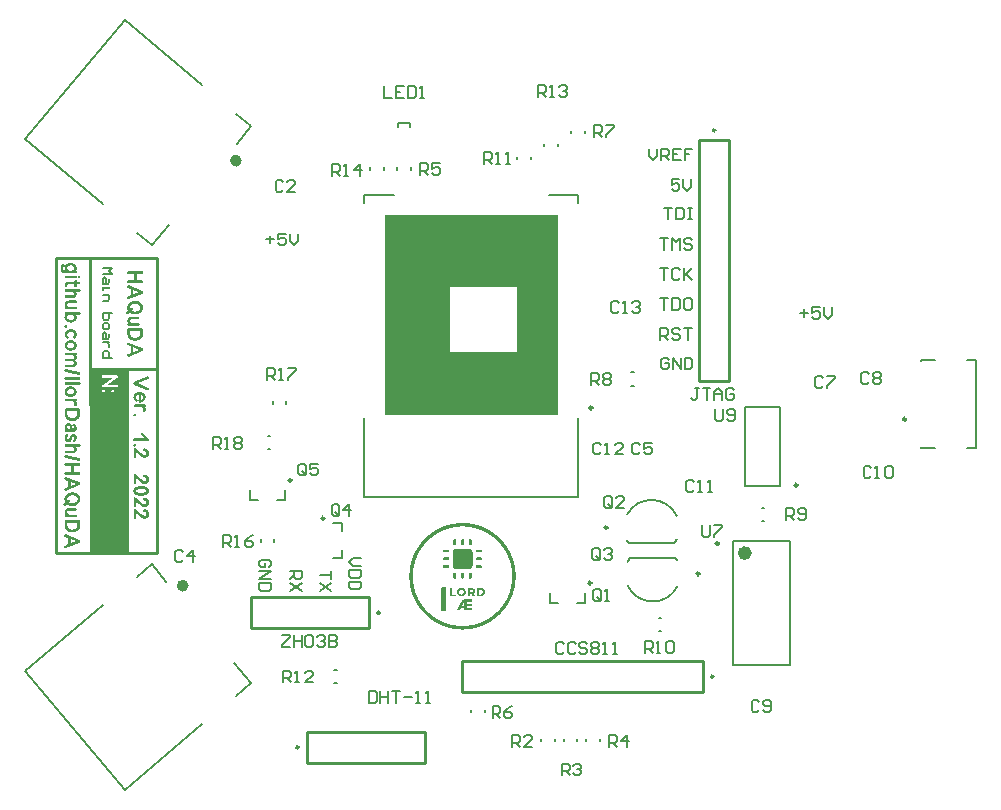
<source format=gto>
G04*
G04 #@! TF.GenerationSoftware,Altium Limited,Altium Designer,21.7.2 (23)*
G04*
G04 Layer_Color=65535*
%FSAX44Y44*%
%MOMM*%
G71*
G04*
G04 #@! TF.SameCoordinates,6A2E0322-7107-4E3D-A325-FA69C079B63E*
G04*
G04*
G04 #@! TF.FilePolarity,Positive*
G04*
G01*
G75*
%ADD10C,0.2500*%
%ADD11C,0.2540*%
%ADD12C,0.5000*%
%ADD13C,0.6000*%
%ADD14C,0.2000*%
%ADD15C,0.1800*%
G36*
X00521000Y00429000D02*
X00374000D01*
Y00599000D01*
X00521000D01*
Y00429000D01*
D02*
G37*
G36*
X00438523Y00338002D02*
X00438704Y00338000D01*
X00438890Y00337998D01*
X00439080Y00337994D01*
X00439273Y00337990D01*
X00439469Y00337986D01*
X00439669Y00337980D01*
X00439872Y00337974D01*
X00440077Y00337967D01*
X00440285Y00337959D01*
X00440495Y00337951D01*
X00440708Y00337942D01*
X00440923Y00337932D01*
X00441139Y00337921D01*
X00441576Y00337898D01*
X00442018Y00337872D01*
X00442463Y00337844D01*
X00442910Y00337813D01*
X00443133Y00337797D01*
X00443356Y00337780D01*
X00443579Y00337763D01*
X00443801Y00337745D01*
X00444022Y00337727D01*
X00444242Y00337708D01*
X00444461Y00337688D01*
X00444679Y00337668D01*
X00444894Y00337648D01*
X00445108Y00337627D01*
X00445321Y00337606D01*
X00445530Y00337584D01*
X00445737Y00337562D01*
X00445942Y00337539D01*
X00446144Y00337517D01*
X00446343Y00337493D01*
X00446538Y00337469D01*
X00446730Y00337445D01*
X00446919Y00337421D01*
X00447103Y00337396D01*
X00447284Y00337371D01*
X00447460Y00337345D01*
X00447632Y00337319D01*
X00447799Y00337293D01*
X00447962Y00337267D01*
X00448119Y00337240D01*
X00448271Y00337214D01*
X00448418Y00337186D01*
X00448632Y00337145D01*
X00448846Y00337103D01*
X00449060Y00337060D01*
X00449273Y00337016D01*
X00449485Y00336972D01*
X00449697Y00336926D01*
X00449908Y00336880D01*
X00450119Y00336833D01*
X00450329Y00336784D01*
X00450538Y00336735D01*
X00450747Y00336686D01*
X00450956Y00336635D01*
X00451164Y00336583D01*
X00451371Y00336531D01*
X00451578Y00336477D01*
X00451784Y00336423D01*
X00451990Y00336368D01*
X00452195Y00336312D01*
X00452400Y00336255D01*
X00452604Y00336197D01*
X00452808Y00336138D01*
X00453011Y00336079D01*
X00453214Y00336018D01*
X00453416Y00335957D01*
X00453617Y00335895D01*
X00453818Y00335831D01*
X00454019Y00335767D01*
X00454219Y00335702D01*
X00454418Y00335636D01*
X00454617Y00335570D01*
X00454816Y00335502D01*
X00455014Y00335434D01*
X00455211Y00335364D01*
X00455408Y00335294D01*
X00455605Y00335222D01*
X00455801Y00335150D01*
X00455997Y00335077D01*
X00456192Y00335003D01*
X00456386Y00334928D01*
X00456580Y00334852D01*
X00456774Y00334776D01*
X00456967Y00334698D01*
X00457160Y00334619D01*
X00457352Y00334540D01*
X00457543Y00334460D01*
X00457735Y00334378D01*
X00457925Y00334296D01*
X00458116Y00334213D01*
X00458306Y00334129D01*
X00458495Y00334044D01*
X00458684Y00333958D01*
X00458872Y00333871D01*
X00459061Y00333783D01*
X00459248Y00333694D01*
X00459435Y00333605D01*
X00459622Y00333514D01*
X00459808Y00333423D01*
X00459994Y00333330D01*
X00460179Y00333237D01*
X00460364Y00333143D01*
X00460549Y00333047D01*
X00460733Y00332951D01*
X00460916Y00332854D01*
X00461100Y00332756D01*
X00461282Y00332657D01*
X00461465Y00332557D01*
X00461646Y00332456D01*
X00461828Y00332354D01*
X00462009Y00332252D01*
X00462190Y00332148D01*
X00462370Y00332043D01*
X00462550Y00331937D01*
X00462729Y00331831D01*
X00462908Y00331723D01*
X00463087Y00331615D01*
X00463265Y00331505D01*
X00463443Y00331395D01*
X00463621Y00331284D01*
X00463798Y00331171D01*
X00463974Y00331058D01*
X00464151Y00330944D01*
X00464326Y00330829D01*
X00464502Y00330712D01*
X00464677Y00330595D01*
X00464852Y00330477D01*
X00465026Y00330358D01*
X00465200Y00330238D01*
X00465374Y00330117D01*
X00465547Y00329995D01*
X00465720Y00329872D01*
X00465892Y00329748D01*
X00466064Y00329623D01*
X00466236Y00329497D01*
X00466408Y00329370D01*
X00466579Y00329243D01*
X00466749Y00329114D01*
X00466920Y00328984D01*
X00467090Y00328853D01*
X00467259Y00328721D01*
X00467429Y00328588D01*
X00467598Y00328455D01*
X00467766Y00328320D01*
X00467935Y00328184D01*
X00468103Y00328048D01*
X00468270Y00327910D01*
X00468438Y00327771D01*
X00468604Y00327631D01*
X00468771Y00327491D01*
X00468937Y00327349D01*
X00469103Y00327206D01*
X00469269Y00327063D01*
X00469434Y00326918D01*
X00469599Y00326772D01*
X00469764Y00326626D01*
X00469928Y00326478D01*
X00470093Y00326329D01*
X00470256Y00326180D01*
X00470420Y00326029D01*
X00470583Y00325877D01*
X00470746Y00325724D01*
X00470908Y00325571D01*
X00471071Y00325416D01*
X00471233Y00325260D01*
X00471394Y00325103D01*
X00471556Y00324945D01*
X00471717Y00324787D01*
X00471878Y00324627D01*
X00472137Y00324366D01*
X00472334Y00324166D01*
X00472529Y00323965D01*
X00472723Y00323763D01*
X00472915Y00323560D01*
X00473106Y00323356D01*
X00473296Y00323152D01*
X00473484Y00322946D01*
X00473670Y00322740D01*
X00473855Y00322533D01*
X00474039Y00322325D01*
X00474221Y00322116D01*
X00474402Y00321906D01*
X00474581Y00321696D01*
X00474759Y00321484D01*
X00474935Y00321272D01*
X00475109Y00321059D01*
X00475283Y00320845D01*
X00475454Y00320630D01*
X00475625Y00320415D01*
X00475793Y00320199D01*
X00475961Y00319981D01*
X00476127Y00319764D01*
X00476291Y00319545D01*
X00476454Y00319325D01*
X00476615Y00319105D01*
X00476775Y00318884D01*
X00476933Y00318662D01*
X00477090Y00318439D01*
X00477246Y00318216D01*
X00477399Y00317992D01*
X00477552Y00317766D01*
X00477703Y00317541D01*
X00477852Y00317314D01*
X00478000Y00317087D01*
X00478146Y00316859D01*
X00478291Y00316630D01*
X00478434Y00316400D01*
X00478576Y00316170D01*
X00478716Y00315939D01*
X00478855Y00315707D01*
X00478993Y00315474D01*
X00479128Y00315241D01*
X00479263Y00315007D01*
X00479395Y00314772D01*
X00479526Y00314537D01*
X00479656Y00314301D01*
X00479784Y00314064D01*
X00479911Y00313826D01*
X00480036Y00313588D01*
X00480159Y00313349D01*
X00480282Y00313109D01*
X00480402Y00312868D01*
X00480521Y00312627D01*
X00480639Y00312385D01*
X00480754Y00312143D01*
X00480869Y00311899D01*
X00480982Y00311655D01*
X00481093Y00311411D01*
X00481203Y00311166D01*
X00481311Y00310919D01*
X00481418Y00310673D01*
X00481523Y00310425D01*
X00481626Y00310177D01*
X00481728Y00309929D01*
X00481829Y00309680D01*
X00481928Y00309430D01*
X00482025Y00309179D01*
X00482121Y00308928D01*
X00482215Y00308676D01*
X00482308Y00308423D01*
X00482399Y00308170D01*
X00482489Y00307917D01*
X00482577Y00307662D01*
X00482663Y00307407D01*
X00482748Y00307151D01*
X00482831Y00306895D01*
X00482913Y00306638D01*
X00482994Y00306381D01*
X00483072Y00306122D01*
X00483149Y00305864D01*
X00483225Y00305604D01*
X00483299Y00305345D01*
X00483371Y00305084D01*
X00483442Y00304823D01*
X00483511Y00304561D01*
X00483579Y00304299D01*
X00483645Y00304036D01*
X00483709Y00303773D01*
X00483772Y00303509D01*
X00483833Y00303244D01*
X00483893Y00302979D01*
X00483951Y00302713D01*
X00484008Y00302447D01*
X00484062Y00302180D01*
X00484116Y00301913D01*
X00484168Y00301645D01*
X00484218Y00301376D01*
X00484266Y00301107D01*
X00484313Y00300838D01*
X00484359Y00300568D01*
X00484402Y00300297D01*
X00484445Y00300026D01*
X00484485Y00299754D01*
X00484524Y00299482D01*
X00484561Y00299209D01*
X00484597Y00298936D01*
X00484631Y00298662D01*
X00484664Y00298388D01*
X00484695Y00298113D01*
X00484724Y00297838D01*
X00484752Y00297562D01*
X00484778Y00297286D01*
X00484802Y00297009D01*
X00484825Y00296732D01*
X00484846Y00296455D01*
X00484866Y00296176D01*
X00484884Y00295898D01*
X00484900Y00295619D01*
X00484915Y00295339D01*
X00484928Y00295059D01*
X00484939Y00294778D01*
X00484949Y00294498D01*
X00484957Y00294216D01*
X00484964Y00293934D01*
X00484969Y00293652D01*
X00484972Y00293369D01*
X00484974Y00293086D01*
X00484974Y00292796D01*
X00484972Y00292499D01*
X00484968Y00292203D01*
X00484963Y00291908D01*
X00484956Y00291613D01*
X00484947Y00291318D01*
X00484936Y00291024D01*
X00484924Y00290731D01*
X00484909Y00290438D01*
X00484893Y00290145D01*
X00484875Y00289853D01*
X00484856Y00289562D01*
X00484834Y00289271D01*
X00484811Y00288980D01*
X00484786Y00288690D01*
X00484759Y00288401D01*
X00484731Y00288112D01*
X00484701Y00287824D01*
X00484668Y00287536D01*
X00484635Y00287249D01*
X00484599Y00286963D01*
X00484562Y00286677D01*
X00484523Y00286391D01*
X00484482Y00286106D01*
X00484439Y00285822D01*
X00484395Y00285538D01*
X00484348Y00285254D01*
X00484300Y00284972D01*
X00484251Y00284690D01*
X00484199Y00284408D01*
X00484146Y00284127D01*
X00484091Y00283847D01*
X00484035Y00283567D01*
X00483976Y00283288D01*
X00483916Y00283009D01*
X00483854Y00282731D01*
X00483791Y00282454D01*
X00483725Y00282177D01*
X00483658Y00281901D01*
X00483589Y00281625D01*
X00483518Y00281350D01*
X00483446Y00281076D01*
X00483372Y00280802D01*
X00483296Y00280529D01*
X00483219Y00280256D01*
X00483139Y00279984D01*
X00483058Y00279713D01*
X00482976Y00279442D01*
X00482891Y00279172D01*
X00482805Y00278903D01*
X00482717Y00278634D01*
X00482627Y00278366D01*
X00482536Y00278099D01*
X00482443Y00277832D01*
X00482348Y00277566D01*
X00482252Y00277301D01*
X00482153Y00277036D01*
X00482053Y00276772D01*
X00481952Y00276509D01*
X00481848Y00276246D01*
X00481743Y00275984D01*
X00481637Y00275722D01*
X00481528Y00275462D01*
X00481418Y00275202D01*
X00481306Y00274942D01*
X00481192Y00274684D01*
X00481077Y00274426D01*
X00480960Y00274169D01*
X00480841Y00273912D01*
X00480721Y00273656D01*
X00480599Y00273401D01*
X00480475Y00273147D01*
X00480350Y00272893D01*
X00480222Y00272640D01*
X00480093Y00272388D01*
X00479963Y00272137D01*
X00479831Y00271886D01*
X00479697Y00271636D01*
X00479561Y00271387D01*
X00479424Y00271138D01*
X00479285Y00270890D01*
X00479144Y00270643D01*
X00479002Y00270397D01*
X00478858Y00270151D01*
X00478712Y00269906D01*
X00478565Y00269662D01*
X00478416Y00269419D01*
X00478265Y00269177D01*
X00478112Y00268935D01*
X00477958Y00268694D01*
X00477803Y00268454D01*
X00477645Y00268214D01*
X00477486Y00267975D01*
X00477326Y00267738D01*
X00477163Y00267500D01*
X00476999Y00267264D01*
X00476833Y00267029D01*
X00476666Y00266794D01*
X00476497Y00266560D01*
X00476326Y00266327D01*
X00476154Y00266095D01*
X00475980Y00265863D01*
X00475804Y00265633D01*
X00475627Y00265403D01*
X00475448Y00265174D01*
X00475267Y00264946D01*
X00475085Y00264718D01*
X00474901Y00264492D01*
X00474716Y00264266D01*
X00474529Y00264041D01*
X00474340Y00263817D01*
X00474150Y00263594D01*
X00473957Y00263372D01*
X00473764Y00263150D01*
X00473568Y00262929D01*
X00473371Y00262710D01*
X00473173Y00262491D01*
X00472972Y00262273D01*
X00472771Y00262056D01*
X00472567Y00261839D01*
X00472362Y00261624D01*
X00472155Y00261409D01*
X00471947Y00261196D01*
X00471737Y00260983D01*
X00471525Y00260771D01*
X00471312Y00260560D01*
X00471097Y00260350D01*
X00470881Y00260140D01*
X00470656Y00259926D01*
X00470423Y00259706D01*
X00470188Y00259489D01*
X00469951Y00259273D01*
X00469713Y00259059D01*
X00469473Y00258847D01*
X00469231Y00258636D01*
X00468987Y00258428D01*
X00468742Y00258221D01*
X00468496Y00258016D01*
X00468248Y00257813D01*
X00467998Y00257612D01*
X00467747Y00257413D01*
X00467494Y00257216D01*
X00467239Y00257020D01*
X00466983Y00256826D01*
X00466726Y00256635D01*
X00466467Y00256445D01*
X00466207Y00256257D01*
X00465945Y00256070D01*
X00465682Y00255886D01*
X00465418Y00255704D01*
X00465152Y00255523D01*
X00464885Y00255345D01*
X00464616Y00255168D01*
X00464346Y00254993D01*
X00464075Y00254821D01*
X00463803Y00254650D01*
X00463529Y00254481D01*
X00463254Y00254314D01*
X00462978Y00254149D01*
X00462701Y00253986D01*
X00462422Y00253825D01*
X00462142Y00253666D01*
X00461861Y00253509D01*
X00461579Y00253354D01*
X00461296Y00253201D01*
X00461012Y00253050D01*
X00460727Y00252901D01*
X00460440Y00252754D01*
X00460153Y00252609D01*
X00459864Y00252465D01*
X00459575Y00252324D01*
X00459284Y00252185D01*
X00458993Y00252048D01*
X00458700Y00251913D01*
X00458407Y00251780D01*
X00458113Y00251650D01*
X00457818Y00251521D01*
X00457522Y00251394D01*
X00457225Y00251269D01*
X00456927Y00251147D01*
X00456628Y00251026D01*
X00456329Y00250908D01*
X00456029Y00250792D01*
X00455728Y00250677D01*
X00455426Y00250565D01*
X00455124Y00250455D01*
X00454821Y00250347D01*
X00454517Y00250241D01*
X00454212Y00250138D01*
X00453907Y00250036D01*
X00453601Y00249937D01*
X00453294Y00249839D01*
X00452987Y00249744D01*
X00452679Y00249651D01*
X00452371Y00249561D01*
X00452062Y00249472D01*
X00451753Y00249385D01*
X00451443Y00249301D01*
X00451133Y00249219D01*
X00450822Y00249139D01*
X00450510Y00249061D01*
X00450198Y00248986D01*
X00449886Y00248912D01*
X00449573Y00248841D01*
X00449260Y00248772D01*
X00448947Y00248705D01*
X00448633Y00248641D01*
X00448319Y00248578D01*
X00448004Y00248519D01*
X00447690Y00248461D01*
X00447375Y00248405D01*
X00447059Y00248352D01*
X00446744Y00248301D01*
X00446428Y00248252D01*
X00446112Y00248206D01*
X00445796Y00248161D01*
X00445479Y00248119D01*
X00445163Y00248080D01*
X00444846Y00248042D01*
X00444529Y00248007D01*
X00444212Y00247974D01*
X00443895Y00247944D01*
X00443578Y00247916D01*
X00443261Y00247890D01*
X00442943Y00247866D01*
X00442626Y00247845D01*
X00442309Y00247826D01*
X00441992Y00247810D01*
X00441674Y00247796D01*
X00441357Y00247784D01*
X00441040Y00247774D01*
X00440723Y00247767D01*
X00440406Y00247763D01*
X00440090Y00247760D01*
X00439931Y00247760D01*
X00439615Y00247761D01*
X00439299Y00247765D01*
X00438983Y00247771D01*
X00438667Y00247779D01*
X00438351Y00247790D01*
X00438036Y00247803D01*
X00437720Y00247819D01*
X00437405Y00247837D01*
X00437091Y00247857D01*
X00436777Y00247880D01*
X00436463Y00247906D01*
X00436149Y00247934D01*
X00435836Y00247964D01*
X00435523Y00247996D01*
X00435210Y00248032D01*
X00434898Y00248069D01*
X00434587Y00248109D01*
X00434276Y00248152D01*
X00433965Y00248197D01*
X00433655Y00248245D01*
X00433345Y00248295D01*
X00433036Y00248347D01*
X00432716Y00248404D01*
X00432400Y00248460D01*
X00432089Y00248517D01*
X00431782Y00248575D01*
X00431479Y00248632D01*
X00431180Y00248691D01*
X00430885Y00248750D01*
X00430594Y00248809D01*
X00430306Y00248869D01*
X00430022Y00248929D01*
X00429742Y00248991D01*
X00429464Y00249053D01*
X00429190Y00249116D01*
X00428918Y00249180D01*
X00428650Y00249244D01*
X00428385Y00249310D01*
X00428121Y00249377D01*
X00427861Y00249444D01*
X00427603Y00249513D01*
X00427347Y00249583D01*
X00427093Y00249654D01*
X00426841Y00249726D01*
X00426591Y00249800D01*
X00426343Y00249874D01*
X00426096Y00249951D01*
X00425851Y00250028D01*
X00425607Y00250107D01*
X00425365Y00250188D01*
X00425123Y00250270D01*
X00424883Y00250354D01*
X00424643Y00250439D01*
X00424404Y00250527D01*
X00424166Y00250615D01*
X00423928Y00250706D01*
X00423691Y00250798D01*
X00423453Y00250893D01*
X00423216Y00250989D01*
X00422979Y00251087D01*
X00422741Y00251188D01*
X00422504Y00251290D01*
X00422266Y00251394D01*
X00422027Y00251501D01*
X00421787Y00251610D01*
X00421547Y00251721D01*
X00421306Y00251834D01*
X00421064Y00251950D01*
X00420821Y00252068D01*
X00420576Y00252189D01*
X00420330Y00252312D01*
X00420082Y00252437D01*
X00419833Y00252566D01*
X00419582Y00252696D01*
X00419328Y00252830D01*
X00419073Y00252966D01*
X00418816Y00253105D01*
X00418556Y00253247D01*
X00418294Y00253392D01*
X00418029Y00253539D01*
X00417762Y00253690D01*
X00417491Y00253843D01*
X00417218Y00254000D01*
X00416942Y00254160D01*
X00416662Y00254323D01*
X00416379Y00254489D01*
X00416186Y00254604D01*
X00415989Y00254725D01*
X00415788Y00254852D01*
X00415584Y00254984D01*
X00415377Y00255122D01*
X00415166Y00255264D01*
X00414952Y00255412D01*
X00414735Y00255564D01*
X00414516Y00255721D01*
X00414294Y00255882D01*
X00414070Y00256047D01*
X00413844Y00256217D01*
X00413615Y00256391D01*
X00413385Y00256569D01*
X00413152Y00256751D01*
X00412919Y00256936D01*
X00412683Y00257125D01*
X00412447Y00257316D01*
X00412209Y00257512D01*
X00411970Y00257710D01*
X00411731Y00257911D01*
X00411491Y00258114D01*
X00411250Y00258321D01*
X00411009Y00258529D01*
X00410768Y00258740D01*
X00410526Y00258953D01*
X00410285Y00259168D01*
X00410045Y00259385D01*
X00409804Y00259604D01*
X00409564Y00259824D01*
X00409325Y00260045D01*
X00409087Y00260268D01*
X00408850Y00260492D01*
X00408615Y00260716D01*
X00408380Y00260942D01*
X00408148Y00261168D01*
X00407916Y00261395D01*
X00407687Y00261622D01*
X00407460Y00261849D01*
X00407235Y00262076D01*
X00407012Y00262303D01*
X00406792Y00262530D01*
X00406575Y00262756D01*
X00406360Y00262982D01*
X00406148Y00263207D01*
X00405939Y00263432D01*
X00405734Y00263655D01*
X00405532Y00263877D01*
X00405334Y00264098D01*
X00405140Y00264318D01*
X00404949Y00264536D01*
X00404762Y00264752D01*
X00404580Y00264966D01*
X00404402Y00265178D01*
X00404229Y00265389D01*
X00404060Y00265596D01*
X00403897Y00265802D01*
X00403738Y00266004D01*
X00403584Y00266204D01*
X00403436Y00266401D01*
X00403293Y00266595D01*
X00403156Y00266785D01*
X00403025Y00266973D01*
X00402900Y00267157D01*
X00402804Y00267300D01*
X00402708Y00267446D01*
X00402611Y00267595D01*
X00402513Y00267748D01*
X00402415Y00267903D01*
X00402315Y00268061D01*
X00402216Y00268221D01*
X00402116Y00268384D01*
X00402015Y00268550D01*
X00401914Y00268718D01*
X00401812Y00268888D01*
X00401711Y00269060D01*
X00401609Y00269234D01*
X00401506Y00269411D01*
X00401404Y00269589D01*
X00401301Y00269769D01*
X00401199Y00269950D01*
X00401096Y00270133D01*
X00400993Y00270318D01*
X00400891Y00270504D01*
X00400788Y00270691D01*
X00400686Y00270879D01*
X00400584Y00271068D01*
X00400482Y00271259D01*
X00400381Y00271450D01*
X00400280Y00271642D01*
X00400180Y00271834D01*
X00400079Y00272027D01*
X00399980Y00272221D01*
X00399881Y00272415D01*
X00399782Y00272609D01*
X00399685Y00272803D01*
X00399588Y00272998D01*
X00399492Y00273192D01*
X00399396Y00273386D01*
X00399302Y00273580D01*
X00399208Y00273774D01*
X00399116Y00273967D01*
X00399024Y00274160D01*
X00398934Y00274352D01*
X00398844Y00274543D01*
X00398756Y00274733D01*
X00398669Y00274923D01*
X00398584Y00275111D01*
X00398499Y00275298D01*
X00398417Y00275484D01*
X00398335Y00275669D01*
X00398255Y00275852D01*
X00398176Y00276034D01*
X00398100Y00276214D01*
X00398024Y00276392D01*
X00397951Y00276569D01*
X00397879Y00276743D01*
X00397809Y00276916D01*
X00397740Y00277086D01*
X00397674Y00277254D01*
X00397609Y00277420D01*
X00397547Y00277584D01*
X00397486Y00277744D01*
X00397428Y00277902D01*
X00397372Y00278058D01*
X00397318Y00278211D01*
X00397266Y00278360D01*
X00397216Y00278507D01*
X00397148Y00278714D01*
X00397080Y00278922D01*
X00397014Y00279131D01*
X00396949Y00279341D01*
X00396884Y00279552D01*
X00396821Y00279764D01*
X00396759Y00279976D01*
X00396698Y00280189D01*
X00396638Y00280403D01*
X00396579Y00280618D01*
X00396522Y00280833D01*
X00396465Y00281049D01*
X00396409Y00281266D01*
X00396355Y00281484D01*
X00396301Y00281702D01*
X00396249Y00281921D01*
X00396198Y00282141D01*
X00396147Y00282361D01*
X00396098Y00282582D01*
X00396050Y00282803D01*
X00396003Y00283026D01*
X00395957Y00283248D01*
X00395912Y00283472D01*
X00395868Y00283696D01*
X00395826Y00283920D01*
X00395784Y00284145D01*
X00395744Y00284370D01*
X00395704Y00284596D01*
X00395666Y00284823D01*
X00395628Y00285049D01*
X00395592Y00285277D01*
X00395557Y00285505D01*
X00395523Y00285733D01*
X00395490Y00285962D01*
X00395458Y00286191D01*
X00395427Y00286420D01*
X00395397Y00286650D01*
X00395369Y00286880D01*
X00395341Y00287111D01*
X00395314Y00287342D01*
X00395289Y00287573D01*
X00395265Y00287804D01*
X00395241Y00288036D01*
X00395219Y00288268D01*
X00395198Y00288500D01*
X00395178Y00288733D01*
X00395159Y00288966D01*
X00395141Y00289199D01*
X00395124Y00289432D01*
X00395108Y00289666D01*
X00395093Y00289899D01*
X00395080Y00290133D01*
X00395067Y00290367D01*
X00395056Y00290601D01*
X00395045Y00290835D01*
X00395036Y00291069D01*
X00395028Y00291304D01*
X00395020Y00291538D01*
X00395014Y00291773D01*
X00395009Y00292007D01*
X00395005Y00292242D01*
X00395003Y00292476D01*
X00395001Y00292711D01*
X00395000Y00292946D01*
X00395000Y00293180D01*
X00395002Y00293415D01*
X00395004Y00293649D01*
X00395008Y00293884D01*
X00395013Y00294118D01*
X00395018Y00294352D01*
X00395025Y00294587D01*
X00395033Y00294820D01*
X00395042Y00295054D01*
X00395052Y00295288D01*
X00395063Y00295522D01*
X00395075Y00295755D01*
X00395089Y00295988D01*
X00395103Y00296222D01*
X00395118Y00296454D01*
X00395135Y00296687D01*
X00395153Y00296919D01*
X00395171Y00297151D01*
X00395191Y00297383D01*
X00395212Y00297614D01*
X00395234Y00297846D01*
X00395257Y00298076D01*
X00395281Y00298307D01*
X00395306Y00298537D01*
X00395332Y00298767D01*
X00395359Y00298996D01*
X00395388Y00299225D01*
X00395417Y00299454D01*
X00395448Y00299682D01*
X00395479Y00299910D01*
X00395512Y00300137D01*
X00395546Y00300364D01*
X00395581Y00300591D01*
X00395616Y00300816D01*
X00395653Y00301042D01*
X00395691Y00301267D01*
X00395731Y00301491D01*
X00395771Y00301715D01*
X00395812Y00301938D01*
X00395855Y00302161D01*
X00395898Y00302383D01*
X00395942Y00302604D01*
X00395988Y00302825D01*
X00396035Y00303046D01*
X00396083Y00303265D01*
X00396131Y00303484D01*
X00396181Y00303702D01*
X00396232Y00303920D01*
X00396284Y00304137D01*
X00396338Y00304353D01*
X00396392Y00304568D01*
X00396447Y00304783D01*
X00396503Y00304997D01*
X00396561Y00305210D01*
X00396619Y00305422D01*
X00396679Y00305634D01*
X00396740Y00305844D01*
X00396801Y00306054D01*
X00396864Y00306263D01*
X00396928Y00306472D01*
X00396993Y00306679D01*
X00397059Y00306885D01*
X00397127Y00307091D01*
X00397195Y00307295D01*
X00397287Y00307565D01*
X00397381Y00307834D01*
X00397477Y00308103D01*
X00397575Y00308371D01*
X00397676Y00308640D01*
X00397778Y00308908D01*
X00397883Y00309175D01*
X00397989Y00309442D01*
X00398098Y00309709D01*
X00398209Y00309975D01*
X00398321Y00310241D01*
X00398436Y00310506D01*
X00398553Y00310771D01*
X00398671Y00311036D01*
X00398792Y00311300D01*
X00398915Y00311563D01*
X00399039Y00311826D01*
X00399166Y00312088D01*
X00399294Y00312350D01*
X00399424Y00312611D01*
X00399557Y00312872D01*
X00399691Y00313132D01*
X00399826Y00313392D01*
X00399964Y00313650D01*
X00400103Y00313909D01*
X00400245Y00314166D01*
X00400388Y00314423D01*
X00400533Y00314679D01*
X00400679Y00314934D01*
X00400828Y00315189D01*
X00400978Y00315443D01*
X00401130Y00315696D01*
X00401283Y00315948D01*
X00401438Y00316200D01*
X00401595Y00316451D01*
X00401754Y00316701D01*
X00401914Y00316950D01*
X00402076Y00317198D01*
X00402239Y00317445D01*
X00402404Y00317692D01*
X00402571Y00317938D01*
X00402739Y00318182D01*
X00402909Y00318426D01*
X00403080Y00318669D01*
X00403253Y00318911D01*
X00403428Y00319151D01*
X00403603Y00319391D01*
X00403781Y00319630D01*
X00403960Y00319868D01*
X00404140Y00320104D01*
X00404322Y00320340D01*
X00404505Y00320575D01*
X00404689Y00320808D01*
X00404875Y00321041D01*
X00405063Y00321272D01*
X00405252Y00321502D01*
X00405442Y00321731D01*
X00405633Y00321959D01*
X00405826Y00322186D01*
X00406020Y00322411D01*
X00406216Y00322635D01*
X00406413Y00322859D01*
X00406611Y00323080D01*
X00406810Y00323301D01*
X00407010Y00323520D01*
X00407212Y00323738D01*
X00407415Y00323954D01*
X00407619Y00324170D01*
X00407825Y00324384D01*
X00408031Y00324596D01*
X00408239Y00324808D01*
X00408448Y00325017D01*
X00408658Y00325226D01*
X00408869Y00325433D01*
X00409081Y00325638D01*
X00409295Y00325842D01*
X00409509Y00326045D01*
X00409724Y00326246D01*
X00409941Y00326446D01*
X00410158Y00326644D01*
X00410377Y00326841D01*
X00410597Y00327036D01*
X00410817Y00327229D01*
X00411039Y00327421D01*
X00411261Y00327611D01*
X00411485Y00327800D01*
X00411709Y00327987D01*
X00411934Y00328173D01*
X00412160Y00328357D01*
X00412388Y00328539D01*
X00412616Y00328719D01*
X00412844Y00328898D01*
X00413074Y00329075D01*
X00413305Y00329250D01*
X00413536Y00329424D01*
X00413768Y00329595D01*
X00414001Y00329765D01*
X00414235Y00329934D01*
X00414469Y00330100D01*
X00414705Y00330265D01*
X00414940Y00330427D01*
X00415177Y00330588D01*
X00415415Y00330747D01*
X00415653Y00330904D01*
X00415891Y00331059D01*
X00416131Y00331213D01*
X00416371Y00331364D01*
X00416612Y00331513D01*
X00416853Y00331661D01*
X00417095Y00331806D01*
X00417337Y00331950D01*
X00417580Y00332091D01*
X00417824Y00332230D01*
X00418068Y00332368D01*
X00418313Y00332503D01*
X00418558Y00332636D01*
X00418804Y00332767D01*
X00419050Y00332896D01*
X00419297Y00333023D01*
X00419544Y00333148D01*
X00419792Y00333270D01*
X00420040Y00333391D01*
X00420289Y00333509D01*
X00420538Y00333625D01*
X00420787Y00333738D01*
X00421037Y00333850D01*
X00421287Y00333959D01*
X00421537Y00334066D01*
X00421904Y00334221D01*
X00422276Y00334380D01*
X00422642Y00334536D01*
X00422993Y00334687D01*
X00423318Y00334827D01*
X00423607Y00334952D01*
X00423850Y00335058D01*
X00424140Y00335186D01*
X00424358Y00335278D01*
X00424592Y00335370D01*
X00424839Y00335462D01*
X00425100Y00335555D01*
X00425375Y00335648D01*
X00425664Y00335741D01*
X00425965Y00335834D01*
X00426279Y00335927D01*
X00426604Y00336020D01*
X00426942Y00336113D01*
X00427292Y00336205D01*
X00427652Y00336298D01*
X00428023Y00336390D01*
X00428405Y00336481D01*
X00428797Y00336572D01*
X00429199Y00336662D01*
X00429610Y00336751D01*
X00430030Y00336840D01*
X00430459Y00336927D01*
X00430896Y00337014D01*
X00431341Y00337100D01*
X00431794Y00337185D01*
X00432254Y00337268D01*
X00432721Y00337350D01*
X00433195Y00337431D01*
X00433675Y00337510D01*
X00434161Y00337588D01*
X00434652Y00337664D01*
X00435149Y00337739D01*
X00435651Y00337812D01*
X00436157Y00337883D01*
X00436411Y00337918D01*
X00436509Y00337930D01*
X00436614Y00337941D01*
X00436726Y00337951D01*
X00436844Y00337961D01*
X00436968Y00337969D01*
X00437099Y00337976D01*
X00437236Y00337983D01*
X00437379Y00337988D01*
X00437527Y00337993D01*
X00437681Y00337996D01*
X00437839Y00337999D01*
X00438003Y00338001D01*
X00438172Y00338002D01*
X00438345Y00338002D01*
X00438523Y00338002D01*
D02*
G37*
G36*
X00168597Y00551172D02*
X00168708Y00551154D01*
X00168856Y00551117D01*
X00169004Y00551043D01*
X00169152Y00550969D01*
X00169282Y00550857D01*
X00169300Y00550839D01*
X00169337Y00550802D01*
X00169393Y00550709D01*
X00169467Y00550617D01*
X00169541Y00550487D01*
X00169597Y00550339D01*
X00169634Y00550154D01*
X00169652Y00549969D01*
Y00549876D01*
X00169634Y00549783D01*
X00169615Y00549654D01*
X00169559Y00549524D01*
X00169504Y00549376D01*
X00169411Y00549228D01*
X00169282Y00549098D01*
X00169263Y00549080D01*
X00169208Y00549043D01*
X00169134Y00548987D01*
X00169041Y00548913D01*
X00168911Y00548858D01*
X00168763Y00548802D01*
X00168597Y00548765D01*
X00168411Y00548746D01*
X00164264D01*
Y00543451D01*
X00168411D01*
X00168430D01*
X00168504D01*
X00168597Y00543432D01*
X00168708Y00543414D01*
X00168856Y00543377D01*
X00169004Y00543303D01*
X00169152Y00543228D01*
X00169282Y00543117D01*
X00169300Y00543099D01*
X00169337Y00543062D01*
X00169393Y00542969D01*
X00169467Y00542877D01*
X00169541Y00542747D01*
X00169597Y00542599D01*
X00169634Y00542414D01*
X00169652Y00542229D01*
Y00542136D01*
X00169634Y00542043D01*
X00169615Y00541914D01*
X00169559Y00541784D01*
X00169504Y00541636D01*
X00169411Y00541488D01*
X00169282Y00541358D01*
X00169263Y00541340D01*
X00169226Y00541303D01*
X00169152Y00541247D01*
X00169041Y00541173D01*
X00168911Y00541118D01*
X00168763Y00541062D01*
X00168597Y00541025D01*
X00168411Y00541007D01*
X00157320D01*
X00157302D01*
X00157227D01*
X00157135Y00541025D01*
X00157024Y00541044D01*
X00156876Y00541099D01*
X00156727Y00541155D01*
X00156598Y00541247D01*
X00156450Y00541358D01*
X00156431Y00541377D01*
X00156394Y00541414D01*
X00156339Y00541488D01*
X00156283Y00541599D01*
X00156228Y00541729D01*
X00156172Y00541877D01*
X00156135Y00542043D01*
X00156116Y00542229D01*
Y00542321D01*
X00156135Y00542414D01*
X00156153Y00542543D01*
X00156191Y00542673D01*
X00156264Y00542821D01*
X00156339Y00542969D01*
X00156450Y00543117D01*
X00156468Y00543136D01*
X00156505Y00543173D01*
X00156579Y00543228D01*
X00156690Y00543284D01*
X00156802Y00543340D01*
X00156950Y00543395D01*
X00157135Y00543432D01*
X00157320Y00543451D01*
X00161838D01*
Y00548746D01*
X00157320D01*
X00157302D01*
X00157227D01*
X00157135Y00548765D01*
X00157024Y00548783D01*
X00156876Y00548839D01*
X00156727Y00548895D01*
X00156598Y00548987D01*
X00156450Y00549098D01*
X00156431Y00549117D01*
X00156394Y00549154D01*
X00156339Y00549228D01*
X00156283Y00549339D01*
X00156228Y00549450D01*
X00156172Y00549598D01*
X00156135Y00549783D01*
X00156116Y00549969D01*
Y00550061D01*
X00156135Y00550154D01*
X00156153Y00550265D01*
X00156191Y00550413D01*
X00156264Y00550561D01*
X00156339Y00550691D01*
X00156450Y00550839D01*
X00156468Y00550857D01*
X00156505Y00550894D01*
X00156598Y00550950D01*
X00156690Y00551006D01*
X00156820Y00551080D01*
X00156968Y00551135D01*
X00157135Y00551172D01*
X00157320Y00551191D01*
X00168411D01*
X00168430D01*
X00168504D01*
X00168597Y00551172D01*
D02*
G37*
G36*
X00157320Y00539303D02*
X00157487Y00539285D01*
X00157653Y00539229D01*
X00168745Y00534729D01*
X00168763D01*
X00168782Y00534711D01*
X00168893Y00534618D01*
X00168967Y00534563D01*
X00169060Y00534470D01*
X00169152Y00534378D01*
X00169245Y00534248D01*
X00169263Y00534230D01*
X00169282Y00534192D01*
X00169319Y00534118D01*
X00169374Y00534026D01*
X00169467Y00533822D01*
X00169485Y00533711D01*
X00169504Y00533600D01*
Y00533137D01*
X00169485Y00533081D01*
X00169467Y00533007D01*
X00169393Y00532804D01*
X00169337Y00532674D01*
X00169245Y00532545D01*
X00169226Y00532526D01*
X00169208Y00532489D01*
X00169152Y00532415D01*
X00169078Y00532341D01*
X00168930Y00532174D01*
X00168837Y00532119D01*
X00168745Y00532063D01*
X00157653Y00527564D01*
X00157635D01*
X00157616Y00527545D01*
X00157505Y00527508D01*
X00157338Y00527471D01*
X00157153Y00527452D01*
X00157135D01*
X00157079D01*
X00156987Y00527471D01*
X00156857Y00527508D01*
X00156727Y00527545D01*
X00156598Y00527619D01*
X00156450Y00527712D01*
X00156320Y00527841D01*
X00156302Y00527860D01*
X00156264Y00527915D01*
X00156209Y00527989D01*
X00156153Y00528101D01*
X00156098Y00528230D01*
X00156042Y00528378D01*
X00156005Y00528526D01*
X00155987Y00528712D01*
Y00528749D01*
X00156005Y00528841D01*
X00156024Y00528971D01*
X00156061Y00529137D01*
X00156135Y00529304D01*
X00156246Y00529471D01*
X00156413Y00529619D01*
X00156616Y00529730D01*
X00158949Y00530711D01*
Y00536081D01*
X00156746Y00536970D01*
X00156709Y00536988D01*
X00156635Y00537025D01*
X00156505Y00537118D01*
X00156376Y00537229D01*
X00156228Y00537377D01*
X00156098Y00537562D01*
X00156024Y00537785D01*
X00155987Y00538062D01*
Y00538136D01*
X00156005Y00538248D01*
X00156024Y00538359D01*
X00156061Y00538488D01*
X00156116Y00538636D01*
X00156191Y00538784D01*
X00156302Y00538914D01*
X00156320Y00538933D01*
X00156357Y00538970D01*
X00156431Y00539044D01*
X00156542Y00539118D01*
X00156672Y00539192D01*
X00156802Y00539266D01*
X00156968Y00539303D01*
X00157153Y00539322D01*
X00157172D01*
X00157209D01*
X00157320Y00539303D01*
D02*
G37*
G36*
X00163190Y00526175D02*
X00163356D01*
X00163597Y00526138D01*
X00163856Y00526101D01*
X00164153Y00526064D01*
X00164467Y00525990D01*
X00164819Y00525915D01*
X00165171Y00525804D01*
X00165560Y00525675D01*
X00165930Y00525527D01*
X00166338Y00525341D01*
X00166726Y00525138D01*
X00167115Y00524897D01*
X00167486Y00524619D01*
X00167504Y00524601D01*
X00167578Y00524545D01*
X00167689Y00524453D01*
X00167819Y00524323D01*
X00167985Y00524156D01*
X00168152Y00523953D01*
X00168356Y00523712D01*
X00168560Y00523453D01*
X00168745Y00523157D01*
X00168948Y00522842D01*
X00169115Y00522490D01*
X00169282Y00522120D01*
X00169411Y00521712D01*
X00169522Y00521286D01*
X00169597Y00520842D01*
X00169615Y00520379D01*
Y00520268D01*
X00169597Y00520138D01*
X00169578Y00519953D01*
X00169541Y00519731D01*
X00169485Y00519490D01*
X00169411Y00519194D01*
X00169300Y00518879D01*
X00169171Y00518564D01*
X00169004Y00518213D01*
X00168800Y00517861D01*
X00168560Y00517491D01*
X00168282Y00517120D01*
X00167948Y00516768D01*
X00167560Y00516398D01*
X00167115Y00516065D01*
X00167097Y00516046D01*
X00167041Y00515991D01*
X00166949Y00515916D01*
X00166819Y00515824D01*
X00166652Y00515713D01*
X00166449Y00515583D01*
X00166227Y00515435D01*
X00165967Y00515287D01*
X00165671Y00515157D01*
X00165356Y00515009D01*
X00165004Y00514880D01*
X00164634Y00514768D01*
X00164227Y00514676D01*
X00163801Y00514602D01*
X00163356Y00514546D01*
X00162894Y00514528D01*
X00162875D01*
X00162782D01*
X00162653Y00514546D01*
X00162468D01*
X00162264Y00514565D01*
X00162005Y00514602D01*
X00161727Y00514657D01*
X00161412Y00514713D01*
X00161079Y00514787D01*
X00160727Y00514898D01*
X00160375Y00515009D01*
X00160005Y00515157D01*
X00159616Y00515324D01*
X00159246Y00515528D01*
X00158875Y00515768D01*
X00158505Y00516028D01*
X00158486Y00516009D01*
X00158449Y00515954D01*
X00158357Y00515880D01*
X00158264Y00515787D01*
X00158153Y00515676D01*
X00158005Y00515546D01*
X00157690Y00515269D01*
X00157338Y00515009D01*
X00156968Y00514768D01*
X00156783Y00514657D01*
X00156616Y00514583D01*
X00156468Y00514546D01*
X00156320Y00514528D01*
X00156302D01*
X00156246D01*
X00156153Y00514546D01*
X00156042Y00514565D01*
X00155894Y00514620D01*
X00155765Y00514676D01*
X00155617Y00514768D01*
X00155468Y00514898D01*
X00155450Y00514917D01*
X00155413Y00514972D01*
X00155357Y00515046D01*
X00155283Y00515139D01*
X00155209Y00515269D01*
X00155154Y00515417D01*
X00155117Y00515583D01*
X00155098Y00515768D01*
Y00515787D01*
X00155117Y00515861D01*
X00155135Y00515972D01*
X00155191Y00516102D01*
X00155283Y00516287D01*
X00155413Y00516509D01*
X00155598Y00516750D01*
X00155839Y00517009D01*
X00155857Y00517028D01*
X00155931Y00517083D01*
X00156024Y00517176D01*
X00156172Y00517305D01*
X00156320Y00517435D01*
X00156487Y00517565D01*
X00156820Y00517842D01*
Y00517861D01*
X00156783Y00517898D01*
X00156746Y00517953D01*
X00156709Y00518046D01*
X00156653Y00518157D01*
X00156579Y00518287D01*
X00156524Y00518435D01*
X00156450Y00518583D01*
X00156320Y00518972D01*
X00156191Y00519398D01*
X00156116Y00519879D01*
X00156079Y00520398D01*
Y00520509D01*
X00156098Y00520638D01*
X00156116Y00520823D01*
X00156153Y00521027D01*
X00156191Y00521286D01*
X00156264Y00521564D01*
X00156357Y00521879D01*
X00156487Y00522194D01*
X00156635Y00522546D01*
X00156802Y00522897D01*
X00157024Y00523249D01*
X00157283Y00523601D01*
X00157579Y00523953D01*
X00157931Y00524305D01*
X00158320Y00524638D01*
X00158338Y00524656D01*
X00158413Y00524712D01*
X00158524Y00524786D01*
X00158690Y00524879D01*
X00158875Y00524990D01*
X00159098Y00525138D01*
X00159375Y00525267D01*
X00159672Y00525416D01*
X00159986Y00525564D01*
X00160357Y00525693D01*
X00160727Y00525823D01*
X00161134Y00525952D01*
X00161560Y00526045D01*
X00162005Y00526119D01*
X00162449Y00526175D01*
X00162931Y00526193D01*
X00162967D01*
X00163042D01*
X00163190Y00526175D01*
D02*
G37*
G36*
X00165615Y00512713D02*
X00165801Y00512676D01*
X00166004Y00512584D01*
X00166189Y00512454D01*
X00166282Y00512361D01*
X00166375Y00512269D01*
X00166449Y00512139D01*
X00166486Y00511991D01*
X00166523Y00511824D01*
X00166541Y00511621D01*
Y00511528D01*
X00166523Y00511454D01*
X00166486Y00511269D01*
X00166412Y00511065D01*
X00166282Y00510880D01*
X00166189Y00510787D01*
X00166078Y00510695D01*
X00165949Y00510621D01*
X00165819Y00510584D01*
X00165634Y00510547D01*
X00165449Y00510528D01*
X00159616D01*
X00159598D01*
X00159542D01*
X00159431Y00510510D01*
X00159320Y00510491D01*
X00159190Y00510436D01*
X00159042Y00510380D01*
X00158894Y00510288D01*
X00158746Y00510176D01*
X00158727Y00510158D01*
X00158690Y00510121D01*
X00158635Y00510028D01*
X00158579Y00509936D01*
X00158505Y00509806D01*
X00158449Y00509658D01*
X00158413Y00509491D01*
X00158394Y00509306D01*
Y00509269D01*
X00158413Y00509213D01*
Y00509140D01*
X00158468Y00508936D01*
X00158598Y00508695D01*
X00158672Y00508547D01*
X00158783Y00508380D01*
X00158894Y00508214D01*
X00159042Y00508047D01*
X00159227Y00507862D01*
X00159431Y00507677D01*
X00159672Y00507491D01*
X00159949Y00507306D01*
X00165449D01*
X00165467D01*
X00165504D01*
X00165541D01*
X00165615Y00507288D01*
X00165801Y00507251D01*
X00166004Y00507158D01*
X00166189Y00507029D01*
X00166282Y00506936D01*
X00166375Y00506843D01*
X00166449Y00506714D01*
X00166486Y00506566D01*
X00166523Y00506399D01*
X00166541Y00506195D01*
Y00506103D01*
X00166523Y00506029D01*
X00166486Y00505844D01*
X00166412Y00505640D01*
X00166282Y00505455D01*
X00166189Y00505362D01*
X00166078Y00505270D01*
X00165949Y00505195D01*
X00165819Y00505158D01*
X00165634Y00505121D01*
X00165449Y00505103D01*
X00157320D01*
X00157302D01*
X00157264D01*
X00157209D01*
X00157153Y00505121D01*
X00156968Y00505158D01*
X00156764Y00505233D01*
X00156542Y00505362D01*
X00156450Y00505455D01*
X00156376Y00505566D01*
X00156302Y00505695D01*
X00156246Y00505825D01*
X00156209Y00506010D01*
X00156191Y00506195D01*
Y00506306D01*
X00156209Y00506362D01*
X00156246Y00506547D01*
X00156302Y00506751D01*
X00156413Y00506954D01*
X00156579Y00507140D01*
X00156672Y00507195D01*
X00156802Y00507251D01*
X00156931Y00507288D01*
X00157098Y00507306D01*
X00157061Y00507343D01*
X00156968Y00507436D01*
X00156839Y00507603D01*
X00156690Y00507825D01*
X00156542Y00508121D01*
X00156413Y00508491D01*
X00156320Y00508917D01*
X00156302Y00509140D01*
X00156283Y00509399D01*
Y00509547D01*
X00156302Y00509639D01*
X00156320Y00509769D01*
X00156339Y00509917D01*
X00156394Y00510269D01*
X00156505Y00510658D01*
X00156672Y00511047D01*
X00156783Y00511250D01*
X00156913Y00511454D01*
X00157042Y00511639D01*
X00157209Y00511824D01*
X00157227Y00511843D01*
X00157246Y00511861D01*
X00157302Y00511898D01*
X00157375Y00511973D01*
X00157468Y00512028D01*
X00157579Y00512102D01*
X00157857Y00512269D01*
X00158209Y00512435D01*
X00158616Y00512584D01*
X00159079Y00512695D01*
X00159338Y00512713D01*
X00159616Y00512732D01*
X00165449D01*
X00165467D01*
X00165504D01*
X00165541D01*
X00165615Y00512713D01*
D02*
G37*
G36*
X00168411Y00502918D02*
X00168522Y00502881D01*
X00168652Y00502844D01*
X00168800Y00502788D01*
X00168948Y00502696D01*
X00169078Y00502566D01*
X00169097Y00502548D01*
X00169134Y00502492D01*
X00169189Y00502418D01*
X00169263Y00502325D01*
X00169337Y00502196D01*
X00169393Y00502048D01*
X00169430Y00501881D01*
X00169448Y00501714D01*
Y00497900D01*
X00169430Y00497752D01*
X00169411Y00497585D01*
X00169393Y00497363D01*
X00169337Y00497104D01*
X00169282Y00496826D01*
X00169189Y00496511D01*
X00169078Y00496178D01*
X00168948Y00495845D01*
X00168782Y00495493D01*
X00168597Y00495122D01*
X00168356Y00494771D01*
X00168078Y00494419D01*
X00167763Y00494086D01*
X00167411Y00493771D01*
X00167393Y00493752D01*
X00167319Y00493697D01*
X00167226Y00493623D01*
X00167078Y00493530D01*
X00166893Y00493419D01*
X00166671Y00493289D01*
X00166430Y00493160D01*
X00166134Y00493012D01*
X00165819Y00492863D01*
X00165486Y00492734D01*
X00165116Y00492604D01*
X00164708Y00492493D01*
X00164301Y00492401D01*
X00163856Y00492308D01*
X00163393Y00492271D01*
X00162912Y00492252D01*
X00162875D01*
X00162801D01*
X00162653Y00492271D01*
X00162486D01*
X00162245Y00492289D01*
X00161986Y00492326D01*
X00161690Y00492382D01*
X00161375Y00492438D01*
X00161023Y00492530D01*
X00160672Y00492623D01*
X00160283Y00492752D01*
X00159912Y00492900D01*
X00159523Y00493067D01*
X00159135Y00493271D01*
X00158746Y00493512D01*
X00158375Y00493771D01*
X00158357Y00493789D01*
X00158283Y00493845D01*
X00158190Y00493937D01*
X00158042Y00494067D01*
X00157894Y00494234D01*
X00157709Y00494437D01*
X00157524Y00494678D01*
X00157320Y00494937D01*
X00157116Y00495233D01*
X00156931Y00495548D01*
X00156746Y00495900D01*
X00156598Y00496270D01*
X00156468Y00496678D01*
X00156357Y00497104D01*
X00156283Y00497548D01*
X00156264Y00498011D01*
Y00501788D01*
X00156283Y00501881D01*
X00156302Y00501992D01*
X00156357Y00502140D01*
X00156413Y00502270D01*
X00156505Y00502418D01*
X00156616Y00502566D01*
X00156635Y00502585D01*
X00156690Y00502622D01*
X00156764Y00502677D01*
X00156857Y00502751D01*
X00156987Y00502825D01*
X00157135Y00502881D01*
X00157302Y00502918D01*
X00157468Y00502936D01*
X00168245D01*
X00168263D01*
X00168319D01*
X00168411Y00502918D01*
D02*
G37*
G36*
X00157320Y00490660D02*
X00157487Y00490641D01*
X00157653Y00490586D01*
X00168745Y00486086D01*
X00168763D01*
X00168782Y00486068D01*
X00168893Y00485975D01*
X00168967Y00485920D01*
X00169060Y00485827D01*
X00169152Y00485734D01*
X00169245Y00485605D01*
X00169263Y00485586D01*
X00169282Y00485549D01*
X00169319Y00485475D01*
X00169374Y00485383D01*
X00169467Y00485179D01*
X00169485Y00485068D01*
X00169504Y00484957D01*
Y00484494D01*
X00169485Y00484438D01*
X00169467Y00484364D01*
X00169393Y00484161D01*
X00169337Y00484031D01*
X00169245Y00483901D01*
X00169226Y00483883D01*
X00169208Y00483846D01*
X00169152Y00483772D01*
X00169078Y00483698D01*
X00168930Y00483531D01*
X00168837Y00483475D01*
X00168745Y00483420D01*
X00157653Y00478920D01*
X00157635D01*
X00157616Y00478902D01*
X00157505Y00478865D01*
X00157338Y00478828D01*
X00157153Y00478809D01*
X00157135D01*
X00157079D01*
X00156987Y00478828D01*
X00156857Y00478865D01*
X00156727Y00478902D01*
X00156598Y00478976D01*
X00156450Y00479068D01*
X00156320Y00479198D01*
X00156302Y00479217D01*
X00156264Y00479272D01*
X00156209Y00479346D01*
X00156153Y00479457D01*
X00156098Y00479587D01*
X00156042Y00479735D01*
X00156005Y00479883D01*
X00155987Y00480068D01*
Y00480105D01*
X00156005Y00480198D01*
X00156024Y00480328D01*
X00156061Y00480494D01*
X00156135Y00480661D01*
X00156246Y00480828D01*
X00156413Y00480976D01*
X00156616Y00481087D01*
X00158949Y00482068D01*
Y00487438D01*
X00156746Y00488327D01*
X00156709Y00488345D01*
X00156635Y00488382D01*
X00156505Y00488475D01*
X00156376Y00488586D01*
X00156228Y00488734D01*
X00156098Y00488919D01*
X00156024Y00489142D01*
X00155987Y00489419D01*
Y00489493D01*
X00156005Y00489604D01*
X00156024Y00489716D01*
X00156061Y00489845D01*
X00156116Y00489993D01*
X00156191Y00490141D01*
X00156302Y00490271D01*
X00156320Y00490290D01*
X00156357Y00490327D01*
X00156431Y00490401D01*
X00156542Y00490475D01*
X00156672Y00490549D01*
X00156802Y00490623D01*
X00156968Y00490660D01*
X00157153Y00490678D01*
X00157172D01*
X00157209D01*
X00157320Y00490660D01*
D02*
G37*
G36*
X00108511Y00558327D02*
X00108678Y00558309D01*
X00108882Y00558272D01*
X00109104Y00558235D01*
X00109363Y00558179D01*
X00109622Y00558105D01*
X00109900Y00558031D01*
X00110196Y00557920D01*
X00110511Y00557790D01*
X00110807Y00557642D01*
X00111122Y00557457D01*
X00111437Y00557253D01*
X00111733Y00557031D01*
X00111752Y00557012D01*
X00111807Y00556957D01*
X00111900Y00556883D01*
X00111992Y00556772D01*
X00112122Y00556642D01*
X00112270Y00556475D01*
X00112418Y00556290D01*
X00112585Y00556087D01*
X00112752Y00555846D01*
X00112900Y00555587D01*
X00113048Y00555309D01*
X00113177Y00555031D01*
X00113288Y00554716D01*
X00113363Y00554383D01*
X00113418Y00554031D01*
X00113437Y00553680D01*
Y00553550D01*
X00113418Y00553457D01*
X00113400Y00553328D01*
X00113381Y00553198D01*
X00113326Y00552883D01*
X00113196Y00552550D01*
X00113029Y00552180D01*
X00112918Y00552013D01*
X00112789Y00551846D01*
X00112640Y00551680D01*
X00112474Y00551532D01*
X00112492D01*
X00112511D01*
X00112622Y00551513D01*
X00112770Y00551476D01*
X00112937Y00551383D01*
X00113103Y00551254D01*
X00113177Y00551161D01*
X00113233Y00551069D01*
X00113307Y00550939D01*
X00113344Y00550791D01*
X00113363Y00550624D01*
X00113381Y00550421D01*
Y00550328D01*
X00113363Y00550254D01*
X00113326Y00550069D01*
X00113251Y00549865D01*
X00113122Y00549680D01*
X00113029Y00549587D01*
X00112918Y00549495D01*
X00112789Y00549421D01*
X00112659Y00549384D01*
X00112474Y00549347D01*
X00112289Y00549328D01*
X00103290D01*
X00103271D01*
X00103234D01*
X00103160D01*
X00103049Y00549347D01*
X00102938Y00549365D01*
X00102790Y00549384D01*
X00102475Y00549458D01*
X00102105Y00549569D01*
X00101697Y00549754D01*
X00101493Y00549865D01*
X00101290Y00549995D01*
X00101086Y00550143D01*
X00100901Y00550328D01*
X00100882Y00550346D01*
X00100864Y00550365D01*
X00100808Y00550421D01*
X00100753Y00550513D01*
X00100679Y00550606D01*
X00100586Y00550717D01*
X00100401Y00550995D01*
X00100216Y00551346D01*
X00100049Y00551772D01*
X00099938Y00552235D01*
X00099920Y00552476D01*
X00099901Y00552735D01*
Y00553976D01*
X00099920Y00554068D01*
Y00554179D01*
X00099957Y00554457D01*
X00100012Y00554772D01*
X00100086Y00555142D01*
X00100179Y00555550D01*
X00100327Y00555975D01*
Y00555994D01*
X00100345Y00556050D01*
X00100382Y00556124D01*
X00100438Y00556216D01*
X00100549Y00556475D01*
X00100734Y00556753D01*
X00100938Y00557031D01*
X00101179Y00557290D01*
X00101327Y00557383D01*
X00101475Y00557457D01*
X00101623Y00557512D01*
X00101790Y00557531D01*
X00101808D01*
X00101864D01*
X00101938Y00557512D01*
X00102049Y00557494D01*
X00102160Y00557457D01*
X00102290Y00557383D01*
X00102438Y00557309D01*
X00102567Y00557198D01*
X00102586Y00557179D01*
X00102623Y00557142D01*
X00102678Y00557068D01*
X00102753Y00556975D01*
X00102808Y00556864D01*
X00102864Y00556735D01*
X00102901Y00556587D01*
X00102919Y00556420D01*
Y00556364D01*
X00102901Y00556309D01*
Y00556235D01*
X00102827Y00556031D01*
X00102790Y00555920D01*
X00102716Y00555790D01*
X00102697Y00555753D01*
X00102641Y00555661D01*
X00102567Y00555513D01*
X00102456Y00555327D01*
X00102364Y00555105D01*
X00102271Y00554846D01*
X00102197Y00554587D01*
X00102142Y00554328D01*
Y00554272D01*
X00102123Y00554161D01*
Y00554031D01*
X00102105Y00553809D01*
Y00553531D01*
X00102086Y00553365D01*
Y00552698D01*
X00102105Y00552606D01*
X00102123Y00552457D01*
X00102179Y00552291D01*
X00102253Y00552106D01*
X00102382Y00551939D01*
X00102549Y00551772D01*
X00102771Y00551661D01*
X00102790D01*
X00102845Y00551643D01*
X00102938Y00551624D01*
X00103086Y00551587D01*
X00103271Y00551569D01*
X00103493Y00551550D01*
X00103771Y00551532D01*
X00104086D01*
X00104067Y00551550D01*
X00104049Y00551569D01*
X00103993Y00551624D01*
X00103919Y00551698D01*
X00103845Y00551791D01*
X00103752Y00551902D01*
X00103549Y00552180D01*
X00103345Y00552513D01*
X00103179Y00552920D01*
X00103104Y00553161D01*
X00103067Y00553402D01*
X00103030Y00553661D01*
X00103012Y00553939D01*
Y00554013D01*
X00103030Y00554124D01*
Y00554254D01*
X00103067Y00554402D01*
X00103104Y00554587D01*
X00103160Y00554809D01*
X00103234Y00555031D01*
X00103327Y00555272D01*
X00103438Y00555531D01*
X00103567Y00555790D01*
X00103734Y00556068D01*
X00103938Y00556327D01*
X00104160Y00556605D01*
X00104438Y00556864D01*
X00104734Y00557124D01*
X00104752Y00557142D01*
X00104808Y00557179D01*
X00104901Y00557235D01*
X00105012Y00557309D01*
X00105160Y00557401D01*
X00105345Y00557512D01*
X00105530Y00557623D01*
X00105771Y00557735D01*
X00106011Y00557846D01*
X00106271Y00557957D01*
X00106863Y00558161D01*
X00107178Y00558235D01*
X00107493Y00558290D01*
X00107826Y00558327D01*
X00108178Y00558346D01*
X00108196D01*
X00108271D01*
X00108363D01*
X00108511Y00558327D01*
D02*
G37*
G36*
X00115659Y00547347D02*
X00115844Y00547310D01*
X00116047Y00547236D01*
X00116233Y00547106D01*
X00116325Y00547014D01*
X00116418Y00546902D01*
X00116492Y00546773D01*
X00116529Y00546625D01*
X00116566Y00546458D01*
X00116585Y00546273D01*
Y00546180D01*
X00116566Y00546106D01*
X00116529Y00545921D01*
X00116455Y00545717D01*
X00116325Y00545532D01*
X00116233Y00545440D01*
X00116122Y00545347D01*
X00115992Y00545273D01*
X00115862Y00545236D01*
X00115677Y00545199D01*
X00115492Y00545180D01*
X00115344D01*
X00115325D01*
X00115288D01*
X00115251D01*
X00115177Y00545199D01*
X00114992Y00545236D01*
X00114807Y00545310D01*
X00114603Y00545440D01*
X00114511Y00545532D01*
X00114418Y00545643D01*
X00114344Y00545773D01*
X00114307Y00545902D01*
X00114270Y00546088D01*
X00114251Y00546273D01*
Y00546365D01*
X00114270Y00546440D01*
X00114307Y00546625D01*
X00114381Y00546810D01*
X00114511Y00547014D01*
X00114603Y00547106D01*
X00114714Y00547199D01*
X00114844Y00547273D01*
X00114992Y00547310D01*
X00115159Y00547347D01*
X00115344Y00547365D01*
X00115492D01*
X00115511D01*
X00115548D01*
X00115585D01*
X00115659Y00547347D01*
D02*
G37*
G36*
X00112455D02*
X00112640Y00547310D01*
X00112844Y00547236D01*
X00113029Y00547106D01*
X00113122Y00547014D01*
X00113215Y00546902D01*
X00113288Y00546773D01*
X00113326Y00546625D01*
X00113363Y00546458D01*
X00113381Y00546273D01*
Y00546180D01*
X00113363Y00546106D01*
X00113326Y00545921D01*
X00113251Y00545717D01*
X00113122Y00545532D01*
X00113029Y00545440D01*
X00112918Y00545347D01*
X00112789Y00545273D01*
X00112659Y00545236D01*
X00112474Y00545199D01*
X00112289Y00545180D01*
X00104160D01*
X00104141D01*
X00104104D01*
X00104067D01*
X00103993Y00545199D01*
X00103808Y00545236D01*
X00103623Y00545310D01*
X00103419Y00545440D01*
X00103327Y00545532D01*
X00103234Y00545643D01*
X00103160Y00545773D01*
X00103123Y00545902D01*
X00103086Y00546088D01*
X00103067Y00546273D01*
Y00546365D01*
X00103086Y00546440D01*
X00103123Y00546625D01*
X00103197Y00546810D01*
X00103327Y00547014D01*
X00103419Y00547106D01*
X00103530Y00547199D01*
X00103660Y00547273D01*
X00103808Y00547310D01*
X00103975Y00547347D01*
X00104160Y00547365D01*
X00112289D01*
X00112307D01*
X00112344D01*
X00112381D01*
X00112455Y00547347D01*
D02*
G37*
G36*
X00112585Y00543866D02*
X00112715Y00543847D01*
X00112881Y00543792D01*
X00113048Y00543718D01*
X00113215Y00543588D01*
X00113363Y00543421D01*
X00113474Y00543181D01*
Y00543162D01*
X00113492Y00543125D01*
Y00543051D01*
X00113511Y00542958D01*
X00113529Y00542829D01*
Y00542662D01*
X00113548Y00542477D01*
Y00542255D01*
X00115492D01*
X00115511D01*
X00115548D01*
X00115585D01*
X00115659Y00542236D01*
X00115844Y00542199D01*
X00116047Y00542125D01*
X00116233Y00541996D01*
X00116325Y00541903D01*
X00116418Y00541792D01*
X00116492Y00541662D01*
X00116529Y00541514D01*
X00116566Y00541347D01*
X00116585Y00541162D01*
Y00541051D01*
X00116566Y00540996D01*
X00116529Y00540810D01*
X00116455Y00540607D01*
X00116325Y00540403D01*
X00116233Y00540311D01*
X00116122Y00540218D01*
X00115992Y00540162D01*
X00115862Y00540107D01*
X00115677Y00540070D01*
X00115492Y00540051D01*
X00113548D01*
Y00538496D01*
X00113529Y00538422D01*
X00113492Y00538237D01*
X00113418Y00538033D01*
X00113288Y00537829D01*
X00113196Y00537718D01*
X00113085Y00537644D01*
X00112955Y00537570D01*
X00112826Y00537514D01*
X00112640Y00537477D01*
X00112455Y00537459D01*
X00112437D01*
X00112418D01*
X00112363D01*
X00112289Y00537477D01*
X00112122Y00537514D01*
X00111918Y00537607D01*
X00111715Y00537737D01*
X00111622Y00537829D01*
X00111548Y00537940D01*
X00111474Y00538070D01*
X00111437Y00538237D01*
X00111400Y00538403D01*
X00111381Y00538607D01*
Y00540051D01*
X00105900D01*
X00105882D01*
X00105826D01*
X00105771Y00540033D01*
X00105678Y00539996D01*
X00105604Y00539940D01*
X00105512Y00539848D01*
X00105456Y00539737D01*
X00105419Y00539570D01*
Y00539459D01*
X00105400Y00539348D01*
Y00539199D01*
X00105382Y00539014D01*
Y00538811D01*
X00105363Y00538366D01*
Y00538329D01*
X00105326Y00538237D01*
X00105271Y00538088D01*
X00105178Y00537922D01*
X00105030Y00537774D01*
X00104845Y00537626D01*
X00104604Y00537533D01*
X00104475Y00537496D01*
X00104308D01*
X00104290D01*
X00104252D01*
X00104215D01*
X00104141Y00537514D01*
X00103956Y00537551D01*
X00103771Y00537626D01*
X00103567Y00537774D01*
X00103475Y00537848D01*
X00103382Y00537959D01*
X00103308Y00538088D01*
X00103271Y00538237D01*
X00103234Y00538403D01*
X00103216Y00538607D01*
Y00539681D01*
X00103234Y00539755D01*
X00103252Y00539959D01*
X00103308Y00540218D01*
X00103401Y00540514D01*
X00103549Y00540848D01*
X00103734Y00541162D01*
X00103993Y00541477D01*
X00104012D01*
X00104030Y00541514D01*
X00104141Y00541607D01*
X00104308Y00541718D01*
X00104530Y00541866D01*
X00104808Y00542014D01*
X00105141Y00542125D01*
X00105493Y00542218D01*
X00105900Y00542255D01*
X00111381D01*
Y00542477D01*
X00111400Y00542625D01*
X00111418Y00542940D01*
X00111437Y00543088D01*
X00111455Y00543218D01*
X00111474Y00543255D01*
X00111511Y00543329D01*
X00111566Y00543421D01*
X00111659Y00543551D01*
X00111789Y00543680D01*
X00111974Y00543773D01*
X00112196Y00543847D01*
X00112455Y00543884D01*
X00112474D01*
X00112492D01*
X00112585Y00543866D01*
D02*
G37*
G36*
X00115659Y00536107D02*
X00115844Y00536070D01*
X00116047Y00535978D01*
X00116233Y00535848D01*
X00116325Y00535755D01*
X00116418Y00535663D01*
X00116492Y00535533D01*
X00116529Y00535385D01*
X00116566Y00535218D01*
X00116585Y00535015D01*
Y00534922D01*
X00116566Y00534848D01*
X00116529Y00534663D01*
X00116455Y00534459D01*
X00116325Y00534274D01*
X00116233Y00534182D01*
X00116122Y00534089D01*
X00115992Y00534015D01*
X00115862Y00533978D01*
X00115677Y00533941D01*
X00115492Y00533922D01*
X00112529D01*
X00112566Y00533885D01*
X00112659Y00533793D01*
X00112770Y00533626D01*
X00112918Y00533404D01*
X00113066Y00533107D01*
X00113177Y00532756D01*
X00113270Y00532330D01*
X00113307Y00531848D01*
Y00531719D01*
X00113288Y00531626D01*
Y00531497D01*
X00113270Y00531367D01*
X00113196Y00531052D01*
X00113103Y00530682D01*
X00112955Y00530293D01*
X00112752Y00529904D01*
X00112622Y00529719D01*
X00112474Y00529534D01*
X00112455Y00529515D01*
X00112437Y00529497D01*
X00112381Y00529441D01*
X00112307Y00529367D01*
X00112215Y00529293D01*
X00112104Y00529201D01*
X00111974Y00529108D01*
X00111807Y00529015D01*
X00111455Y00528830D01*
X00111030Y00528664D01*
X00110529Y00528534D01*
X00110270Y00528515D01*
X00109974Y00528497D01*
X00104160D01*
X00104141D01*
X00104104D01*
X00104067D01*
X00103993Y00528515D01*
X00103808Y00528553D01*
X00103623Y00528627D01*
X00103419Y00528756D01*
X00103327Y00528849D01*
X00103234Y00528960D01*
X00103160Y00529089D01*
X00103123Y00529219D01*
X00103086Y00529404D01*
X00103067Y00529589D01*
Y00529701D01*
X00103086Y00529756D01*
X00103123Y00529941D01*
X00103197Y00530145D01*
X00103327Y00530349D01*
X00103419Y00530441D01*
X00103530Y00530534D01*
X00103660Y00530589D01*
X00103808Y00530645D01*
X00103975Y00530682D01*
X00104160Y00530700D01*
X00109974D01*
X00109993D01*
X00110067D01*
X00110159Y00530719D01*
X00110270Y00530737D01*
X00110418Y00530793D01*
X00110567Y00530849D01*
X00110715Y00530941D01*
X00110844Y00531071D01*
X00110863Y00531089D01*
X00110900Y00531126D01*
X00110955Y00531219D01*
X00111030Y00531311D01*
X00111085Y00531441D01*
X00111141Y00531589D01*
X00111178Y00531756D01*
X00111196Y00531922D01*
Y00532126D01*
X00111215Y00532311D01*
X00111252Y00532478D01*
Y00532496D01*
X00111215Y00532515D01*
X00111122Y00532626D01*
X00110955Y00532793D01*
X00110770Y00532996D01*
X00110529Y00533237D01*
X00110252Y00533478D01*
X00109974Y00533719D01*
X00109678Y00533922D01*
X00104160D01*
X00104141D01*
X00104104D01*
X00104049D01*
X00103993Y00533941D01*
X00103808Y00533978D01*
X00103604Y00534052D01*
X00103382Y00534182D01*
X00103290Y00534274D01*
X00103216Y00534385D01*
X00103141Y00534515D01*
X00103086Y00534644D01*
X00103049Y00534830D01*
X00103030Y00535015D01*
Y00535126D01*
X00103049Y00535181D01*
X00103086Y00535367D01*
X00103179Y00535570D01*
X00103308Y00535774D01*
X00103401Y00535867D01*
X00103512Y00535959D01*
X00103641Y00536015D01*
X00103790Y00536070D01*
X00103956Y00536107D01*
X00104160Y00536126D01*
X00115492D01*
X00115511D01*
X00115548D01*
X00115585D01*
X00115659Y00536107D01*
D02*
G37*
G36*
X00112455Y00526330D02*
X00112640Y00526293D01*
X00112844Y00526201D01*
X00113029Y00526071D01*
X00113122Y00525979D01*
X00113215Y00525886D01*
X00113288Y00525756D01*
X00113326Y00525608D01*
X00113363Y00525442D01*
X00113381Y00525238D01*
Y00525145D01*
X00113363Y00525071D01*
X00113326Y00524886D01*
X00113251Y00524683D01*
X00113122Y00524497D01*
X00113029Y00524405D01*
X00112918Y00524312D01*
X00112789Y00524238D01*
X00112659Y00524201D01*
X00112474Y00524164D01*
X00112289Y00524146D01*
X00106456D01*
X00106437D01*
X00106382D01*
X00106271Y00524127D01*
X00106160Y00524109D01*
X00106030Y00524053D01*
X00105882Y00523997D01*
X00105734Y00523905D01*
X00105586Y00523794D01*
X00105567Y00523775D01*
X00105530Y00523738D01*
X00105475Y00523646D01*
X00105419Y00523553D01*
X00105345Y00523423D01*
X00105289Y00523275D01*
X00105252Y00523109D01*
X00105234Y00522923D01*
Y00522886D01*
X00105252Y00522831D01*
Y00522757D01*
X00105308Y00522553D01*
X00105437Y00522312D01*
X00105512Y00522164D01*
X00105623Y00521998D01*
X00105734Y00521831D01*
X00105882Y00521664D01*
X00106067Y00521479D01*
X00106271Y00521294D01*
X00106511Y00521109D01*
X00106789Y00520924D01*
X00112289D01*
X00112307D01*
X00112344D01*
X00112381D01*
X00112455Y00520905D01*
X00112640Y00520868D01*
X00112844Y00520775D01*
X00113029Y00520646D01*
X00113122Y00520553D01*
X00113215Y00520461D01*
X00113288Y00520331D01*
X00113326Y00520183D01*
X00113363Y00520016D01*
X00113381Y00519813D01*
Y00519720D01*
X00113363Y00519646D01*
X00113326Y00519461D01*
X00113251Y00519257D01*
X00113122Y00519072D01*
X00113029Y00518979D01*
X00112918Y00518887D01*
X00112789Y00518813D01*
X00112659Y00518776D01*
X00112474Y00518739D01*
X00112289Y00518720D01*
X00104160D01*
X00104141D01*
X00104104D01*
X00104049D01*
X00103993Y00518739D01*
X00103808Y00518776D01*
X00103604Y00518850D01*
X00103382Y00518979D01*
X00103290Y00519072D01*
X00103216Y00519183D01*
X00103141Y00519313D01*
X00103086Y00519442D01*
X00103049Y00519627D01*
X00103030Y00519813D01*
Y00519924D01*
X00103049Y00519979D01*
X00103086Y00520164D01*
X00103141Y00520368D01*
X00103252Y00520572D01*
X00103419Y00520757D01*
X00103512Y00520812D01*
X00103641Y00520868D01*
X00103771Y00520905D01*
X00103938Y00520924D01*
X00103901Y00520961D01*
X00103808Y00521053D01*
X00103678Y00521220D01*
X00103530Y00521442D01*
X00103382Y00521738D01*
X00103252Y00522109D01*
X00103160Y00522535D01*
X00103141Y00522757D01*
X00103123Y00523016D01*
Y00523164D01*
X00103141Y00523257D01*
X00103160Y00523386D01*
X00103179Y00523535D01*
X00103234Y00523886D01*
X00103345Y00524275D01*
X00103512Y00524664D01*
X00103623Y00524868D01*
X00103752Y00525071D01*
X00103882Y00525257D01*
X00104049Y00525442D01*
X00104067Y00525460D01*
X00104086Y00525479D01*
X00104141Y00525516D01*
X00104215Y00525590D01*
X00104308Y00525645D01*
X00104419Y00525719D01*
X00104697Y00525886D01*
X00105049Y00526053D01*
X00105456Y00526201D01*
X00105919Y00526312D01*
X00106178Y00526330D01*
X00106456Y00526349D01*
X00112289D01*
X00112307D01*
X00112344D01*
X00112381D01*
X00112455Y00526330D01*
D02*
G37*
G36*
X00115659Y00516609D02*
X00115844Y00516572D01*
X00116047Y00516498D01*
X00116233Y00516368D01*
X00116325Y00516276D01*
X00116418Y00516165D01*
X00116492Y00516035D01*
X00116529Y00515887D01*
X00116566Y00515720D01*
X00116585Y00515535D01*
Y00515443D01*
X00116566Y00515369D01*
X00116529Y00515183D01*
X00116455Y00514980D01*
X00116325Y00514795D01*
X00116233Y00514702D01*
X00116122Y00514609D01*
X00115992Y00514535D01*
X00115862Y00514498D01*
X00115677Y00514461D01*
X00115492Y00514443D01*
X00112363D01*
X00112381Y00514424D01*
X00112418Y00514406D01*
X00112455Y00514350D01*
X00112529Y00514276D01*
X00112603Y00514184D01*
X00112696Y00514072D01*
X00112807Y00513943D01*
X00112900Y00513795D01*
X00113103Y00513443D01*
X00113270Y00513036D01*
X00113344Y00512795D01*
X00113400Y00512554D01*
X00113418Y00512295D01*
X00113437Y00512017D01*
Y00511943D01*
X00113418Y00511832D01*
Y00511702D01*
X00113381Y00511554D01*
X00113344Y00511369D01*
X00113307Y00511165D01*
X00113233Y00510943D01*
X00113140Y00510721D01*
X00113048Y00510480D01*
X00112900Y00510221D01*
X00112752Y00509980D01*
X00112566Y00509721D01*
X00112344Y00509480D01*
X00112104Y00509258D01*
X00111807Y00509036D01*
X00111789Y00509017D01*
X00111733Y00508980D01*
X00111641Y00508906D01*
X00111511Y00508814D01*
X00111363Y00508703D01*
X00111178Y00508592D01*
X00110974Y00508462D01*
X00110733Y00508314D01*
X00110474Y00508184D01*
X00110196Y00508055D01*
X00109604Y00507832D01*
X00109289Y00507740D01*
X00108956Y00507666D01*
X00108622Y00507629D01*
X00108271Y00507610D01*
X00108252D01*
X00108178D01*
X00108085D01*
X00107937Y00507629D01*
X00107771Y00507647D01*
X00107567Y00507684D01*
X00107345Y00507721D01*
X00107104Y00507777D01*
X00106826Y00507851D01*
X00106549Y00507925D01*
X00106252Y00508036D01*
X00105956Y00508166D01*
X00105641Y00508314D01*
X00105326Y00508499D01*
X00105030Y00508684D01*
X00104715Y00508925D01*
X00104697Y00508943D01*
X00104641Y00508980D01*
X00104549Y00509073D01*
X00104456Y00509166D01*
X00104308Y00509314D01*
X00104178Y00509480D01*
X00104012Y00509665D01*
X00103864Y00509869D01*
X00103697Y00510110D01*
X00103530Y00510369D01*
X00103401Y00510628D01*
X00103271Y00510925D01*
X00103160Y00511239D01*
X00103067Y00511573D01*
X00103012Y00511925D01*
X00102993Y00512276D01*
Y00512406D01*
X00103012Y00512499D01*
X00103030Y00512628D01*
X00103049Y00512758D01*
X00103123Y00513073D01*
X00103234Y00513424D01*
X00103401Y00513776D01*
X00103512Y00513961D01*
X00103660Y00514128D01*
X00103808Y00514295D01*
X00103975Y00514443D01*
X00103956D01*
X00103938D01*
X00103827Y00514461D01*
X00103697Y00514498D01*
X00103530Y00514572D01*
X00103364Y00514702D01*
X00103271Y00514795D01*
X00103216Y00514906D01*
X00103160Y00515035D01*
X00103104Y00515165D01*
X00103086Y00515350D01*
X00103067Y00515535D01*
Y00515628D01*
X00103086Y00515702D01*
X00103123Y00515887D01*
X00103197Y00516072D01*
X00103327Y00516276D01*
X00103419Y00516368D01*
X00103530Y00516461D01*
X00103660Y00516535D01*
X00103808Y00516572D01*
X00103975Y00516609D01*
X00104160Y00516628D01*
X00115492D01*
X00115511D01*
X00115548D01*
X00115585D01*
X00115659Y00516609D01*
D02*
G37*
G36*
X00104512Y00505759D02*
X00104715Y00505703D01*
X00104937Y00505629D01*
X00105141Y00505481D01*
X00105252Y00505388D01*
X00105345Y00505259D01*
X00105419Y00505129D01*
X00105475Y00504962D01*
X00105512Y00504777D01*
X00105530Y00504555D01*
Y00504444D01*
X00105512Y00504370D01*
X00105475Y00504166D01*
X00105382Y00503944D01*
X00105234Y00503740D01*
X00105141Y00503629D01*
X00105030Y00503536D01*
X00104882Y00503462D01*
X00104715Y00503407D01*
X00104530Y00503370D01*
X00104326Y00503351D01*
X00104160D01*
X00104141D01*
X00104104D01*
X00104049D01*
X00103975Y00503370D01*
X00103771Y00503407D01*
X00103567Y00503499D01*
X00103345Y00503648D01*
X00103234Y00503740D01*
X00103141Y00503851D01*
X00103067Y00503999D01*
X00103012Y00504166D01*
X00102975Y00504351D01*
X00102956Y00504555D01*
Y00504666D01*
X00102975Y00504740D01*
X00103012Y00504944D01*
X00103104Y00505166D01*
X00103252Y00505388D01*
X00103345Y00505499D01*
X00103456Y00505592D01*
X00103604Y00505666D01*
X00103771Y00505722D01*
X00103956Y00505759D01*
X00104160Y00505777D01*
X00104326D01*
X00104345D01*
X00104382D01*
X00104438D01*
X00104512Y00505759D01*
D02*
G37*
G36*
X00108493Y00502018D02*
X00108641D01*
X00108826Y00502000D01*
X00109030Y00501963D01*
X00109270Y00501926D01*
X00109530Y00501870D01*
X00109807Y00501796D01*
X00110104Y00501703D01*
X00110400Y00501611D01*
X00110696Y00501481D01*
X00111011Y00501315D01*
X00111326Y00501148D01*
X00111622Y00500944D01*
X00111918Y00500704D01*
X00111937Y00500685D01*
X00111992Y00500648D01*
X00112066Y00500574D01*
X00112159Y00500463D01*
X00112270Y00500333D01*
X00112400Y00500185D01*
X00112548Y00500000D01*
X00112696Y00499796D01*
X00112826Y00499574D01*
X00112974Y00499333D01*
X00113103Y00499074D01*
X00113215Y00498796D01*
X00113307Y00498500D01*
X00113381Y00498185D01*
X00113437Y00497852D01*
X00113455Y00497519D01*
Y00497352D01*
X00113437Y00497241D01*
X00113418Y00497093D01*
X00113381Y00496926D01*
X00113344Y00496722D01*
X00113288Y00496519D01*
X00113215Y00496278D01*
X00113122Y00496037D01*
X00113011Y00495778D01*
X00112863Y00495519D01*
X00112715Y00495260D01*
X00112529Y00495000D01*
X00112307Y00494723D01*
X00112066Y00494463D01*
X00112048Y00494445D01*
X00112011Y00494408D01*
X00111937Y00494352D01*
X00111844Y00494278D01*
X00111715Y00494223D01*
X00111585Y00494167D01*
X00111437Y00494130D01*
X00111289Y00494112D01*
X00111270D01*
X00111215D01*
X00111122Y00494130D01*
X00111030Y00494149D01*
X00110900Y00494186D01*
X00110770Y00494260D01*
X00110641Y00494334D01*
X00110511Y00494445D01*
X00110492Y00494463D01*
X00110456Y00494500D01*
X00110400Y00494575D01*
X00110344Y00494667D01*
X00110289Y00494778D01*
X00110233Y00494926D01*
X00110196Y00495074D01*
X00110178Y00495241D01*
Y00495315D01*
X00110196Y00495408D01*
X00110215Y00495500D01*
X00110252Y00495630D01*
X00110326Y00495760D01*
X00110400Y00495889D01*
X00110511Y00496019D01*
X00110548Y00496056D01*
X00110622Y00496148D01*
X00110752Y00496297D01*
X00110900Y00496482D01*
X00111030Y00496722D01*
X00111159Y00496982D01*
X00111233Y00497259D01*
X00111270Y00497556D01*
Y00497593D01*
X00111252Y00497704D01*
X00111215Y00497870D01*
X00111159Y00498093D01*
X00111048Y00498352D01*
X00110881Y00498611D01*
X00110789Y00498759D01*
X00110659Y00498889D01*
X00110529Y00499037D01*
X00110363Y00499167D01*
X00110344D01*
X00110326Y00499204D01*
X00110270Y00499222D01*
X00110196Y00499278D01*
X00110011Y00499389D01*
X00109770Y00499500D01*
X00109456Y00499630D01*
X00109104Y00499741D01*
X00108715Y00499815D01*
X00108289Y00499852D01*
X00108271D01*
X00108233D01*
X00108178D01*
X00108085Y00499833D01*
X00107993D01*
X00107863Y00499815D01*
X00107585Y00499759D01*
X00107271Y00499685D01*
X00106919Y00499556D01*
X00106549Y00499389D01*
X00106197Y00499148D01*
X00106178D01*
X00106160Y00499111D01*
X00106048Y00499019D01*
X00105919Y00498870D01*
X00105752Y00498667D01*
X00105586Y00498445D01*
X00105437Y00498167D01*
X00105326Y00497852D01*
X00105308Y00497704D01*
X00105289Y00497537D01*
Y00497500D01*
X00105308Y00497389D01*
X00105345Y00497222D01*
X00105400Y00497019D01*
X00105512Y00496778D01*
X00105678Y00496500D01*
X00105789Y00496352D01*
X00105919Y00496204D01*
X00106048Y00496074D01*
X00106215Y00495926D01*
X00106234Y00495908D01*
X00106308Y00495852D01*
X00106400Y00495760D01*
X00106493Y00495630D01*
X00106604Y00495482D01*
X00106678Y00495315D01*
X00106752Y00495130D01*
X00106771Y00494945D01*
Y00494871D01*
X00106752Y00494797D01*
X00106734Y00494704D01*
X00106697Y00494593D01*
X00106622Y00494482D01*
X00106549Y00494371D01*
X00106437Y00494260D01*
X00106419Y00494241D01*
X00106382Y00494223D01*
X00106308Y00494167D01*
X00106215Y00494112D01*
X00106104Y00494075D01*
X00105956Y00494019D01*
X00105808Y00494001D01*
X00105641Y00493982D01*
X00105623D01*
X00105549D01*
X00105437Y00494001D01*
X00105289Y00494038D01*
X00105123Y00494093D01*
X00104956Y00494186D01*
X00104771Y00494297D01*
X00104586Y00494445D01*
X00104567Y00494463D01*
X00104530Y00494500D01*
X00104438Y00494593D01*
X00104345Y00494686D01*
X00104234Y00494815D01*
X00104104Y00494982D01*
X00103975Y00495149D01*
X00103827Y00495352D01*
X00103678Y00495574D01*
X00103549Y00495815D01*
X00103308Y00496334D01*
X00103216Y00496611D01*
X00103141Y00496908D01*
X00103086Y00497204D01*
X00103067Y00497519D01*
Y00497593D01*
X00103086Y00497685D01*
Y00497815D01*
X00103123Y00497982D01*
X00103141Y00498167D01*
X00103197Y00498370D01*
X00103252Y00498593D01*
X00103327Y00498833D01*
X00103438Y00499093D01*
X00103549Y00499352D01*
X00103697Y00499611D01*
X00103864Y00499889D01*
X00104067Y00500148D01*
X00104308Y00500407D01*
X00104567Y00500667D01*
X00104586Y00500685D01*
X00104641Y00500722D01*
X00104734Y00500796D01*
X00104845Y00500889D01*
X00104993Y00500981D01*
X00105178Y00501092D01*
X00105382Y00501222D01*
X00105623Y00501352D01*
X00105882Y00501481D01*
X00106160Y00501611D01*
X00106474Y00501722D01*
X00106789Y00501814D01*
X00107141Y00501907D01*
X00107511Y00501981D01*
X00107882Y00502018D01*
X00108289Y00502037D01*
X00108308D01*
X00108382D01*
X00108493Y00502018D01*
D02*
G37*
G36*
X00108548Y00492778D02*
X00108715Y00492760D01*
X00108919Y00492723D01*
X00109159Y00492686D01*
X00109400Y00492630D01*
X00109659Y00492575D01*
X00109956Y00492482D01*
X00110252Y00492389D01*
X00110548Y00492260D01*
X00110844Y00492112D01*
X00111159Y00491945D01*
X00111455Y00491741D01*
X00111752Y00491519D01*
X00111770Y00491501D01*
X00111826Y00491464D01*
X00111900Y00491390D01*
X00112011Y00491278D01*
X00112141Y00491149D01*
X00112289Y00490982D01*
X00112437Y00490797D01*
X00112585Y00490593D01*
X00112733Y00490371D01*
X00112900Y00490112D01*
X00113029Y00489834D01*
X00113159Y00489538D01*
X00113270Y00489223D01*
X00113344Y00488890D01*
X00113400Y00488557D01*
X00113418Y00488186D01*
Y00488094D01*
X00113400Y00488001D01*
Y00487872D01*
X00113363Y00487705D01*
X00113326Y00487520D01*
X00113270Y00487298D01*
X00113196Y00487075D01*
X00113103Y00486835D01*
X00112992Y00486575D01*
X00112863Y00486298D01*
X00112696Y00486038D01*
X00112492Y00485761D01*
X00112270Y00485501D01*
X00111992Y00485242D01*
X00111696Y00485001D01*
X00111678Y00484983D01*
X00111622Y00484946D01*
X00111548Y00484890D01*
X00111418Y00484816D01*
X00111270Y00484724D01*
X00111104Y00484631D01*
X00110900Y00484520D01*
X00110678Y00484409D01*
X00110437Y00484298D01*
X00110159Y00484187D01*
X00109881Y00484094D01*
X00109585Y00484002D01*
X00109270Y00483927D01*
X00108937Y00483872D01*
X00108585Y00483835D01*
X00108233Y00483816D01*
X00108215D01*
X00108141D01*
X00108048D01*
X00107900Y00483835D01*
X00107715Y00483853D01*
X00107530Y00483872D01*
X00107289Y00483909D01*
X00107048Y00483965D01*
X00106493Y00484113D01*
X00106197Y00484205D01*
X00105900Y00484316D01*
X00105604Y00484464D01*
X00105308Y00484631D01*
X00105012Y00484816D01*
X00104715Y00485020D01*
X00104697Y00485038D01*
X00104641Y00485075D01*
X00104567Y00485150D01*
X00104456Y00485261D01*
X00104326Y00485372D01*
X00104197Y00485538D01*
X00104049Y00485705D01*
X00103901Y00485909D01*
X00103734Y00486149D01*
X00103586Y00486390D01*
X00103456Y00486668D01*
X00103327Y00486964D01*
X00103216Y00487260D01*
X00103141Y00487594D01*
X00103086Y00487946D01*
X00103067Y00488316D01*
Y00488409D01*
X00103086Y00488501D01*
Y00488649D01*
X00103123Y00488816D01*
X00103160Y00489020D01*
X00103197Y00489223D01*
X00103271Y00489464D01*
X00103364Y00489723D01*
X00103475Y00489982D01*
X00103604Y00490260D01*
X00103771Y00490538D01*
X00103956Y00490816D01*
X00104178Y00491075D01*
X00104419Y00491334D01*
X00104715Y00491593D01*
X00104734Y00491612D01*
X00104789Y00491649D01*
X00104864Y00491704D01*
X00104975Y00491778D01*
X00105123Y00491871D01*
X00105289Y00491982D01*
X00105493Y00492075D01*
X00105715Y00492186D01*
X00105956Y00492315D01*
X00106234Y00492408D01*
X00106511Y00492519D01*
X00106826Y00492612D01*
X00107141Y00492686D01*
X00107493Y00492741D01*
X00107845Y00492778D01*
X00108215Y00492797D01*
X00108233D01*
X00108308D01*
X00108400D01*
X00108548Y00492778D01*
D02*
G37*
G36*
X00112474Y00481983D02*
X00112640Y00481946D01*
X00112863Y00481872D01*
X00113066Y00481743D01*
X00113159Y00481650D01*
X00113251Y00481539D01*
X00113307Y00481409D01*
X00113363Y00481261D01*
X00113400Y00481094D01*
X00113418Y00480909D01*
Y00480872D01*
X00113400Y00480761D01*
X00113381Y00480613D01*
X00113326Y00480446D01*
X00113233Y00480261D01*
X00113085Y00480094D01*
X00112881Y00479965D01*
X00112770Y00479928D01*
X00112765Y00479926D01*
X00112789Y00479891D01*
X00112826Y00479835D01*
X00112937Y00479650D01*
X00113066Y00479409D01*
X00113196Y00479132D01*
X00113307Y00478817D01*
X00113381Y00478484D01*
X00113418Y00478132D01*
Y00477984D01*
X00113400Y00477854D01*
X00113381Y00477724D01*
X00113344Y00477576D01*
X00113270Y00477206D01*
X00113103Y00476817D01*
X00113011Y00476595D01*
X00112881Y00476391D01*
X00112752Y00476188D01*
X00112566Y00476002D01*
X00112381Y00475817D01*
X00112159Y00475650D01*
X00112177Y00475632D01*
X00112215Y00475614D01*
X00112270Y00475577D01*
X00112363Y00475502D01*
X00112548Y00475336D01*
X00112752Y00475114D01*
Y00475095D01*
X00112789Y00475076D01*
X00112863Y00474965D01*
X00112955Y00474780D01*
X00113085Y00474539D01*
X00113196Y00474262D01*
X00113307Y00473928D01*
X00113381Y00473558D01*
X00113400Y00473169D01*
Y00473040D01*
X00113381Y00472947D01*
X00113363Y00472836D01*
X00113344Y00472706D01*
X00113270Y00472392D01*
X00113140Y00472021D01*
X00113066Y00471836D01*
X00112955Y00471632D01*
X00112826Y00471429D01*
X00112696Y00471225D01*
X00112529Y00471040D01*
X00112344Y00470836D01*
Y00470818D01*
X00112307Y00470799D01*
X00112196Y00470688D01*
X00112011Y00470540D01*
X00111770Y00470355D01*
X00111455Y00470188D01*
X00111067Y00470040D01*
X00110641Y00469929D01*
X00110400Y00469910D01*
X00110141Y00469892D01*
X00104160D01*
X00104141D01*
X00104104D01*
X00104067D01*
X00103993Y00469910D01*
X00103808Y00469947D01*
X00103623Y00470022D01*
X00103419Y00470170D01*
X00103327Y00470244D01*
X00103234Y00470355D01*
X00103160Y00470484D01*
X00103123Y00470633D01*
X00103086Y00470799D01*
X00103067Y00471003D01*
Y00471096D01*
X00103086Y00471170D01*
X00103123Y00471355D01*
X00103197Y00471540D01*
X00103327Y00471744D01*
X00103419Y00471836D01*
X00103530Y00471929D01*
X00103660Y00472003D01*
X00103808Y00472040D01*
X00103975Y00472077D01*
X00104160Y00472095D01*
X00110141D01*
X00110159D01*
X00110215D01*
X00110307Y00472114D01*
X00110418Y00472132D01*
X00110529Y00472169D01*
X00110659Y00472243D01*
X00110789Y00472318D01*
X00110900Y00472429D01*
X00110918Y00472447D01*
X00110955Y00472484D01*
X00110992Y00472558D01*
X00111067Y00472632D01*
X00111122Y00472743D01*
X00111159Y00472873D01*
X00111196Y00473021D01*
X00111215Y00473169D01*
Y00473354D01*
X00111233Y00473540D01*
X00111270Y00473706D01*
X00111233Y00473743D01*
X00111141Y00473836D01*
X00110992Y00473965D01*
X00110807Y00474132D01*
X00110585Y00474317D01*
X00110344Y00474502D01*
X00110104Y00474688D01*
X00109844Y00474854D01*
X00104160D01*
X00104141D01*
X00104104D01*
X00104049D01*
X00103993Y00474873D01*
X00103808Y00474910D01*
X00103604Y00474984D01*
X00103382Y00475114D01*
X00103290Y00475206D01*
X00103216Y00475317D01*
X00103141Y00475447D01*
X00103086Y00475577D01*
X00103049Y00475762D01*
X00103030Y00475947D01*
Y00476058D01*
X00103049Y00476113D01*
X00103086Y00476299D01*
X00103179Y00476502D01*
X00103308Y00476706D01*
X00103401Y00476799D01*
X00103512Y00476891D01*
X00103641Y00476947D01*
X00103790Y00477002D01*
X00103956Y00477039D01*
X00104160Y00477058D01*
X00110141D01*
X00110159D01*
X00110215D01*
X00110307Y00477076D01*
X00110418Y00477095D01*
X00110529Y00477132D01*
X00110659Y00477206D01*
X00110789Y00477280D01*
X00110900Y00477391D01*
X00110918Y00477410D01*
X00110955Y00477447D01*
X00110992Y00477521D01*
X00111067Y00477595D01*
X00111122Y00477706D01*
X00111159Y00477836D01*
X00111196Y00477984D01*
X00111215Y00478132D01*
Y00478317D01*
X00111233Y00478484D01*
X00111270Y00478650D01*
X00111233Y00478687D01*
X00111141Y00478780D01*
X00110992Y00478909D01*
X00110807Y00479076D01*
X00110585Y00479261D01*
X00110344Y00479446D01*
X00110104Y00479632D01*
X00109844Y00479798D01*
X00104160D01*
X00104141D01*
X00104104D01*
X00104067D01*
X00103993Y00479817D01*
X00103808Y00479854D01*
X00103623Y00479928D01*
X00103419Y00480076D01*
X00103327Y00480150D01*
X00103234Y00480261D01*
X00103160Y00480391D01*
X00103123Y00480539D01*
X00103086Y00480706D01*
X00103067Y00480909D01*
Y00481002D01*
X00103086Y00481076D01*
X00103123Y00481261D01*
X00103197Y00481446D01*
X00103327Y00481650D01*
X00103419Y00481743D01*
X00103530Y00481835D01*
X00103660Y00481909D01*
X00103808Y00481946D01*
X00103975Y00481983D01*
X00104160Y00482002D01*
X00112289D01*
X00112307D01*
X00112344D01*
X00112400D01*
X00112474Y00481983D01*
D02*
G37*
G36*
X00104438Y00468281D02*
X00115529Y00465652D01*
X00115548D01*
X00115566Y00465633D01*
X00115677Y00465596D01*
X00115825Y00465522D01*
X00116011Y00465411D01*
X00116177Y00465263D01*
X00116325Y00465059D01*
X00116436Y00464800D01*
X00116455Y00464633D01*
X00116473Y00464467D01*
Y00464392D01*
X00116455Y00464300D01*
X00116436Y00464189D01*
X00116399Y00464059D01*
X00116344Y00463911D01*
X00116270Y00463763D01*
X00116177Y00463633D01*
X00116159Y00463615D01*
X00116103Y00463578D01*
X00116029Y00463504D01*
X00115936Y00463430D01*
X00115807Y00463355D01*
X00115640Y00463281D01*
X00115473Y00463244D01*
X00115288Y00463226D01*
X00115270D01*
X00115196D01*
X00115085Y00463244D01*
X00114918Y00463281D01*
X00103882Y00465892D01*
X00103864D01*
X00103845Y00465911D01*
X00103734Y00465948D01*
X00103586Y00466003D01*
X00103419Y00466115D01*
X00103252Y00466281D01*
X00103104Y00466485D01*
X00102993Y00466744D01*
X00102975Y00466892D01*
X00102956Y00467059D01*
Y00467133D01*
X00102975Y00467244D01*
X00102993Y00467355D01*
X00103030Y00467485D01*
X00103086Y00467633D01*
X00103160Y00467781D01*
X00103271Y00467929D01*
X00103290Y00467948D01*
X00103327Y00467985D01*
X00103401Y00468040D01*
X00103493Y00468114D01*
X00103623Y00468188D01*
X00103771Y00468244D01*
X00103938Y00468281D01*
X00104123Y00468299D01*
X00104160D01*
X00104234D01*
X00104326D01*
X00104438Y00468281D01*
D02*
G37*
G36*
X00115436Y00461726D02*
X00115548Y00461707D01*
X00115677Y00461652D01*
X00115825Y00461596D01*
X00115973Y00461504D01*
X00116103Y00461393D01*
X00116122Y00461374D01*
X00116159Y00461337D01*
X00116214Y00461245D01*
X00116288Y00461152D01*
X00116344Y00461022D01*
X00116399Y00460874D01*
X00116436Y00460708D01*
X00116455Y00460522D01*
Y00460430D01*
X00116436Y00460337D01*
X00116418Y00460226D01*
X00116362Y00460078D01*
X00116307Y00459930D01*
X00116214Y00459782D01*
X00116103Y00459652D01*
X00116084Y00459634D01*
X00116047Y00459597D01*
X00115973Y00459541D01*
X00115862Y00459467D01*
X00115733Y00459412D01*
X00115603Y00459356D01*
X00115436Y00459319D01*
X00115251Y00459300D01*
X00104160D01*
X00104141D01*
X00104067D01*
X00103975Y00459319D01*
X00103864Y00459337D01*
X00103715Y00459393D01*
X00103567Y00459449D01*
X00103438Y00459541D01*
X00103290Y00459652D01*
X00103271Y00459671D01*
X00103234Y00459708D01*
X00103179Y00459782D01*
X00103123Y00459893D01*
X00103067Y00460023D01*
X00103012Y00460171D01*
X00102975Y00460337D01*
X00102956Y00460522D01*
Y00460615D01*
X00102975Y00460708D01*
X00102993Y00460837D01*
X00103030Y00460967D01*
X00103104Y00461115D01*
X00103179Y00461263D01*
X00103290Y00461411D01*
X00103308Y00461430D01*
X00103345Y00461467D01*
X00103419Y00461522D01*
X00103530Y00461578D01*
X00103641Y00461633D01*
X00103790Y00461689D01*
X00103975Y00461726D01*
X00104160Y00461745D01*
X00115251D01*
X00115270D01*
X00115344D01*
X00115436Y00461726D01*
D02*
G37*
G36*
X00115659Y00457338D02*
X00115844Y00457301D01*
X00116047Y00457226D01*
X00116233Y00457097D01*
X00116325Y00457004D01*
X00116418Y00456893D01*
X00116492Y00456764D01*
X00116529Y00456615D01*
X00116566Y00456449D01*
X00116585Y00456264D01*
Y00456171D01*
X00116566Y00456097D01*
X00116529Y00455912D01*
X00116455Y00455708D01*
X00116325Y00455523D01*
X00116233Y00455430D01*
X00116122Y00455338D01*
X00115992Y00455264D01*
X00115862Y00455227D01*
X00115677Y00455190D01*
X00115492Y00455171D01*
X00104160D01*
X00104141D01*
X00104104D01*
X00104067D01*
X00103993Y00455190D01*
X00103808Y00455227D01*
X00103623Y00455301D01*
X00103419Y00455430D01*
X00103327Y00455523D01*
X00103234Y00455634D01*
X00103160Y00455764D01*
X00103123Y00455893D01*
X00103086Y00456078D01*
X00103067Y00456264D01*
Y00456356D01*
X00103086Y00456430D01*
X00103123Y00456615D01*
X00103197Y00456801D01*
X00103327Y00457004D01*
X00103419Y00457097D01*
X00103530Y00457189D01*
X00103660Y00457264D01*
X00103808Y00457301D01*
X00103975Y00457338D01*
X00104160Y00457356D01*
X00115492D01*
X00115511D01*
X00115548D01*
X00115585D01*
X00115659Y00457338D01*
D02*
G37*
G36*
X00108548Y00453616D02*
X00108715Y00453597D01*
X00108919Y00453560D01*
X00109159Y00453523D01*
X00109400Y00453468D01*
X00109659Y00453412D01*
X00109956Y00453320D01*
X00110252Y00453227D01*
X00110548Y00453097D01*
X00110844Y00452949D01*
X00111159Y00452783D01*
X00111455Y00452579D01*
X00111752Y00452357D01*
X00111770Y00452338D01*
X00111826Y00452301D01*
X00111900Y00452227D01*
X00112011Y00452116D01*
X00112141Y00451986D01*
X00112289Y00451820D01*
X00112437Y00451634D01*
X00112585Y00451431D01*
X00112733Y00451209D01*
X00112900Y00450949D01*
X00113029Y00450672D01*
X00113159Y00450375D01*
X00113270Y00450061D01*
X00113344Y00449727D01*
X00113400Y00449394D01*
X00113418Y00449024D01*
Y00448931D01*
X00113400Y00448839D01*
Y00448709D01*
X00113363Y00448542D01*
X00113326Y00448357D01*
X00113270Y00448135D01*
X00113196Y00447913D01*
X00113103Y00447672D01*
X00112992Y00447413D01*
X00112863Y00447135D01*
X00112696Y00446876D01*
X00112492Y00446598D01*
X00112270Y00446339D01*
X00111992Y00446079D01*
X00111696Y00445839D01*
X00111678Y00445820D01*
X00111622Y00445783D01*
X00111548Y00445728D01*
X00111418Y00445654D01*
X00111270Y00445561D01*
X00111104Y00445468D01*
X00110900Y00445357D01*
X00110678Y00445246D01*
X00110437Y00445135D01*
X00110159Y00445024D01*
X00109881Y00444931D01*
X00109585Y00444839D01*
X00109270Y00444765D01*
X00108937Y00444709D01*
X00108585Y00444672D01*
X00108233Y00444654D01*
X00108215D01*
X00108141D01*
X00108048D01*
X00107900Y00444672D01*
X00107715Y00444691D01*
X00107530Y00444709D01*
X00107289Y00444746D01*
X00107048Y00444802D01*
X00106493Y00444950D01*
X00106197Y00445043D01*
X00105900Y00445154D01*
X00105604Y00445302D01*
X00105308Y00445468D01*
X00105012Y00445654D01*
X00104715Y00445857D01*
X00104697Y00445876D01*
X00104641Y00445913D01*
X00104567Y00445987D01*
X00104456Y00446098D01*
X00104326Y00446209D01*
X00104197Y00446376D01*
X00104049Y00446542D01*
X00103901Y00446746D01*
X00103734Y00446987D01*
X00103586Y00447228D01*
X00103456Y00447505D01*
X00103327Y00447802D01*
X00103216Y00448098D01*
X00103141Y00448431D01*
X00103086Y00448783D01*
X00103067Y00449153D01*
Y00449246D01*
X00103086Y00449338D01*
Y00449487D01*
X00103123Y00449653D01*
X00103160Y00449857D01*
X00103197Y00450061D01*
X00103271Y00450301D01*
X00103364Y00450560D01*
X00103475Y00450820D01*
X00103604Y00451097D01*
X00103771Y00451375D01*
X00103956Y00451653D01*
X00104178Y00451912D01*
X00104419Y00452172D01*
X00104715Y00452431D01*
X00104734Y00452449D01*
X00104789Y00452486D01*
X00104864Y00452542D01*
X00104975Y00452616D01*
X00105123Y00452709D01*
X00105289Y00452820D01*
X00105493Y00452912D01*
X00105715Y00453023D01*
X00105956Y00453153D01*
X00106234Y00453245D01*
X00106511Y00453357D01*
X00106826Y00453449D01*
X00107141Y00453523D01*
X00107493Y00453579D01*
X00107845Y00453616D01*
X00108215Y00453634D01*
X00108233D01*
X00108308D01*
X00108400D01*
X00108548Y00453616D01*
D02*
G37*
G36*
X00112474Y00443024D02*
X00112640Y00442987D01*
X00112863Y00442895D01*
X00113066Y00442765D01*
X00113159Y00442673D01*
X00113251Y00442580D01*
X00113307Y00442450D01*
X00113363Y00442302D01*
X00113400Y00442136D01*
X00113418Y00441932D01*
Y00441895D01*
X00113400Y00441802D01*
X00113381Y00441654D01*
X00113344Y00441487D01*
X00113251Y00441302D01*
X00113140Y00441136D01*
X00112974Y00441006D01*
X00112752Y00440932D01*
X00112770Y00440895D01*
X00112844Y00440802D01*
X00112955Y00440636D01*
X00113066Y00440432D01*
X00113177Y00440173D01*
X00113288Y00439877D01*
X00113363Y00439543D01*
X00113381Y00439191D01*
Y00437766D01*
X00113363Y00437691D01*
X00113326Y00437506D01*
X00113251Y00437303D01*
X00113122Y00437118D01*
X00113029Y00437025D01*
X00112918Y00436932D01*
X00112789Y00436858D01*
X00112659Y00436821D01*
X00112474Y00436784D01*
X00112289Y00436766D01*
X00112270D01*
X00112233D01*
X00112196D01*
X00112122Y00436784D01*
X00111937Y00436821D01*
X00111752Y00436895D01*
X00111548Y00437025D01*
X00111455Y00437118D01*
X00111363Y00437229D01*
X00111289Y00437358D01*
X00111252Y00437488D01*
X00111215Y00437673D01*
X00111196Y00437858D01*
Y00439228D01*
X00111178Y00439321D01*
X00111141Y00439469D01*
X00111085Y00439673D01*
X00110955Y00439913D01*
X00110789Y00440191D01*
X00110678Y00440358D01*
X00110548Y00440506D01*
X00110400Y00440673D01*
X00110233Y00440839D01*
X00104160D01*
X00104141D01*
X00104104D01*
X00104067D01*
X00103993Y00440858D01*
X00103808Y00440895D01*
X00103623Y00440969D01*
X00103419Y00441099D01*
X00103327Y00441191D01*
X00103234Y00441302D01*
X00103160Y00441432D01*
X00103123Y00441562D01*
X00103086Y00441747D01*
X00103067Y00441932D01*
Y00442043D01*
X00103086Y00442099D01*
X00103123Y00442284D01*
X00103197Y00442487D01*
X00103327Y00442691D01*
X00103419Y00442784D01*
X00103530Y00442876D01*
X00103660Y00442932D01*
X00103808Y00442987D01*
X00103975Y00443024D01*
X00104160Y00443043D01*
X00112289D01*
X00112307D01*
X00112344D01*
X00112400D01*
X00112474Y00443024D01*
D02*
G37*
G36*
X00115251Y00434970D02*
X00115362Y00434933D01*
X00115492Y00434896D01*
X00115640Y00434840D01*
X00115788Y00434747D01*
X00115918Y00434618D01*
X00115936Y00434599D01*
X00115973Y00434544D01*
X00116029Y00434470D01*
X00116103Y00434377D01*
X00116177Y00434247D01*
X00116233Y00434099D01*
X00116270Y00433933D01*
X00116288Y00433766D01*
Y00429952D01*
X00116270Y00429803D01*
X00116251Y00429637D01*
X00116233Y00429415D01*
X00116177Y00429155D01*
X00116122Y00428878D01*
X00116029Y00428563D01*
X00115918Y00428229D01*
X00115788Y00427896D01*
X00115622Y00427544D01*
X00115436Y00427174D01*
X00115196Y00426822D01*
X00114918Y00426470D01*
X00114603Y00426137D01*
X00114251Y00425822D01*
X00114233Y00425804D01*
X00114159Y00425748D01*
X00114066Y00425674D01*
X00113918Y00425582D01*
X00113733Y00425471D01*
X00113511Y00425341D01*
X00113270Y00425211D01*
X00112974Y00425063D01*
X00112659Y00424915D01*
X00112326Y00424785D01*
X00111955Y00424656D01*
X00111548Y00424545D01*
X00111141Y00424452D01*
X00110696Y00424360D01*
X00110233Y00424323D01*
X00109752Y00424304D01*
X00109715D01*
X00109641D01*
X00109493Y00424323D01*
X00109326D01*
X00109085Y00424341D01*
X00108826Y00424378D01*
X00108530Y00424434D01*
X00108215Y00424489D01*
X00107863Y00424582D01*
X00107511Y00424674D01*
X00107122Y00424804D01*
X00106752Y00424952D01*
X00106363Y00425119D01*
X00105975Y00425322D01*
X00105586Y00425563D01*
X00105215Y00425822D01*
X00105197Y00425841D01*
X00105123Y00425896D01*
X00105030Y00425989D01*
X00104882Y00426119D01*
X00104734Y00426285D01*
X00104549Y00426489D01*
X00104363Y00426730D01*
X00104160Y00426989D01*
X00103956Y00427285D01*
X00103771Y00427600D01*
X00103586Y00427952D01*
X00103438Y00428322D01*
X00103308Y00428730D01*
X00103197Y00429155D01*
X00103123Y00429600D01*
X00103104Y00430063D01*
Y00433840D01*
X00103123Y00433933D01*
X00103141Y00434044D01*
X00103197Y00434192D01*
X00103252Y00434322D01*
X00103345Y00434470D01*
X00103456Y00434618D01*
X00103475Y00434636D01*
X00103530Y00434673D01*
X00103604Y00434729D01*
X00103697Y00434803D01*
X00103827Y00434877D01*
X00103975Y00434933D01*
X00104141Y00434970D01*
X00104308Y00434988D01*
X00115085D01*
X00115103D01*
X00115159D01*
X00115251Y00434970D01*
D02*
G37*
G36*
X00106604Y00422471D02*
X00106697D01*
X00106826Y00422452D01*
X00107104Y00422397D01*
X00107419Y00422304D01*
X00107771Y00422175D01*
X00108141Y00421989D01*
X00108493Y00421749D01*
X00108511Y00421730D01*
X00108530Y00421712D01*
X00108641Y00421619D01*
X00108807Y00421452D01*
X00108993Y00421212D01*
X00109178Y00420934D01*
X00109382Y00420601D01*
X00109548Y00420212D01*
X00109659Y00419786D01*
X00110159Y00417138D01*
X00110381D01*
X00110400D01*
X00110437D01*
X00110511Y00417157D01*
X00110585Y00417175D01*
X00110789Y00417231D01*
X00110881Y00417305D01*
X00110974Y00417379D01*
X00110992Y00417397D01*
X00111011Y00417416D01*
X00111048Y00417471D01*
X00111104Y00417545D01*
X00111178Y00417731D01*
X00111196Y00417823D01*
X00111215Y00417953D01*
Y00418231D01*
X00111196Y00418323D01*
Y00418434D01*
X00111159Y00418545D01*
X00111104Y00418842D01*
X00110992Y00419175D01*
X00110826Y00419508D01*
X00110715Y00419675D01*
X00110604Y00419860D01*
X00110456Y00420008D01*
X00110289Y00420175D01*
X00110270Y00420193D01*
X00110233Y00420230D01*
X00110159Y00420304D01*
X00110104Y00420397D01*
X00110030Y00420508D01*
X00109956Y00420656D01*
X00109918Y00420804D01*
X00109900Y00420971D01*
Y00421045D01*
X00109918Y00421138D01*
X00109937Y00421230D01*
X00109974Y00421360D01*
X00110048Y00421489D01*
X00110122Y00421638D01*
X00110233Y00421767D01*
X00110252Y00421786D01*
X00110289Y00421823D01*
X00110363Y00421878D01*
X00110456Y00421934D01*
X00110567Y00421989D01*
X00110696Y00422045D01*
X00110844Y00422082D01*
X00111011Y00422100D01*
X00111030D01*
X00111085D01*
X00111159Y00422082D01*
X00111252Y00422063D01*
X00111363Y00422026D01*
X00111474Y00421989D01*
X00111603Y00421915D01*
X00111733Y00421823D01*
X00111752Y00421804D01*
X00111807Y00421749D01*
X00111881Y00421675D01*
X00111992Y00421563D01*
X00112122Y00421415D01*
X00112270Y00421249D01*
X00112418Y00421045D01*
X00112566Y00420804D01*
X00112715Y00420564D01*
X00112881Y00420267D01*
X00113011Y00419971D01*
X00113140Y00419638D01*
X00113251Y00419286D01*
X00113326Y00418916D01*
X00113381Y00418527D01*
X00113400Y00418120D01*
Y00417823D01*
X00113381Y00417749D01*
Y00417638D01*
X00113363Y00417508D01*
X00113288Y00417212D01*
X00113177Y00416879D01*
X00113029Y00416527D01*
X00112807Y00416175D01*
X00112659Y00415990D01*
X00112511Y00415823D01*
X00112492Y00415805D01*
X00112474Y00415786D01*
X00112418Y00415749D01*
X00112344Y00415675D01*
X00112159Y00415546D01*
X00111918Y00415379D01*
X00111603Y00415212D01*
X00111233Y00415064D01*
X00110826Y00414972D01*
X00110604Y00414953D01*
X00110381Y00414935D01*
X00104160D01*
X00104141D01*
X00104104D01*
X00104067D01*
X00103993Y00414953D01*
X00103808Y00414990D01*
X00103623Y00415064D01*
X00103419Y00415194D01*
X00103327Y00415286D01*
X00103234Y00415397D01*
X00103160Y00415527D01*
X00103123Y00415657D01*
X00103086Y00415842D01*
X00103067Y00416027D01*
Y00416064D01*
X00103086Y00416175D01*
X00103104Y00416342D01*
X00103160Y00416527D01*
X00103252Y00416712D01*
X00103364Y00416879D01*
X00103549Y00417009D01*
X00103660Y00417064D01*
X00103790Y00417082D01*
X00103364Y00417768D01*
X00103345Y00417805D01*
X00103327Y00417879D01*
X00103271Y00418008D01*
X00103216Y00418194D01*
X00103160Y00418397D01*
X00103123Y00418638D01*
X00103086Y00418897D01*
X00103067Y00419156D01*
Y00419268D01*
X00103086Y00419342D01*
X00103104Y00419545D01*
X00103141Y00419804D01*
X00103216Y00420101D01*
X00103327Y00420434D01*
X00103493Y00420786D01*
X00103697Y00421119D01*
Y00421138D01*
X00103734Y00421156D01*
X00103808Y00421267D01*
X00103956Y00421415D01*
X00104141Y00421601D01*
X00104382Y00421804D01*
X00104678Y00422008D01*
X00105012Y00422193D01*
X00105382Y00422341D01*
X00105400D01*
X00105475Y00422360D01*
X00105567Y00422378D01*
X00105697Y00422415D01*
X00105863Y00422434D01*
X00106030Y00422471D01*
X00106400Y00422489D01*
X00106419D01*
X00106456D01*
X00106511D01*
X00106604Y00422471D01*
D02*
G37*
G36*
X00105197Y00413453D02*
X00105289Y00413435D01*
X00105419Y00413398D01*
X00105549Y00413324D01*
X00105678Y00413250D01*
X00105808Y00413139D01*
X00105826Y00413120D01*
X00105863Y00413083D01*
X00105919Y00413009D01*
X00105975Y00412898D01*
X00106030Y00412787D01*
X00106086Y00412657D01*
X00106123Y00412509D01*
X00106141Y00412342D01*
Y00412287D01*
X00106123Y00412213D01*
X00106086Y00412120D01*
X00106030Y00411991D01*
X00105956Y00411842D01*
X00105845Y00411639D01*
X00105697Y00411416D01*
X00105678Y00411379D01*
X00105623Y00411305D01*
X00105549Y00411176D01*
X00105475Y00410991D01*
X00105400Y00410787D01*
X00105326Y00410565D01*
X00105271Y00410305D01*
X00105252Y00410046D01*
Y00409454D01*
X00105271Y00409380D01*
X00105289Y00409287D01*
X00105326Y00409176D01*
X00105363Y00409046D01*
X00105437Y00408935D01*
X00105530Y00408824D01*
X00105549Y00408806D01*
X00105586Y00408787D01*
X00105641Y00408731D01*
X00105715Y00408676D01*
X00105826Y00408639D01*
X00105937Y00408583D01*
X00106086Y00408565D01*
X00106234Y00408546D01*
X00106271D01*
X00106363Y00408565D01*
X00106493Y00408583D01*
X00106641Y00408639D01*
X00106808Y00408731D01*
X00106956Y00408861D01*
X00107086Y00409046D01*
X00107178Y00409287D01*
X00107604Y00411065D01*
Y00411083D01*
X00107622Y00411102D01*
X00107641Y00411157D01*
X00107660Y00411231D01*
X00107733Y00411416D01*
X00107826Y00411657D01*
X00107974Y00411916D01*
X00108141Y00412176D01*
X00108363Y00412453D01*
X00108622Y00412694D01*
X00108659Y00412713D01*
X00108752Y00412787D01*
X00108919Y00412879D01*
X00109141Y00412990D01*
X00109400Y00413120D01*
X00109715Y00413213D01*
X00110067Y00413287D01*
X00110437Y00413305D01*
X00110456D01*
X00110492D01*
X00110567D01*
X00110641Y00413287D01*
X00110752D01*
X00110881Y00413268D01*
X00111178Y00413194D01*
X00111511Y00413102D01*
X00111844Y00412953D01*
X00112196Y00412750D01*
X00112363Y00412620D01*
X00112529Y00412472D01*
X00112548Y00412453D01*
X00112566Y00412435D01*
X00112659Y00412324D01*
X00112807Y00412139D01*
X00112955Y00411898D01*
X00113103Y00411602D01*
X00113251Y00411231D01*
X00113344Y00410824D01*
X00113381Y00410602D01*
Y00409861D01*
X00113363Y00409731D01*
X00113344Y00409565D01*
X00113307Y00409380D01*
X00113270Y00409157D01*
X00113215Y00408935D01*
X00113140Y00408694D01*
X00113029Y00408435D01*
X00112918Y00408176D01*
X00112789Y00407935D01*
X00112622Y00407676D01*
X00112437Y00407435D01*
X00112215Y00407195D01*
X00111974Y00406973D01*
X00111955Y00406954D01*
X00111918Y00406917D01*
X00111844Y00406880D01*
X00111752Y00406824D01*
X00111529Y00406713D01*
X00111400Y00406695D01*
X00111270Y00406676D01*
X00111252D01*
X00111196D01*
X00111122Y00406695D01*
X00111011Y00406713D01*
X00110900Y00406769D01*
X00110770Y00406824D01*
X00110622Y00406917D01*
X00110492Y00407028D01*
X00110474Y00407047D01*
X00110437Y00407084D01*
X00110381Y00407158D01*
X00110326Y00407250D01*
X00110270Y00407361D01*
X00110215Y00407491D01*
X00110178Y00407639D01*
X00110159Y00407806D01*
Y00407861D01*
X00110196Y00407954D01*
X00110233Y00408065D01*
X00110289Y00408195D01*
X00110381Y00408361D01*
X00110511Y00408546D01*
X00110678Y00408769D01*
X00110696Y00408787D01*
X00110752Y00408880D01*
X00110844Y00409009D01*
X00110937Y00409194D01*
X00111030Y00409435D01*
X00111122Y00409713D01*
X00111178Y00410028D01*
X00111196Y00410379D01*
Y00410435D01*
X00111178Y00410491D01*
Y00410565D01*
X00111104Y00410731D01*
X00111067Y00410824D01*
X00110992Y00410898D01*
X00110955Y00410935D01*
X00110844Y00410991D01*
X00110678Y00411065D01*
X00110567Y00411083D01*
X00110456Y00411102D01*
X00110437D01*
X00110363Y00411083D01*
X00110270Y00411065D01*
X00110159Y00411028D01*
X00110030Y00410953D01*
X00109918Y00410861D01*
X00109807Y00410713D01*
X00109733Y00410528D01*
Y00410509D01*
X00109715Y00410417D01*
X00109678Y00410287D01*
X00109622Y00410083D01*
X00109567Y00409842D01*
X00109493Y00409546D01*
X00109400Y00409176D01*
X00109307Y00408769D01*
Y00408750D01*
X00109289Y00408713D01*
X00109270Y00408657D01*
X00109252Y00408583D01*
X00109178Y00408380D01*
X00109067Y00408139D01*
X00108919Y00407861D01*
X00108715Y00407565D01*
X00108493Y00407269D01*
X00108196Y00407010D01*
X00108159Y00406973D01*
X00108048Y00406898D01*
X00107882Y00406806D01*
X00107641Y00406676D01*
X00107363Y00406547D01*
X00107030Y00406454D01*
X00106660Y00406380D01*
X00106252Y00406343D01*
X00106234D01*
X00106197D01*
X00106123D01*
X00106030Y00406361D01*
X00105900D01*
X00105771Y00406399D01*
X00105456Y00406454D01*
X00105086Y00406565D01*
X00104715Y00406732D01*
X00104530Y00406824D01*
X00104326Y00406954D01*
X00104141Y00407084D01*
X00103975Y00407250D01*
X00103956Y00407269D01*
X00103938Y00407287D01*
X00103901Y00407343D01*
X00103827Y00407417D01*
X00103771Y00407509D01*
X00103697Y00407602D01*
X00103530Y00407880D01*
X00103364Y00408213D01*
X00103216Y00408602D01*
X00103104Y00409028D01*
X00103086Y00409268D01*
X00103067Y00409528D01*
Y00410231D01*
X00103086Y00410361D01*
X00103104Y00410509D01*
X00103123Y00410694D01*
X00103160Y00410898D01*
X00103216Y00411139D01*
X00103364Y00411620D01*
X00103456Y00411879D01*
X00103567Y00412139D01*
X00103697Y00412398D01*
X00103864Y00412639D01*
X00104049Y00412879D01*
X00104252Y00413120D01*
X00104271Y00413139D01*
X00104308Y00413176D01*
X00104382Y00413231D01*
X00104475Y00413287D01*
X00104604Y00413361D01*
X00104734Y00413416D01*
X00104882Y00413453D01*
X00105030Y00413472D01*
X00105049D01*
X00105104D01*
X00105197Y00413453D01*
D02*
G37*
G36*
X00115659Y00404584D02*
X00115844Y00404547D01*
X00116047Y00404454D01*
X00116233Y00404325D01*
X00116325Y00404232D01*
X00116418Y00404139D01*
X00116492Y00404010D01*
X00116529Y00403862D01*
X00116566Y00403695D01*
X00116585Y00403491D01*
Y00403399D01*
X00116566Y00403325D01*
X00116529Y00403139D01*
X00116455Y00402936D01*
X00116325Y00402751D01*
X00116233Y00402658D01*
X00116122Y00402565D01*
X00115992Y00402491D01*
X00115862Y00402454D01*
X00115677Y00402417D01*
X00115492Y00402399D01*
X00112529D01*
X00112566Y00402362D01*
X00112659Y00402269D01*
X00112770Y00402103D01*
X00112918Y00401880D01*
X00113066Y00401584D01*
X00113177Y00401232D01*
X00113270Y00400806D01*
X00113307Y00400325D01*
Y00400195D01*
X00113288Y00400103D01*
Y00399973D01*
X00113270Y00399844D01*
X00113196Y00399529D01*
X00113103Y00399159D01*
X00112955Y00398770D01*
X00112752Y00398381D01*
X00112622Y00398196D01*
X00112474Y00398010D01*
X00112455Y00397992D01*
X00112437Y00397973D01*
X00112381Y00397918D01*
X00112307Y00397844D01*
X00112215Y00397770D01*
X00112104Y00397677D01*
X00111974Y00397584D01*
X00111807Y00397492D01*
X00111455Y00397307D01*
X00111030Y00397140D01*
X00110529Y00397010D01*
X00110270Y00396992D01*
X00109974Y00396973D01*
X00104160D01*
X00104141D01*
X00104104D01*
X00104067D01*
X00103993Y00396992D01*
X00103808Y00397029D01*
X00103623Y00397103D01*
X00103419Y00397233D01*
X00103327Y00397325D01*
X00103234Y00397436D01*
X00103160Y00397566D01*
X00103123Y00397696D01*
X00103086Y00397881D01*
X00103067Y00398066D01*
Y00398177D01*
X00103086Y00398233D01*
X00103123Y00398418D01*
X00103197Y00398621D01*
X00103327Y00398825D01*
X00103419Y00398918D01*
X00103530Y00399010D01*
X00103660Y00399066D01*
X00103808Y00399121D01*
X00103975Y00399159D01*
X00104160Y00399177D01*
X00109974D01*
X00109993D01*
X00110067D01*
X00110159Y00399196D01*
X00110270Y00399214D01*
X00110418Y00399270D01*
X00110567Y00399325D01*
X00110715Y00399418D01*
X00110844Y00399547D01*
X00110863Y00399566D01*
X00110900Y00399603D01*
X00110955Y00399695D01*
X00111030Y00399788D01*
X00111085Y00399918D01*
X00111141Y00400066D01*
X00111178Y00400232D01*
X00111196Y00400399D01*
Y00400603D01*
X00111215Y00400788D01*
X00111252Y00400955D01*
Y00400973D01*
X00111215Y00400992D01*
X00111122Y00401103D01*
X00110955Y00401269D01*
X00110770Y00401473D01*
X00110529Y00401714D01*
X00110252Y00401954D01*
X00109974Y00402195D01*
X00109678Y00402399D01*
X00104160D01*
X00104141D01*
X00104104D01*
X00104049D01*
X00103993Y00402417D01*
X00103808Y00402454D01*
X00103604Y00402528D01*
X00103382Y00402658D01*
X00103290Y00402751D01*
X00103216Y00402862D01*
X00103141Y00402991D01*
X00103086Y00403121D01*
X00103049Y00403306D01*
X00103030Y00403491D01*
Y00403602D01*
X00103049Y00403658D01*
X00103086Y00403843D01*
X00103179Y00404047D01*
X00103308Y00404250D01*
X00103401Y00404343D01*
X00103512Y00404436D01*
X00103641Y00404491D01*
X00103790Y00404547D01*
X00103956Y00404584D01*
X00104160Y00404602D01*
X00115492D01*
X00115511D01*
X00115548D01*
X00115585D01*
X00115659Y00404584D01*
D02*
G37*
G36*
X00104438Y00395437D02*
X00115529Y00392807D01*
X00115548D01*
X00115566Y00392789D01*
X00115677Y00392752D01*
X00115825Y00392678D01*
X00116011Y00392567D01*
X00116177Y00392418D01*
X00116325Y00392215D01*
X00116436Y00391955D01*
X00116455Y00391789D01*
X00116473Y00391622D01*
Y00391548D01*
X00116455Y00391456D01*
X00116436Y00391344D01*
X00116399Y00391215D01*
X00116344Y00391067D01*
X00116270Y00390919D01*
X00116177Y00390789D01*
X00116159Y00390770D01*
X00116103Y00390733D01*
X00116029Y00390659D01*
X00115936Y00390585D01*
X00115807Y00390511D01*
X00115640Y00390437D01*
X00115473Y00390400D01*
X00115288Y00390382D01*
X00115270D01*
X00115196D01*
X00115085Y00390400D01*
X00114918Y00390437D01*
X00103882Y00393048D01*
X00103864D01*
X00103845Y00393066D01*
X00103734Y00393103D01*
X00103586Y00393159D01*
X00103419Y00393270D01*
X00103252Y00393437D01*
X00103104Y00393641D01*
X00102993Y00393900D01*
X00102975Y00394048D01*
X00102956Y00394215D01*
Y00394289D01*
X00102975Y00394400D01*
X00102993Y00394511D01*
X00103030Y00394640D01*
X00103086Y00394789D01*
X00103160Y00394937D01*
X00103271Y00395085D01*
X00103290Y00395103D01*
X00103327Y00395140D01*
X00103401Y00395196D01*
X00103493Y00395270D01*
X00103623Y00395344D01*
X00103771Y00395400D01*
X00103938Y00395437D01*
X00104123Y00395455D01*
X00104160D01*
X00104234D01*
X00104326D01*
X00104438Y00395437D01*
D02*
G37*
G36*
X00115436Y00388919D02*
X00115548Y00388900D01*
X00115696Y00388863D01*
X00115844Y00388789D01*
X00115992Y00388715D01*
X00116122Y00388604D01*
X00116140Y00388586D01*
X00116177Y00388548D01*
X00116233Y00388456D01*
X00116307Y00388363D01*
X00116381Y00388234D01*
X00116436Y00388086D01*
X00116473Y00387900D01*
X00116492Y00387715D01*
Y00387623D01*
X00116473Y00387530D01*
X00116455Y00387400D01*
X00116399Y00387271D01*
X00116344Y00387123D01*
X00116251Y00386974D01*
X00116122Y00386845D01*
X00116103Y00386826D01*
X00116047Y00386789D01*
X00115973Y00386734D01*
X00115881Y00386660D01*
X00115751Y00386604D01*
X00115603Y00386549D01*
X00115436Y00386512D01*
X00115251Y00386493D01*
X00111104D01*
Y00381197D01*
X00115251D01*
X00115270D01*
X00115344D01*
X00115436Y00381179D01*
X00115548Y00381160D01*
X00115696Y00381123D01*
X00115844Y00381049D01*
X00115992Y00380975D01*
X00116122Y00380864D01*
X00116140Y00380845D01*
X00116177Y00380808D01*
X00116233Y00380716D01*
X00116307Y00380623D01*
X00116381Y00380494D01*
X00116436Y00380346D01*
X00116473Y00380160D01*
X00116492Y00379975D01*
Y00379883D01*
X00116473Y00379790D01*
X00116455Y00379660D01*
X00116399Y00379531D01*
X00116344Y00379383D01*
X00116251Y00379235D01*
X00116122Y00379105D01*
X00116103Y00379086D01*
X00116066Y00379049D01*
X00115992Y00378994D01*
X00115881Y00378920D01*
X00115751Y00378864D01*
X00115603Y00378809D01*
X00115436Y00378772D01*
X00115251Y00378753D01*
X00104160D01*
X00104141D01*
X00104067D01*
X00103975Y00378772D01*
X00103864Y00378790D01*
X00103715Y00378846D01*
X00103567Y00378901D01*
X00103438Y00378994D01*
X00103290Y00379105D01*
X00103271Y00379123D01*
X00103234Y00379160D01*
X00103179Y00379235D01*
X00103123Y00379346D01*
X00103067Y00379475D01*
X00103012Y00379623D01*
X00102975Y00379790D01*
X00102956Y00379975D01*
Y00380068D01*
X00102975Y00380160D01*
X00102993Y00380290D01*
X00103030Y00380420D01*
X00103104Y00380568D01*
X00103179Y00380716D01*
X00103290Y00380864D01*
X00103308Y00380883D01*
X00103345Y00380920D01*
X00103419Y00380975D01*
X00103530Y00381031D01*
X00103641Y00381086D01*
X00103790Y00381142D01*
X00103975Y00381179D01*
X00104160Y00381197D01*
X00108678D01*
Y00386493D01*
X00104160D01*
X00104141D01*
X00104067D01*
X00103975Y00386512D01*
X00103864Y00386530D01*
X00103715Y00386586D01*
X00103567Y00386641D01*
X00103438Y00386734D01*
X00103290Y00386845D01*
X00103271Y00386863D01*
X00103234Y00386900D01*
X00103179Y00386974D01*
X00103123Y00387086D01*
X00103067Y00387197D01*
X00103012Y00387345D01*
X00102975Y00387530D01*
X00102956Y00387715D01*
Y00387808D01*
X00102975Y00387900D01*
X00102993Y00388012D01*
X00103030Y00388160D01*
X00103104Y00388308D01*
X00103179Y00388437D01*
X00103290Y00388586D01*
X00103308Y00388604D01*
X00103345Y00388641D01*
X00103438Y00388697D01*
X00103530Y00388752D01*
X00103660Y00388826D01*
X00103808Y00388882D01*
X00103975Y00388919D01*
X00104160Y00388937D01*
X00115251D01*
X00115270D01*
X00115344D01*
X00115436Y00388919D01*
D02*
G37*
G36*
X00104160Y00377050D02*
X00104326Y00377031D01*
X00104493Y00376976D01*
X00115585Y00372476D01*
X00115603D01*
X00115622Y00372458D01*
X00115733Y00372365D01*
X00115807Y00372309D01*
X00115899Y00372217D01*
X00115992Y00372124D01*
X00116084Y00371995D01*
X00116103Y00371976D01*
X00116122Y00371939D01*
X00116159Y00371865D01*
X00116214Y00371772D01*
X00116307Y00371569D01*
X00116325Y00371458D01*
X00116344Y00371347D01*
Y00370884D01*
X00116325Y00370828D01*
X00116307Y00370754D01*
X00116233Y00370550D01*
X00116177Y00370421D01*
X00116084Y00370291D01*
X00116066Y00370273D01*
X00116047Y00370235D01*
X00115992Y00370162D01*
X00115918Y00370087D01*
X00115770Y00369921D01*
X00115677Y00369865D01*
X00115585Y00369810D01*
X00104493Y00365310D01*
X00104475D01*
X00104456Y00365292D01*
X00104345Y00365255D01*
X00104178Y00365218D01*
X00103993Y00365199D01*
X00103975D01*
X00103919D01*
X00103827Y00365218D01*
X00103697Y00365255D01*
X00103567Y00365292D01*
X00103438Y00365366D01*
X00103290Y00365458D01*
X00103160Y00365588D01*
X00103141Y00365606D01*
X00103104Y00365662D01*
X00103049Y00365736D01*
X00102993Y00365847D01*
X00102938Y00365977D01*
X00102882Y00366125D01*
X00102845Y00366273D01*
X00102827Y00366458D01*
Y00366495D01*
X00102845Y00366588D01*
X00102864Y00366717D01*
X00102901Y00366884D01*
X00102975Y00367051D01*
X00103086Y00367217D01*
X00103252Y00367365D01*
X00103456Y00367477D01*
X00105789Y00368458D01*
Y00373828D01*
X00103586Y00374716D01*
X00103549Y00374735D01*
X00103475Y00374772D01*
X00103345Y00374865D01*
X00103216Y00374976D01*
X00103067Y00375124D01*
X00102938Y00375309D01*
X00102864Y00375531D01*
X00102827Y00375809D01*
Y00375883D01*
X00102845Y00375994D01*
X00102864Y00376105D01*
X00102901Y00376235D01*
X00102956Y00376383D01*
X00103030Y00376531D01*
X00103141Y00376661D01*
X00103160Y00376679D01*
X00103197Y00376716D01*
X00103271Y00376790D01*
X00103382Y00376865D01*
X00103512Y00376939D01*
X00103641Y00377013D01*
X00103808Y00377050D01*
X00103993Y00377068D01*
X00104012D01*
X00104049D01*
X00104160Y00377050D01*
D02*
G37*
G36*
X00110030Y00363921D02*
X00110196D01*
X00110437Y00363884D01*
X00110696Y00363847D01*
X00110992Y00363810D01*
X00111307Y00363736D01*
X00111659Y00363662D01*
X00112011Y00363551D01*
X00112400Y00363421D01*
X00112770Y00363273D01*
X00113177Y00363088D01*
X00113566Y00362884D01*
X00113955Y00362644D01*
X00114326Y00362366D01*
X00114344Y00362347D01*
X00114418Y00362292D01*
X00114529Y00362199D01*
X00114659Y00362070D01*
X00114825Y00361903D01*
X00114992Y00361699D01*
X00115196Y00361459D01*
X00115399Y00361199D01*
X00115585Y00360903D01*
X00115788Y00360588D01*
X00115955Y00360237D01*
X00116122Y00359866D01*
X00116251Y00359459D01*
X00116362Y00359033D01*
X00116436Y00358589D01*
X00116455Y00358126D01*
Y00358015D01*
X00116436Y00357885D01*
X00116418Y00357700D01*
X00116381Y00357478D01*
X00116325Y00357237D01*
X00116251Y00356941D01*
X00116140Y00356626D01*
X00116011Y00356311D01*
X00115844Y00355959D01*
X00115640Y00355607D01*
X00115399Y00355237D01*
X00115122Y00354867D01*
X00114788Y00354515D01*
X00114399Y00354145D01*
X00113955Y00353811D01*
X00113937Y00353793D01*
X00113881Y00353737D01*
X00113788Y00353663D01*
X00113659Y00353571D01*
X00113492Y00353460D01*
X00113288Y00353330D01*
X00113066Y00353182D01*
X00112807Y00353034D01*
X00112511Y00352904D01*
X00112196Y00352756D01*
X00111844Y00352626D01*
X00111474Y00352515D01*
X00111067Y00352423D01*
X00110641Y00352349D01*
X00110196Y00352293D01*
X00109733Y00352274D01*
X00109715D01*
X00109622D01*
X00109493Y00352293D01*
X00109307D01*
X00109104Y00352312D01*
X00108844Y00352349D01*
X00108567Y00352404D01*
X00108252Y00352460D01*
X00107919Y00352534D01*
X00107567Y00352645D01*
X00107215Y00352756D01*
X00106845Y00352904D01*
X00106456Y00353071D01*
X00106086Y00353274D01*
X00105715Y00353515D01*
X00105345Y00353774D01*
X00105326Y00353756D01*
X00105289Y00353700D01*
X00105197Y00353626D01*
X00105104Y00353534D01*
X00104993Y00353423D01*
X00104845Y00353293D01*
X00104530Y00353015D01*
X00104178Y00352756D01*
X00103808Y00352515D01*
X00103623Y00352404D01*
X00103456Y00352330D01*
X00103308Y00352293D01*
X00103160Y00352274D01*
X00103141D01*
X00103086D01*
X00102993Y00352293D01*
X00102882Y00352312D01*
X00102734Y00352367D01*
X00102604Y00352423D01*
X00102456Y00352515D01*
X00102308Y00352645D01*
X00102290Y00352663D01*
X00102253Y00352719D01*
X00102197Y00352793D01*
X00102123Y00352886D01*
X00102049Y00353015D01*
X00101993Y00353163D01*
X00101956Y00353330D01*
X00101938Y00353515D01*
Y00353534D01*
X00101956Y00353608D01*
X00101975Y00353719D01*
X00102030Y00353848D01*
X00102123Y00354034D01*
X00102253Y00354256D01*
X00102438Y00354496D01*
X00102678Y00354756D01*
X00102697Y00354774D01*
X00102771Y00354830D01*
X00102864Y00354922D01*
X00103012Y00355052D01*
X00103160Y00355182D01*
X00103327Y00355311D01*
X00103660Y00355589D01*
Y00355607D01*
X00103623Y00355644D01*
X00103586Y00355700D01*
X00103549Y00355793D01*
X00103493Y00355904D01*
X00103419Y00356033D01*
X00103364Y00356181D01*
X00103290Y00356330D01*
X00103160Y00356718D01*
X00103030Y00357144D01*
X00102956Y00357626D01*
X00102919Y00358144D01*
Y00358255D01*
X00102938Y00358385D01*
X00102956Y00358570D01*
X00102993Y00358774D01*
X00103030Y00359033D01*
X00103104Y00359311D01*
X00103197Y00359626D01*
X00103327Y00359940D01*
X00103475Y00360292D01*
X00103641Y00360644D01*
X00103864Y00360996D01*
X00104123Y00361348D01*
X00104419Y00361699D01*
X00104771Y00362051D01*
X00105160Y00362384D01*
X00105178Y00362403D01*
X00105252Y00362459D01*
X00105363Y00362533D01*
X00105530Y00362625D01*
X00105715Y00362736D01*
X00105937Y00362884D01*
X00106215Y00363014D01*
X00106511Y00363162D01*
X00106826Y00363310D01*
X00107197Y00363440D01*
X00107567Y00363570D01*
X00107974Y00363699D01*
X00108400Y00363792D01*
X00108844Y00363866D01*
X00109289Y00363921D01*
X00109770Y00363940D01*
X00109807D01*
X00109881D01*
X00110030Y00363921D01*
D02*
G37*
G36*
X00112455Y00350460D02*
X00112640Y00350423D01*
X00112844Y00350330D01*
X00113029Y00350201D01*
X00113122Y00350108D01*
X00113215Y00350015D01*
X00113288Y00349886D01*
X00113326Y00349738D01*
X00113363Y00349571D01*
X00113381Y00349367D01*
Y00349275D01*
X00113363Y00349201D01*
X00113326Y00349016D01*
X00113251Y00348812D01*
X00113122Y00348627D01*
X00113029Y00348534D01*
X00112918Y00348442D01*
X00112789Y00348367D01*
X00112659Y00348330D01*
X00112474Y00348293D01*
X00112289Y00348275D01*
X00106456D01*
X00106437D01*
X00106382D01*
X00106271Y00348256D01*
X00106160Y00348238D01*
X00106030Y00348182D01*
X00105882Y00348127D01*
X00105734Y00348034D01*
X00105586Y00347923D01*
X00105567Y00347905D01*
X00105530Y00347868D01*
X00105475Y00347775D01*
X00105419Y00347682D01*
X00105345Y00347553D01*
X00105289Y00347405D01*
X00105252Y00347238D01*
X00105234Y00347053D01*
Y00347016D01*
X00105252Y00346960D01*
Y00346886D01*
X00105308Y00346682D01*
X00105437Y00346442D01*
X00105512Y00346294D01*
X00105623Y00346127D01*
X00105734Y00345960D01*
X00105882Y00345794D01*
X00106067Y00345608D01*
X00106271Y00345423D01*
X00106511Y00345238D01*
X00106789Y00345053D01*
X00112289D01*
X00112307D01*
X00112344D01*
X00112381D01*
X00112455Y00345034D01*
X00112640Y00344997D01*
X00112844Y00344905D01*
X00113029Y00344775D01*
X00113122Y00344683D01*
X00113215Y00344590D01*
X00113288Y00344460D01*
X00113326Y00344312D01*
X00113363Y00344146D01*
X00113381Y00343942D01*
Y00343849D01*
X00113363Y00343775D01*
X00113326Y00343590D01*
X00113251Y00343386D01*
X00113122Y00343201D01*
X00113029Y00343109D01*
X00112918Y00343016D01*
X00112789Y00342942D01*
X00112659Y00342905D01*
X00112474Y00342868D01*
X00112289Y00342850D01*
X00104160D01*
X00104141D01*
X00104104D01*
X00104049D01*
X00103993Y00342868D01*
X00103808Y00342905D01*
X00103604Y00342979D01*
X00103382Y00343109D01*
X00103290Y00343201D01*
X00103216Y00343312D01*
X00103141Y00343442D01*
X00103086Y00343572D01*
X00103049Y00343757D01*
X00103030Y00343942D01*
Y00344053D01*
X00103049Y00344109D01*
X00103086Y00344294D01*
X00103141Y00344497D01*
X00103252Y00344701D01*
X00103419Y00344886D01*
X00103512Y00344942D01*
X00103641Y00344997D01*
X00103771Y00345034D01*
X00103938Y00345053D01*
X00103901Y00345090D01*
X00103808Y00345183D01*
X00103678Y00345349D01*
X00103530Y00345571D01*
X00103382Y00345868D01*
X00103252Y00346238D01*
X00103160Y00346664D01*
X00103141Y00346886D01*
X00103123Y00347145D01*
Y00347294D01*
X00103141Y00347386D01*
X00103160Y00347516D01*
X00103179Y00347664D01*
X00103234Y00348016D01*
X00103345Y00348405D01*
X00103512Y00348793D01*
X00103623Y00348997D01*
X00103752Y00349201D01*
X00103882Y00349386D01*
X00104049Y00349571D01*
X00104067Y00349590D01*
X00104086Y00349608D01*
X00104141Y00349645D01*
X00104215Y00349719D01*
X00104308Y00349775D01*
X00104419Y00349849D01*
X00104697Y00350015D01*
X00105049Y00350182D01*
X00105456Y00350330D01*
X00105919Y00350441D01*
X00106178Y00350460D01*
X00106456Y00350478D01*
X00112289D01*
X00112307D01*
X00112344D01*
X00112381D01*
X00112455Y00350460D01*
D02*
G37*
G36*
X00115251Y00340664D02*
X00115362Y00340628D01*
X00115492Y00340591D01*
X00115640Y00340535D01*
X00115788Y00340442D01*
X00115918Y00340313D01*
X00115936Y00340294D01*
X00115973Y00340239D01*
X00116029Y00340165D01*
X00116103Y00340072D01*
X00116177Y00339942D01*
X00116233Y00339794D01*
X00116270Y00339628D01*
X00116288Y00339461D01*
Y00335647D01*
X00116270Y00335498D01*
X00116251Y00335332D01*
X00116233Y00335109D01*
X00116177Y00334850D01*
X00116122Y00334573D01*
X00116029Y00334258D01*
X00115918Y00333924D01*
X00115788Y00333591D01*
X00115622Y00333239D01*
X00115436Y00332869D01*
X00115196Y00332517D01*
X00114918Y00332165D01*
X00114603Y00331832D01*
X00114251Y00331517D01*
X00114233Y00331499D01*
X00114159Y00331443D01*
X00114066Y00331369D01*
X00113918Y00331277D01*
X00113733Y00331166D01*
X00113511Y00331036D01*
X00113270Y00330906D01*
X00112974Y00330758D01*
X00112659Y00330610D01*
X00112326Y00330480D01*
X00111955Y00330351D01*
X00111548Y00330240D01*
X00111141Y00330147D01*
X00110696Y00330055D01*
X00110233Y00330018D01*
X00109752Y00329999D01*
X00109715D01*
X00109641D01*
X00109493Y00330018D01*
X00109326D01*
X00109085Y00330036D01*
X00108826Y00330073D01*
X00108530Y00330129D01*
X00108215Y00330184D01*
X00107863Y00330277D01*
X00107511Y00330369D01*
X00107122Y00330499D01*
X00106752Y00330647D01*
X00106363Y00330814D01*
X00105975Y00331017D01*
X00105586Y00331258D01*
X00105215Y00331517D01*
X00105197Y00331536D01*
X00105123Y00331591D01*
X00105030Y00331684D01*
X00104882Y00331814D01*
X00104734Y00331980D01*
X00104549Y00332184D01*
X00104363Y00332425D01*
X00104160Y00332684D01*
X00103956Y00332980D01*
X00103771Y00333295D01*
X00103586Y00333647D01*
X00103438Y00334017D01*
X00103308Y00334424D01*
X00103197Y00334850D01*
X00103123Y00335295D01*
X00103104Y00335758D01*
Y00339535D01*
X00103123Y00339628D01*
X00103141Y00339739D01*
X00103197Y00339887D01*
X00103252Y00340016D01*
X00103345Y00340165D01*
X00103456Y00340313D01*
X00103475Y00340331D01*
X00103530Y00340368D01*
X00103604Y00340424D01*
X00103697Y00340498D01*
X00103827Y00340572D01*
X00103975Y00340628D01*
X00104141Y00340664D01*
X00104308Y00340683D01*
X00115085D01*
X00115103D01*
X00115159D01*
X00115251Y00340664D01*
D02*
G37*
G36*
X00104160Y00328406D02*
X00104326Y00328388D01*
X00104493Y00328332D01*
X00115585Y00323833D01*
X00115603D01*
X00115622Y00323814D01*
X00115733Y00323722D01*
X00115807Y00323666D01*
X00115899Y00323574D01*
X00115992Y00323481D01*
X00116084Y00323352D01*
X00116103Y00323333D01*
X00116122Y00323296D01*
X00116159Y00323222D01*
X00116214Y00323129D01*
X00116307Y00322926D01*
X00116325Y00322814D01*
X00116344Y00322703D01*
Y00322240D01*
X00116325Y00322185D01*
X00116307Y00322111D01*
X00116233Y00321907D01*
X00116177Y00321778D01*
X00116084Y00321648D01*
X00116066Y00321629D01*
X00116047Y00321592D01*
X00115992Y00321518D01*
X00115918Y00321444D01*
X00115770Y00321278D01*
X00115677Y00321222D01*
X00115585Y00321166D01*
X00104493Y00316667D01*
X00104475D01*
X00104456Y00316649D01*
X00104345Y00316611D01*
X00104178Y00316574D01*
X00103993Y00316556D01*
X00103975D01*
X00103919D01*
X00103827Y00316574D01*
X00103697Y00316611D01*
X00103567Y00316649D01*
X00103438Y00316723D01*
X00103290Y00316815D01*
X00103160Y00316945D01*
X00103141Y00316963D01*
X00103104Y00317019D01*
X00103049Y00317093D01*
X00102993Y00317204D01*
X00102938Y00317334D01*
X00102882Y00317482D01*
X00102845Y00317630D01*
X00102827Y00317815D01*
Y00317852D01*
X00102845Y00317945D01*
X00102864Y00318074D01*
X00102901Y00318241D01*
X00102975Y00318408D01*
X00103086Y00318574D01*
X00103252Y00318722D01*
X00103456Y00318833D01*
X00105789Y00319815D01*
Y00325185D01*
X00103586Y00326073D01*
X00103549Y00326092D01*
X00103475Y00326129D01*
X00103345Y00326222D01*
X00103216Y00326333D01*
X00103067Y00326481D01*
X00102938Y00326666D01*
X00102864Y00326888D01*
X00102827Y00327166D01*
Y00327240D01*
X00102845Y00327351D01*
X00102864Y00327462D01*
X00102901Y00327592D01*
X00102956Y00327740D01*
X00103030Y00327888D01*
X00103141Y00328018D01*
X00103160Y00328036D01*
X00103197Y00328073D01*
X00103271Y00328147D01*
X00103382Y00328221D01*
X00103512Y00328295D01*
X00103641Y00328369D01*
X00103808Y00328406D01*
X00103993Y00328425D01*
X00104012D01*
X00104049D01*
X00104160Y00328406D01*
D02*
G37*
G36*
X00173786Y00462093D02*
X00173897Y00462056D01*
X00174027Y00462019D01*
X00174175Y00461964D01*
X00174323Y00461871D01*
X00174453Y00461742D01*
X00174471Y00461723D01*
X00174508Y00461668D01*
X00174564Y00461594D01*
X00174638Y00461482D01*
X00174694Y00461353D01*
X00174749Y00461205D01*
X00174786Y00461038D01*
X00174805Y00460853D01*
Y00460816D01*
X00174786Y00460723D01*
X00174768Y00460594D01*
X00174712Y00460427D01*
X00174620Y00460242D01*
X00174490Y00460057D01*
X00174305Y00459890D01*
X00174046Y00459760D01*
X00164880Y00456187D01*
X00174046Y00452613D01*
X00174083Y00452594D01*
X00174157Y00452557D01*
X00174286Y00452465D01*
X00174434Y00452354D01*
X00174564Y00452206D01*
X00174694Y00452020D01*
X00174768Y00451798D01*
X00174805Y00451520D01*
Y00451428D01*
X00174786Y00451335D01*
X00174768Y00451224D01*
X00174712Y00451095D01*
X00174657Y00450946D01*
X00174564Y00450798D01*
X00174453Y00450650D01*
X00174434Y00450632D01*
X00174397Y00450595D01*
X00174323Y00450521D01*
X00174212Y00450447D01*
X00174101Y00450391D01*
X00173953Y00450317D01*
X00173786Y00450280D01*
X00173620Y00450261D01*
X00173583D01*
X00173546Y00450280D01*
X00173472Y00450298D01*
X00173360Y00450317D01*
X00173212Y00450372D01*
X00173009Y00450447D01*
X00172768Y00450521D01*
X00172453Y00450632D01*
X00172064Y00450780D01*
X00171842Y00450854D01*
X00171601Y00450946D01*
X00171342Y00451039D01*
X00171083Y00451150D01*
X00170768Y00451261D01*
X00170453Y00451391D01*
X00170102Y00451520D01*
X00169731Y00451669D01*
X00169342Y00451835D01*
X00168935Y00452002D01*
X00168491Y00452187D01*
X00168009Y00452372D01*
X00167972Y00452391D01*
X00167880Y00452428D01*
X00167713Y00452502D01*
X00167491Y00452594D01*
X00167231Y00452705D01*
X00166898Y00452835D01*
X00166528Y00452983D01*
X00166120Y00453150D01*
X00165676Y00453335D01*
X00165213Y00453539D01*
X00164695Y00453742D01*
X00164176Y00453965D01*
X00163621Y00454187D01*
X00163065Y00454427D01*
X00161899Y00454909D01*
X00161880Y00454927D01*
X00161806Y00454964D01*
X00161714Y00455057D01*
X00161602Y00455187D01*
X00161473Y00455390D01*
X00161380Y00455650D01*
X00161343Y00455798D01*
X00161306Y00455983D01*
X00161288Y00456168D01*
Y00456446D01*
X00161306Y00456501D01*
X00161325Y00456576D01*
X00161399Y00456798D01*
X00161454Y00456927D01*
X00161528Y00457057D01*
X00161547Y00457075D01*
X00161565Y00457112D01*
X00161621Y00457187D01*
X00161676Y00457242D01*
X00161825Y00457409D01*
X00161899Y00457464D01*
X00161973Y00457501D01*
X00162010Y00457520D01*
X00162102Y00457557D01*
X00162269Y00457631D01*
X00162491Y00457724D01*
X00162769Y00457835D01*
X00163102Y00457964D01*
X00163472Y00458112D01*
X00163880Y00458279D01*
X00164324Y00458464D01*
X00164787Y00458668D01*
X00165287Y00458871D01*
X00165806Y00459094D01*
X00166898Y00459538D01*
X00168009Y00460001D01*
X00168028D01*
X00168065Y00460020D01*
X00168139Y00460057D01*
X00168231Y00460094D01*
X00168342Y00460131D01*
X00168491Y00460186D01*
X00168639Y00460260D01*
X00168824Y00460334D01*
X00169213Y00460482D01*
X00169676Y00460668D01*
X00170157Y00460853D01*
X00170657Y00461057D01*
X00171157Y00461260D01*
X00171657Y00461445D01*
X00172120Y00461631D01*
X00172564Y00461779D01*
X00172934Y00461908D01*
X00173101Y00461964D01*
X00173249Y00462019D01*
X00173379Y00462056D01*
X00173490Y00462093D01*
X00173564Y00462112D01*
X00173620D01*
X00173638D01*
X00173694D01*
X00173786Y00462093D01*
D02*
G37*
G36*
X00166898Y00448891D02*
X00167065Y00448873D01*
X00167287Y00448854D01*
X00167509Y00448817D01*
X00167768Y00448761D01*
X00168305Y00448632D01*
X00168602Y00448539D01*
X00168898Y00448447D01*
X00169176Y00448317D01*
X00169472Y00448169D01*
X00169750Y00448002D01*
X00170009Y00447799D01*
X00170027Y00447780D01*
X00170083Y00447743D01*
X00170157Y00447669D01*
X00170268Y00447558D01*
X00170398Y00447428D01*
X00170527Y00447280D01*
X00170676Y00447095D01*
X00170842Y00446873D01*
X00170990Y00446651D01*
X00171138Y00446391D01*
X00171268Y00446114D01*
X00171398Y00445817D01*
X00171509Y00445484D01*
X00171583Y00445151D01*
X00171638Y00444780D01*
X00171657Y00444410D01*
Y00444225D01*
X00171638Y00444077D01*
X00171620Y00443910D01*
X00171583Y00443725D01*
X00171527Y00443503D01*
X00171472Y00443280D01*
X00171398Y00443021D01*
X00171305Y00442762D01*
X00171175Y00442503D01*
X00171046Y00442225D01*
X00170879Y00441947D01*
X00170676Y00441688D01*
X00170453Y00441410D01*
X00170194Y00441170D01*
X00170176Y00441151D01*
X00170138Y00441114D01*
X00170046Y00441059D01*
X00169935Y00440966D01*
X00169805Y00440873D01*
X00169639Y00440781D01*
X00169453Y00440670D01*
X00169231Y00440540D01*
X00169009Y00440429D01*
X00168750Y00440318D01*
X00168472Y00440225D01*
X00168176Y00440114D01*
X00167861Y00440040D01*
X00167528Y00439985D01*
X00167176Y00439948D01*
X00166824Y00439929D01*
X00166805D01*
X00166750D01*
X00166657Y00439948D01*
X00166565Y00439966D01*
X00166435Y00440003D01*
X00166306Y00440059D01*
X00166176Y00440133D01*
X00166046Y00440244D01*
X00166028Y00440262D01*
X00165991Y00440299D01*
X00165935Y00440373D01*
X00165880Y00440466D01*
X00165824Y00440577D01*
X00165769Y00440707D01*
X00165732Y00440873D01*
X00165713Y00441040D01*
Y00446669D01*
X00165676D01*
X00165602Y00446632D01*
X00165454Y00446595D01*
X00165269Y00446521D01*
X00165065Y00446410D01*
X00164824Y00446262D01*
X00164565Y00446095D01*
X00164306Y00445873D01*
X00164269Y00445836D01*
X00164195Y00445743D01*
X00164065Y00445614D01*
X00163936Y00445429D01*
X00163787Y00445188D01*
X00163658Y00444929D01*
X00163584Y00444632D01*
X00163547Y00444318D01*
Y00444280D01*
X00163565Y00444188D01*
X00163584Y00444058D01*
X00163639Y00443873D01*
X00163732Y00443651D01*
X00163861Y00443429D01*
X00164047Y00443188D01*
X00164306Y00442947D01*
X00164343Y00442910D01*
X00164417Y00442836D01*
X00164547Y00442725D01*
X00164695Y00442558D01*
X00164824Y00442392D01*
X00164954Y00442207D01*
X00165028Y00442021D01*
X00165065Y00441855D01*
Y00441781D01*
X00165047Y00441688D01*
X00165028Y00441595D01*
X00164991Y00441466D01*
X00164917Y00441336D01*
X00164843Y00441188D01*
X00164732Y00441059D01*
X00164713Y00441040D01*
X00164676Y00441003D01*
X00164602Y00440947D01*
X00164528Y00440873D01*
X00164417Y00440818D01*
X00164287Y00440762D01*
X00164139Y00440725D01*
X00163972Y00440707D01*
X00163954D01*
X00163936D01*
X00163880D01*
X00163806Y00440725D01*
X00163621Y00440781D01*
X00163380Y00440855D01*
X00163121Y00441021D01*
X00162991Y00441114D01*
X00162843Y00441244D01*
X00162695Y00441373D01*
X00162565Y00441558D01*
X00162417Y00441744D01*
X00162288Y00441966D01*
X00162269Y00441984D01*
X00162250Y00442021D01*
X00162213Y00442095D01*
X00162139Y00442188D01*
X00162084Y00442299D01*
X00162010Y00442429D01*
X00161843Y00442725D01*
X00161676Y00443095D01*
X00161528Y00443484D01*
X00161417Y00443892D01*
X00161399Y00444077D01*
X00161380Y00444280D01*
Y00444373D01*
X00161399Y00444466D01*
Y00444614D01*
X00161436Y00444780D01*
X00161473Y00444984D01*
X00161510Y00445206D01*
X00161584Y00445447D01*
X00161676Y00445706D01*
X00161787Y00445984D01*
X00161917Y00446262D01*
X00162065Y00446539D01*
X00162250Y00446817D01*
X00162473Y00447095D01*
X00162732Y00447373D01*
X00163010Y00447632D01*
X00163028Y00447650D01*
X00163084Y00447687D01*
X00163158Y00447743D01*
X00163287Y00447836D01*
X00163417Y00447928D01*
X00163602Y00448039D01*
X00163806Y00448150D01*
X00164028Y00448261D01*
X00164269Y00448391D01*
X00164547Y00448502D01*
X00164824Y00448613D01*
X00165139Y00448706D01*
X00165472Y00448798D01*
X00165824Y00448854D01*
X00166176Y00448891D01*
X00166546Y00448910D01*
X00166565D01*
X00166639D01*
X00166750D01*
X00166898Y00448891D01*
D02*
G37*
G36*
X00170805Y00438300D02*
X00170972Y00438262D01*
X00171194Y00438170D01*
X00171398Y00438040D01*
X00171490Y00437948D01*
X00171583Y00437855D01*
X00171638Y00437726D01*
X00171694Y00437577D01*
X00171731Y00437411D01*
X00171749Y00437207D01*
Y00437170D01*
X00171731Y00437077D01*
X00171712Y00436929D01*
X00171675Y00436763D01*
X00171583Y00436577D01*
X00171472Y00436411D01*
X00171305Y00436281D01*
X00171083Y00436207D01*
X00171101Y00436170D01*
X00171175Y00436078D01*
X00171287Y00435911D01*
X00171398Y00435707D01*
X00171509Y00435448D01*
X00171620Y00435152D01*
X00171694Y00434818D01*
X00171712Y00434467D01*
Y00433041D01*
X00171694Y00432967D01*
X00171657Y00432782D01*
X00171583Y00432578D01*
X00171453Y00432393D01*
X00171361Y00432300D01*
X00171250Y00432208D01*
X00171120Y00432134D01*
X00170990Y00432096D01*
X00170805Y00432060D01*
X00170620Y00432041D01*
X00170601D01*
X00170564D01*
X00170527D01*
X00170453Y00432060D01*
X00170268Y00432096D01*
X00170083Y00432171D01*
X00169879Y00432300D01*
X00169787Y00432393D01*
X00169694Y00432504D01*
X00169620Y00432634D01*
X00169583Y00432763D01*
X00169546Y00432948D01*
X00169527Y00433133D01*
Y00434504D01*
X00169509Y00434596D01*
X00169472Y00434744D01*
X00169416Y00434948D01*
X00169287Y00435189D01*
X00169120Y00435466D01*
X00169009Y00435633D01*
X00168879Y00435781D01*
X00168731Y00435948D01*
X00168565Y00436115D01*
X00162491D01*
X00162473D01*
X00162436D01*
X00162399D01*
X00162325Y00436133D01*
X00162139Y00436170D01*
X00161954Y00436244D01*
X00161751Y00436374D01*
X00161658Y00436466D01*
X00161565Y00436577D01*
X00161491Y00436707D01*
X00161454Y00436837D01*
X00161417Y00437022D01*
X00161399Y00437207D01*
Y00437318D01*
X00161417Y00437374D01*
X00161454Y00437559D01*
X00161528Y00437763D01*
X00161658Y00437966D01*
X00161751Y00438059D01*
X00161862Y00438151D01*
X00161991Y00438207D01*
X00162139Y00438262D01*
X00162306Y00438300D01*
X00162491Y00438318D01*
X00170620D01*
X00170639D01*
X00170676D01*
X00170731D01*
X00170805Y00438300D01*
D02*
G37*
G36*
X00162843Y00430541D02*
X00163047Y00430486D01*
X00163269Y00430411D01*
X00163472Y00430263D01*
X00163584Y00430171D01*
X00163676Y00430041D01*
X00163750Y00429912D01*
X00163806Y00429745D01*
X00163843Y00429560D01*
X00163861Y00429338D01*
Y00429226D01*
X00163843Y00429152D01*
X00163806Y00428949D01*
X00163713Y00428727D01*
X00163565Y00428523D01*
X00163472Y00428412D01*
X00163361Y00428319D01*
X00163213Y00428245D01*
X00163047Y00428190D01*
X00162861Y00428153D01*
X00162658Y00428134D01*
X00162491D01*
X00162473D01*
X00162436D01*
X00162380D01*
X00162306Y00428153D01*
X00162102Y00428190D01*
X00161899Y00428282D01*
X00161676Y00428430D01*
X00161565Y00428523D01*
X00161473Y00428634D01*
X00161399Y00428782D01*
X00161343Y00428949D01*
X00161306Y00429134D01*
X00161288Y00429338D01*
Y00429449D01*
X00161306Y00429523D01*
X00161343Y00429726D01*
X00161436Y00429949D01*
X00161584Y00430171D01*
X00161676Y00430282D01*
X00161787Y00430374D01*
X00161936Y00430448D01*
X00162102Y00430504D01*
X00162288Y00430541D01*
X00162491Y00430560D01*
X00162658D01*
X00162676D01*
X00162713D01*
X00162769D01*
X00162843Y00430541D01*
D02*
G37*
G36*
X00169120Y00414506D02*
X00169231Y00414487D01*
X00169342Y00414450D01*
X00169453Y00414395D01*
X00169546Y00414321D01*
X00169620Y00414210D01*
X00174453Y00409173D01*
X00174471Y00409155D01*
X00174527Y00409080D01*
X00174601Y00408988D01*
X00174694Y00408877D01*
X00174768Y00408729D01*
X00174842Y00408562D01*
X00174897Y00408377D01*
X00174916Y00408192D01*
Y00408099D01*
X00174897Y00408025D01*
X00174842Y00407858D01*
X00174749Y00407655D01*
X00174675Y00407562D01*
X00174583Y00407469D01*
X00174490Y00407377D01*
X00174360Y00407303D01*
X00174194Y00407229D01*
X00174027Y00407173D01*
X00173823Y00407155D01*
X00173583Y00407136D01*
X00162491D01*
X00162473D01*
X00162436D01*
X00162380D01*
X00162306Y00407155D01*
X00162102Y00407192D01*
X00161899Y00407284D01*
X00161676Y00407432D01*
X00161565Y00407525D01*
X00161473Y00407655D01*
X00161399Y00407784D01*
X00161343Y00407951D01*
X00161306Y00408136D01*
X00161288Y00408358D01*
Y00408469D01*
X00161306Y00408543D01*
X00161343Y00408747D01*
X00161436Y00408951D01*
X00161584Y00409173D01*
X00161676Y00409284D01*
X00161787Y00409377D01*
X00161936Y00409451D01*
X00162102Y00409506D01*
X00162288Y00409543D01*
X00162491Y00409562D01*
X00171064D01*
X00168065Y00412469D01*
X00168046Y00412487D01*
X00168009Y00412524D01*
X00167954Y00412598D01*
X00167898Y00412710D01*
X00167824Y00412821D01*
X00167768Y00412969D01*
X00167731Y00413135D01*
X00167713Y00413302D01*
Y00413376D01*
X00167731Y00413487D01*
X00167768Y00413598D01*
X00167805Y00413728D01*
X00167861Y00413876D01*
X00167954Y00414024D01*
X00168083Y00414173D01*
X00168102Y00414191D01*
X00168157Y00414228D01*
X00168231Y00414284D01*
X00168342Y00414339D01*
X00168472Y00414413D01*
X00168620Y00414469D01*
X00168787Y00414506D01*
X00168953Y00414524D01*
X00168972D01*
X00169028D01*
X00169120Y00414506D01*
D02*
G37*
G36*
X00162843Y00405099D02*
X00163047Y00405044D01*
X00163269Y00404970D01*
X00163472Y00404822D01*
X00163584Y00404729D01*
X00163676Y00404599D01*
X00163750Y00404470D01*
X00163806Y00404303D01*
X00163843Y00404118D01*
X00163861Y00403896D01*
Y00403785D01*
X00163843Y00403711D01*
X00163806Y00403507D01*
X00163713Y00403285D01*
X00163565Y00403081D01*
X00163472Y00402970D01*
X00163361Y00402877D01*
X00163213Y00402803D01*
X00163047Y00402748D01*
X00162861Y00402711D01*
X00162658Y00402692D01*
X00162491D01*
X00162473D01*
X00162436D01*
X00162380D01*
X00162306Y00402711D01*
X00162102Y00402748D01*
X00161899Y00402840D01*
X00161676Y00402988D01*
X00161565Y00403081D01*
X00161473Y00403192D01*
X00161399Y00403340D01*
X00161343Y00403507D01*
X00161306Y00403692D01*
X00161288Y00403896D01*
Y00404007D01*
X00161306Y00404081D01*
X00161343Y00404285D01*
X00161436Y00404507D01*
X00161584Y00404729D01*
X00161676Y00404840D01*
X00161787Y00404933D01*
X00161936Y00405007D01*
X00162102Y00405062D01*
X00162288Y00405099D01*
X00162491Y00405118D01*
X00162658D01*
X00162676D01*
X00162713D01*
X00162769D01*
X00162843Y00405099D01*
D02*
G37*
G36*
X00162658Y00401414D02*
X00162787Y00401396D01*
X00162917Y00401340D01*
X00163065Y00401285D01*
X00163232Y00401192D01*
X00163398Y00401081D01*
X00163417Y00401063D01*
X00163491Y00401007D01*
X00163602Y00400896D01*
X00163769Y00400766D01*
X00163954Y00400600D01*
X00164176Y00400415D01*
X00164435Y00400192D01*
X00164732Y00399952D01*
X00165028Y00399692D01*
X00165361Y00399396D01*
X00166083Y00398785D01*
X00166843Y00398137D01*
X00167620Y00397471D01*
X00167639Y00397452D01*
X00167731Y00397396D01*
X00167843Y00397285D01*
X00168009Y00397174D01*
X00168194Y00397026D01*
X00168417Y00396859D01*
X00168676Y00396693D01*
X00168935Y00396508D01*
X00169490Y00396174D01*
X00169787Y00396008D01*
X00170083Y00395859D01*
X00170342Y00395730D01*
X00170620Y00395637D01*
X00170861Y00395582D01*
X00171083Y00395563D01*
X00171101D01*
X00171120D01*
X00171213Y00395582D01*
X00171361Y00395619D01*
X00171546Y00395693D01*
X00171749Y00395822D01*
X00171842Y00395897D01*
X00171935Y00396008D01*
X00172046Y00396137D01*
X00172120Y00396267D01*
X00172212Y00396433D01*
X00172286Y00396619D01*
Y00396637D01*
X00172305Y00396656D01*
X00172342Y00396785D01*
X00172360Y00396952D01*
X00172379Y00397137D01*
Y00397248D01*
X00172360Y00397359D01*
X00172323Y00397508D01*
X00172268Y00397693D01*
X00172175Y00397878D01*
X00172064Y00398063D01*
X00171916Y00398248D01*
X00171898Y00398267D01*
X00171842Y00398322D01*
X00171731Y00398396D01*
X00171601Y00398470D01*
X00171435Y00398563D01*
X00171250Y00398637D01*
X00171027Y00398693D01*
X00170787Y00398711D01*
X00170768D01*
X00170731D01*
X00170676D01*
X00170601Y00398730D01*
X00170398Y00398767D01*
X00170194Y00398859D01*
X00169972Y00399007D01*
X00169861Y00399100D01*
X00169768Y00399230D01*
X00169694Y00399359D01*
X00169639Y00399526D01*
X00169601Y00399711D01*
X00169583Y00399933D01*
Y00400044D01*
X00169601Y00400118D01*
X00169639Y00400322D01*
X00169731Y00400544D01*
X00169879Y00400766D01*
X00169972Y00400877D01*
X00170083Y00400970D01*
X00170231Y00401044D01*
X00170398Y00401100D01*
X00170583Y00401137D01*
X00170787Y00401155D01*
X00170805D01*
X00170861D01*
X00170953D01*
X00171064Y00401137D01*
X00171213Y00401118D01*
X00171379Y00401081D01*
X00171564Y00401044D01*
X00171768Y00401007D01*
X00172231Y00400859D01*
X00172453Y00400766D01*
X00172694Y00400637D01*
X00172934Y00400507D01*
X00173175Y00400341D01*
X00173416Y00400155D01*
X00173638Y00399933D01*
X00173657Y00399915D01*
X00173694Y00399878D01*
X00173749Y00399822D01*
X00173823Y00399729D01*
X00173916Y00399618D01*
X00174009Y00399470D01*
X00174120Y00399322D01*
X00174231Y00399137D01*
X00174323Y00398952D01*
X00174434Y00398730D01*
X00174620Y00398267D01*
X00174694Y00398008D01*
X00174749Y00397730D01*
X00174786Y00397433D01*
X00174805Y00397137D01*
Y00397026D01*
X00174786Y00396878D01*
X00174768Y00396711D01*
X00174749Y00396508D01*
X00174712Y00396285D01*
X00174638Y00396026D01*
X00174564Y00395785D01*
Y00395767D01*
X00174545Y00395730D01*
X00174508Y00395674D01*
X00174471Y00395582D01*
X00174434Y00395471D01*
X00174360Y00395360D01*
X00174212Y00395082D01*
X00173990Y00394767D01*
X00173731Y00394434D01*
X00173416Y00394119D01*
X00173046Y00393823D01*
X00173027D01*
X00172990Y00393786D01*
X00172934Y00393749D01*
X00172861Y00393712D01*
X00172768Y00393656D01*
X00172657Y00393601D01*
X00172379Y00393471D01*
X00172027Y00393341D01*
X00171657Y00393230D01*
X00171231Y00393156D01*
X00170768Y00393119D01*
X00170750D01*
X00170713D01*
X00170639D01*
X00170527Y00393138D01*
X00170416D01*
X00170268Y00393156D01*
X00169935Y00393230D01*
X00169546Y00393341D01*
X00169120Y00393489D01*
X00168694Y00393712D01*
X00168472Y00393860D01*
X00168268Y00394008D01*
X00163843Y00397804D01*
Y00394026D01*
X00163824Y00393952D01*
X00163787Y00393749D01*
X00163695Y00393526D01*
X00163547Y00393304D01*
X00163454Y00393193D01*
X00163343Y00393101D01*
X00163195Y00393027D01*
X00163028Y00392971D01*
X00162843Y00392934D01*
X00162639Y00392915D01*
X00162621D01*
X00162584D01*
X00162528D01*
X00162454Y00392934D01*
X00162250Y00392971D01*
X00162047Y00393064D01*
X00161825Y00393212D01*
X00161714Y00393304D01*
X00161621Y00393434D01*
X00161547Y00393563D01*
X00161491Y00393730D01*
X00161454Y00393915D01*
X00161436Y00394137D01*
Y00400248D01*
X00161454Y00400322D01*
X00161491Y00400526D01*
X00161565Y00400766D01*
X00161695Y00401026D01*
X00161787Y00401137D01*
X00161880Y00401229D01*
X00162010Y00401303D01*
X00162139Y00401377D01*
X00162306Y00401414D01*
X00162491Y00401433D01*
X00162510D01*
X00162565D01*
X00162658Y00401414D01*
D02*
G37*
G36*
Y00379250D02*
X00162787Y00379232D01*
X00162917Y00379176D01*
X00163065Y00379120D01*
X00163232Y00379028D01*
X00163398Y00378917D01*
X00163417Y00378898D01*
X00163491Y00378843D01*
X00163602Y00378732D01*
X00163769Y00378602D01*
X00163954Y00378435D01*
X00164176Y00378250D01*
X00164435Y00378028D01*
X00164732Y00377787D01*
X00165028Y00377528D01*
X00165361Y00377232D01*
X00166083Y00376621D01*
X00166843Y00375973D01*
X00167620Y00375306D01*
X00167639Y00375288D01*
X00167731Y00375232D01*
X00167843Y00375121D01*
X00168009Y00375010D01*
X00168194Y00374862D01*
X00168417Y00374695D01*
X00168676Y00374528D01*
X00168935Y00374343D01*
X00169490Y00374010D01*
X00169787Y00373843D01*
X00170083Y00373695D01*
X00170342Y00373565D01*
X00170620Y00373473D01*
X00170861Y00373417D01*
X00171083Y00373399D01*
X00171101D01*
X00171120D01*
X00171213Y00373417D01*
X00171361Y00373454D01*
X00171546Y00373529D01*
X00171749Y00373658D01*
X00171842Y00373732D01*
X00171935Y00373843D01*
X00172046Y00373973D01*
X00172120Y00374103D01*
X00172212Y00374269D01*
X00172286Y00374454D01*
Y00374473D01*
X00172305Y00374491D01*
X00172342Y00374621D01*
X00172360Y00374788D01*
X00172379Y00374973D01*
Y00375084D01*
X00172360Y00375195D01*
X00172323Y00375343D01*
X00172268Y00375528D01*
X00172175Y00375714D01*
X00172064Y00375899D01*
X00171916Y00376084D01*
X00171898Y00376102D01*
X00171842Y00376158D01*
X00171731Y00376232D01*
X00171601Y00376306D01*
X00171435Y00376399D01*
X00171250Y00376473D01*
X00171027Y00376528D01*
X00170787Y00376547D01*
X00170768D01*
X00170731D01*
X00170676D01*
X00170601Y00376565D01*
X00170398Y00376602D01*
X00170194Y00376695D01*
X00169972Y00376843D01*
X00169861Y00376936D01*
X00169768Y00377065D01*
X00169694Y00377195D01*
X00169639Y00377361D01*
X00169601Y00377547D01*
X00169583Y00377769D01*
Y00377880D01*
X00169601Y00377954D01*
X00169639Y00378158D01*
X00169731Y00378380D01*
X00169879Y00378602D01*
X00169972Y00378713D01*
X00170083Y00378806D01*
X00170231Y00378880D01*
X00170398Y00378935D01*
X00170583Y00378972D01*
X00170787Y00378991D01*
X00170805D01*
X00170861D01*
X00170953D01*
X00171064Y00378972D01*
X00171213Y00378954D01*
X00171379Y00378917D01*
X00171564Y00378880D01*
X00171768Y00378843D01*
X00172231Y00378695D01*
X00172453Y00378602D01*
X00172694Y00378472D01*
X00172934Y00378343D01*
X00173175Y00378176D01*
X00173416Y00377991D01*
X00173638Y00377769D01*
X00173657Y00377750D01*
X00173694Y00377713D01*
X00173749Y00377658D01*
X00173823Y00377565D01*
X00173916Y00377454D01*
X00174009Y00377306D01*
X00174120Y00377158D01*
X00174231Y00376973D01*
X00174323Y00376787D01*
X00174434Y00376565D01*
X00174620Y00376102D01*
X00174694Y00375843D01*
X00174749Y00375565D01*
X00174786Y00375269D01*
X00174805Y00374973D01*
Y00374862D01*
X00174786Y00374714D01*
X00174768Y00374547D01*
X00174749Y00374343D01*
X00174712Y00374121D01*
X00174638Y00373862D01*
X00174564Y00373621D01*
Y00373603D01*
X00174545Y00373565D01*
X00174508Y00373510D01*
X00174471Y00373417D01*
X00174434Y00373306D01*
X00174360Y00373195D01*
X00174212Y00372918D01*
X00173990Y00372603D01*
X00173731Y00372269D01*
X00173416Y00371955D01*
X00173046Y00371658D01*
X00173027D01*
X00172990Y00371621D01*
X00172934Y00371584D01*
X00172861Y00371547D01*
X00172768Y00371492D01*
X00172657Y00371436D01*
X00172379Y00371306D01*
X00172027Y00371177D01*
X00171657Y00371066D01*
X00171231Y00370992D01*
X00170768Y00370955D01*
X00170750D01*
X00170713D01*
X00170639D01*
X00170527Y00370973D01*
X00170416D01*
X00170268Y00370992D01*
X00169935Y00371066D01*
X00169546Y00371177D01*
X00169120Y00371325D01*
X00168694Y00371547D01*
X00168472Y00371695D01*
X00168268Y00371843D01*
X00163843Y00375639D01*
Y00371862D01*
X00163824Y00371788D01*
X00163787Y00371584D01*
X00163695Y00371362D01*
X00163547Y00371140D01*
X00163454Y00371029D01*
X00163343Y00370936D01*
X00163195Y00370862D01*
X00163028Y00370807D01*
X00162843Y00370770D01*
X00162639Y00370751D01*
X00162621D01*
X00162584D01*
X00162528D01*
X00162454Y00370770D01*
X00162250Y00370807D01*
X00162047Y00370899D01*
X00161825Y00371047D01*
X00161714Y00371140D01*
X00161621Y00371269D01*
X00161547Y00371399D01*
X00161491Y00371566D01*
X00161454Y00371751D01*
X00161436Y00371973D01*
Y00378084D01*
X00161454Y00378158D01*
X00161491Y00378361D01*
X00161565Y00378602D01*
X00161695Y00378861D01*
X00161787Y00378972D01*
X00161880Y00379065D01*
X00162010Y00379139D01*
X00162139Y00379213D01*
X00162306Y00379250D01*
X00162491Y00379269D01*
X00162510D01*
X00162565D01*
X00162658Y00379250D01*
D02*
G37*
G36*
X00168491Y00369362D02*
X00168731Y00369344D01*
X00169009Y00369307D01*
X00169324Y00369270D01*
X00169657Y00369214D01*
X00170027Y00369159D01*
X00170435Y00369066D01*
X00170842Y00368973D01*
X00171287Y00368844D01*
X00171712Y00368696D01*
X00172157Y00368529D01*
X00172601Y00368325D01*
X00173046Y00368103D01*
X00173064Y00368085D01*
X00173120Y00368066D01*
X00173212Y00367992D01*
X00173323Y00367918D01*
X00173453Y00367825D01*
X00173601Y00367696D01*
X00173749Y00367548D01*
X00173916Y00367381D01*
X00174083Y00367177D01*
X00174231Y00366955D01*
X00174379Y00366714D01*
X00174508Y00366455D01*
X00174620Y00366159D01*
X00174712Y00365863D01*
X00174768Y00365511D01*
X00174786Y00365159D01*
Y00365066D01*
X00174768Y00364974D01*
Y00364826D01*
X00174731Y00364678D01*
X00174694Y00364474D01*
X00174638Y00364270D01*
X00174564Y00364048D01*
X00174471Y00363807D01*
X00174360Y00363567D01*
X00174212Y00363326D01*
X00174046Y00363085D01*
X00173860Y00362844D01*
X00173620Y00362622D01*
X00173360Y00362419D01*
X00173046Y00362233D01*
X00173027Y00362215D01*
X00172934Y00362178D01*
X00172805Y00362122D01*
X00172638Y00362030D01*
X00172416Y00361937D01*
X00172175Y00361826D01*
X00171879Y00361715D01*
X00171546Y00361585D01*
X00171175Y00361474D01*
X00170787Y00361363D01*
X00170379Y00361252D01*
X00169953Y00361159D01*
X00169490Y00361067D01*
X00169009Y00361011D01*
X00168528Y00360974D01*
X00168028Y00360956D01*
X00167991D01*
X00167917D01*
X00167768D01*
X00167565Y00360974D01*
X00167342Y00360993D01*
X00167065Y00361030D01*
X00166750Y00361067D01*
X00166398Y00361122D01*
X00166028Y00361178D01*
X00165620Y00361270D01*
X00165213Y00361363D01*
X00164787Y00361493D01*
X00164343Y00361641D01*
X00163898Y00361808D01*
X00163454Y00362011D01*
X00163010Y00362233D01*
X00162991Y00362252D01*
X00162936Y00362270D01*
X00162843Y00362326D01*
X00162750Y00362419D01*
X00162602Y00362511D01*
X00162473Y00362641D01*
X00162306Y00362789D01*
X00162158Y00362956D01*
X00161991Y00363141D01*
X00161825Y00363363D01*
X00161695Y00363604D01*
X00161565Y00363863D01*
X00161454Y00364159D01*
X00161362Y00364455D01*
X00161306Y00364807D01*
X00161288Y00365159D01*
Y00365252D01*
X00161306Y00365344D01*
Y00365492D01*
X00161343Y00365659D01*
X00161380Y00365844D01*
X00161436Y00366048D01*
X00161510Y00366270D01*
X00161602Y00366511D01*
X00161714Y00366751D01*
X00161843Y00366992D01*
X00162010Y00367251D01*
X00162213Y00367474D01*
X00162436Y00367696D01*
X00162713Y00367918D01*
X00163010Y00368103D01*
X00163028Y00368122D01*
X00163121Y00368159D01*
X00163250Y00368214D01*
X00163417Y00368307D01*
X00163639Y00368399D01*
X00163898Y00368511D01*
X00164176Y00368622D01*
X00164510Y00368733D01*
X00164880Y00368862D01*
X00165269Y00368973D01*
X00165676Y00369085D01*
X00166120Y00369177D01*
X00166565Y00369270D01*
X00167046Y00369325D01*
X00167528Y00369362D01*
X00168028Y00369381D01*
X00168065D01*
X00168157D01*
X00168287D01*
X00168491Y00369362D01*
D02*
G37*
G36*
X00162658Y00359697D02*
X00162787Y00359678D01*
X00162917Y00359622D01*
X00163065Y00359567D01*
X00163232Y00359474D01*
X00163398Y00359363D01*
X00163417Y00359345D01*
X00163491Y00359289D01*
X00163602Y00359178D01*
X00163769Y00359049D01*
X00163954Y00358882D01*
X00164176Y00358697D01*
X00164435Y00358475D01*
X00164732Y00358234D01*
X00165028Y00357975D01*
X00165361Y00357678D01*
X00166083Y00357067D01*
X00166843Y00356419D01*
X00167620Y00355753D01*
X00167639Y00355734D01*
X00167731Y00355678D01*
X00167843Y00355567D01*
X00168009Y00355456D01*
X00168194Y00355308D01*
X00168417Y00355141D01*
X00168676Y00354975D01*
X00168935Y00354790D01*
X00169490Y00354456D01*
X00169787Y00354290D01*
X00170083Y00354142D01*
X00170342Y00354012D01*
X00170620Y00353919D01*
X00170861Y00353864D01*
X00171083Y00353845D01*
X00171101D01*
X00171120D01*
X00171213Y00353864D01*
X00171361Y00353901D01*
X00171546Y00353975D01*
X00171749Y00354105D01*
X00171842Y00354179D01*
X00171935Y00354290D01*
X00172046Y00354419D01*
X00172120Y00354549D01*
X00172212Y00354716D01*
X00172286Y00354901D01*
Y00354919D01*
X00172305Y00354938D01*
X00172342Y00355067D01*
X00172360Y00355234D01*
X00172379Y00355419D01*
Y00355530D01*
X00172360Y00355642D01*
X00172323Y00355790D01*
X00172268Y00355975D01*
X00172175Y00356160D01*
X00172064Y00356345D01*
X00171916Y00356530D01*
X00171898Y00356549D01*
X00171842Y00356604D01*
X00171731Y00356678D01*
X00171601Y00356753D01*
X00171435Y00356845D01*
X00171250Y00356919D01*
X00171027Y00356975D01*
X00170787Y00356993D01*
X00170768D01*
X00170731D01*
X00170676D01*
X00170601Y00357012D01*
X00170398Y00357049D01*
X00170194Y00357141D01*
X00169972Y00357290D01*
X00169861Y00357382D01*
X00169768Y00357512D01*
X00169694Y00357641D01*
X00169639Y00357808D01*
X00169601Y00357993D01*
X00169583Y00358215D01*
Y00358326D01*
X00169601Y00358400D01*
X00169639Y00358604D01*
X00169731Y00358826D01*
X00169879Y00359049D01*
X00169972Y00359160D01*
X00170083Y00359252D01*
X00170231Y00359326D01*
X00170398Y00359382D01*
X00170583Y00359419D01*
X00170787Y00359437D01*
X00170805D01*
X00170861D01*
X00170953D01*
X00171064Y00359419D01*
X00171213Y00359400D01*
X00171379Y00359363D01*
X00171564Y00359326D01*
X00171768Y00359289D01*
X00172231Y00359141D01*
X00172453Y00359049D01*
X00172694Y00358919D01*
X00172934Y00358789D01*
X00173175Y00358623D01*
X00173416Y00358438D01*
X00173638Y00358215D01*
X00173657Y00358197D01*
X00173694Y00358160D01*
X00173749Y00358104D01*
X00173823Y00358012D01*
X00173916Y00357901D01*
X00174009Y00357752D01*
X00174120Y00357604D01*
X00174231Y00357419D01*
X00174323Y00357234D01*
X00174434Y00357012D01*
X00174620Y00356549D01*
X00174694Y00356290D01*
X00174749Y00356012D01*
X00174786Y00355715D01*
X00174805Y00355419D01*
Y00355308D01*
X00174786Y00355160D01*
X00174768Y00354993D01*
X00174749Y00354790D01*
X00174712Y00354567D01*
X00174638Y00354308D01*
X00174564Y00354068D01*
Y00354049D01*
X00174545Y00354012D01*
X00174508Y00353956D01*
X00174471Y00353864D01*
X00174434Y00353753D01*
X00174360Y00353642D01*
X00174212Y00353364D01*
X00173990Y00353049D01*
X00173731Y00352716D01*
X00173416Y00352401D01*
X00173046Y00352105D01*
X00173027D01*
X00172990Y00352068D01*
X00172934Y00352031D01*
X00172861Y00351994D01*
X00172768Y00351938D01*
X00172657Y00351883D01*
X00172379Y00351753D01*
X00172027Y00351623D01*
X00171657Y00351512D01*
X00171231Y00351438D01*
X00170768Y00351401D01*
X00170750D01*
X00170713D01*
X00170639D01*
X00170527Y00351420D01*
X00170416D01*
X00170268Y00351438D01*
X00169935Y00351512D01*
X00169546Y00351623D01*
X00169120Y00351772D01*
X00168694Y00351994D01*
X00168472Y00352142D01*
X00168268Y00352290D01*
X00163843Y00356086D01*
Y00352309D01*
X00163824Y00352234D01*
X00163787Y00352031D01*
X00163695Y00351809D01*
X00163547Y00351586D01*
X00163454Y00351475D01*
X00163343Y00351383D01*
X00163195Y00351309D01*
X00163028Y00351253D01*
X00162843Y00351216D01*
X00162639Y00351198D01*
X00162621D01*
X00162584D01*
X00162528D01*
X00162454Y00351216D01*
X00162250Y00351253D01*
X00162047Y00351346D01*
X00161825Y00351494D01*
X00161714Y00351586D01*
X00161621Y00351716D01*
X00161547Y00351846D01*
X00161491Y00352012D01*
X00161454Y00352197D01*
X00161436Y00352420D01*
Y00358530D01*
X00161454Y00358604D01*
X00161491Y00358808D01*
X00161565Y00359049D01*
X00161695Y00359308D01*
X00161787Y00359419D01*
X00161880Y00359511D01*
X00162010Y00359585D01*
X00162139Y00359660D01*
X00162306Y00359697D01*
X00162491Y00359715D01*
X00162510D01*
X00162565D01*
X00162658Y00359697D01*
D02*
G37*
G36*
Y00349920D02*
X00162787Y00349901D01*
X00162917Y00349846D01*
X00163065Y00349790D01*
X00163232Y00349698D01*
X00163398Y00349587D01*
X00163417Y00349568D01*
X00163491Y00349512D01*
X00163602Y00349401D01*
X00163769Y00349272D01*
X00163954Y00349105D01*
X00164176Y00348920D01*
X00164435Y00348698D01*
X00164732Y00348457D01*
X00165028Y00348198D01*
X00165361Y00347901D01*
X00166083Y00347290D01*
X00166843Y00346642D01*
X00167620Y00345976D01*
X00167639Y00345957D01*
X00167731Y00345902D01*
X00167843Y00345791D01*
X00168009Y00345680D01*
X00168194Y00345531D01*
X00168417Y00345365D01*
X00168676Y00345198D01*
X00168935Y00345013D01*
X00169490Y00344680D01*
X00169787Y00344513D01*
X00170083Y00344365D01*
X00170342Y00344235D01*
X00170620Y00344143D01*
X00170861Y00344087D01*
X00171083Y00344069D01*
X00171101D01*
X00171120D01*
X00171213Y00344087D01*
X00171361Y00344124D01*
X00171546Y00344198D01*
X00171749Y00344328D01*
X00171842Y00344402D01*
X00171935Y00344513D01*
X00172046Y00344643D01*
X00172120Y00344772D01*
X00172212Y00344939D01*
X00172286Y00345124D01*
Y00345143D01*
X00172305Y00345161D01*
X00172342Y00345291D01*
X00172360Y00345457D01*
X00172379Y00345643D01*
Y00345754D01*
X00172360Y00345865D01*
X00172323Y00346013D01*
X00172268Y00346198D01*
X00172175Y00346383D01*
X00172064Y00346568D01*
X00171916Y00346754D01*
X00171898Y00346772D01*
X00171842Y00346828D01*
X00171731Y00346902D01*
X00171601Y00346976D01*
X00171435Y00347068D01*
X00171250Y00347142D01*
X00171027Y00347198D01*
X00170787Y00347216D01*
X00170768D01*
X00170731D01*
X00170676D01*
X00170601Y00347235D01*
X00170398Y00347272D01*
X00170194Y00347365D01*
X00169972Y00347513D01*
X00169861Y00347605D01*
X00169768Y00347735D01*
X00169694Y00347864D01*
X00169639Y00348031D01*
X00169601Y00348216D01*
X00169583Y00348438D01*
Y00348550D01*
X00169601Y00348624D01*
X00169639Y00348827D01*
X00169731Y00349050D01*
X00169879Y00349272D01*
X00169972Y00349383D01*
X00170083Y00349476D01*
X00170231Y00349549D01*
X00170398Y00349605D01*
X00170583Y00349642D01*
X00170787Y00349661D01*
X00170805D01*
X00170861D01*
X00170953D01*
X00171064Y00349642D01*
X00171213Y00349624D01*
X00171379Y00349587D01*
X00171564Y00349549D01*
X00171768Y00349512D01*
X00172231Y00349364D01*
X00172453Y00349272D01*
X00172694Y00349142D01*
X00172934Y00349012D01*
X00173175Y00348846D01*
X00173416Y00348661D01*
X00173638Y00348438D01*
X00173657Y00348420D01*
X00173694Y00348383D01*
X00173749Y00348327D01*
X00173823Y00348235D01*
X00173916Y00348124D01*
X00174009Y00347976D01*
X00174120Y00347827D01*
X00174231Y00347642D01*
X00174323Y00347457D01*
X00174434Y00347235D01*
X00174620Y00346772D01*
X00174694Y00346513D01*
X00174749Y00346235D01*
X00174786Y00345939D01*
X00174805Y00345643D01*
Y00345531D01*
X00174786Y00345383D01*
X00174768Y00345217D01*
X00174749Y00345013D01*
X00174712Y00344791D01*
X00174638Y00344532D01*
X00174564Y00344291D01*
Y00344272D01*
X00174545Y00344235D01*
X00174508Y00344180D01*
X00174471Y00344087D01*
X00174434Y00343976D01*
X00174360Y00343865D01*
X00174212Y00343587D01*
X00173990Y00343272D01*
X00173731Y00342939D01*
X00173416Y00342624D01*
X00173046Y00342328D01*
X00173027D01*
X00172990Y00342291D01*
X00172934Y00342254D01*
X00172861Y00342217D01*
X00172768Y00342161D01*
X00172657Y00342106D01*
X00172379Y00341976D01*
X00172027Y00341847D01*
X00171657Y00341735D01*
X00171231Y00341661D01*
X00170768Y00341624D01*
X00170750D01*
X00170713D01*
X00170639D01*
X00170527Y00341643D01*
X00170416D01*
X00170268Y00341661D01*
X00169935Y00341735D01*
X00169546Y00341847D01*
X00169120Y00341995D01*
X00168694Y00342217D01*
X00168472Y00342365D01*
X00168268Y00342513D01*
X00163843Y00346309D01*
Y00342532D01*
X00163824Y00342458D01*
X00163787Y00342254D01*
X00163695Y00342032D01*
X00163547Y00341810D01*
X00163454Y00341698D01*
X00163343Y00341606D01*
X00163195Y00341532D01*
X00163028Y00341476D01*
X00162843Y00341439D01*
X00162639Y00341421D01*
X00162621D01*
X00162584D01*
X00162528D01*
X00162454Y00341439D01*
X00162250Y00341476D01*
X00162047Y00341569D01*
X00161825Y00341717D01*
X00161714Y00341810D01*
X00161621Y00341939D01*
X00161547Y00342069D01*
X00161491Y00342235D01*
X00161454Y00342421D01*
X00161436Y00342643D01*
Y00348753D01*
X00161454Y00348827D01*
X00161491Y00349031D01*
X00161565Y00349272D01*
X00161695Y00349531D01*
X00161787Y00349642D01*
X00161880Y00349735D01*
X00162010Y00349809D01*
X00162139Y00349883D01*
X00162306Y00349920D01*
X00162491Y00349938D01*
X00162510D01*
X00162565D01*
X00162658Y00349920D01*
D02*
G37*
G36*
X00157777Y00312856D02*
X00125277D01*
Y00467856D01*
X00157777D01*
Y00312856D01*
D02*
G37*
%LPC*%
G36*
X00486000Y00538000D02*
X00429000D01*
Y00483000D01*
X00486000D01*
Y00538000D01*
D02*
G37*
G36*
X00439894Y00335056D02*
X00439721Y00335056D01*
X00439548Y00335055D01*
X00439375Y00335053D01*
X00439202Y00335050D01*
X00439028Y00335046D01*
X00438854Y00335041D01*
X00438680Y00335035D01*
X00438504Y00335028D01*
X00438329Y00335020D01*
X00438152Y00335011D01*
X00437974Y00335001D01*
X00437795Y00334990D01*
X00437616Y00334977D01*
X00437435Y00334964D01*
X00437252Y00334950D01*
X00437068Y00334935D01*
X00436883Y00334919D01*
X00436696Y00334902D01*
X00436507Y00334884D01*
X00436316Y00334865D01*
X00436123Y00334844D01*
X00435928Y00334823D01*
X00435731Y00334801D01*
X00435532Y00334778D01*
X00435331Y00334753D01*
X00435126Y00334728D01*
X00434920Y00334702D01*
X00434710Y00334675D01*
X00434498Y00334646D01*
X00434283Y00334617D01*
X00433843Y00334556D01*
X00433619Y00334523D01*
X00433418Y00334493D01*
X00433216Y00334462D01*
X00433014Y00334429D01*
X00432810Y00334395D01*
X00432605Y00334359D01*
X00432400Y00334322D01*
X00432194Y00334283D01*
X00431987Y00334243D01*
X00431779Y00334201D01*
X00431570Y00334158D01*
X00431361Y00334114D01*
X00431151Y00334068D01*
X00430941Y00334021D01*
X00430730Y00333972D01*
X00430518Y00333922D01*
X00430306Y00333871D01*
X00430094Y00333819D01*
X00429880Y00333765D01*
X00429667Y00333709D01*
X00429453Y00333653D01*
X00429239Y00333595D01*
X00429025Y00333536D01*
X00428810Y00333476D01*
X00428595Y00333414D01*
X00428380Y00333351D01*
X00428165Y00333287D01*
X00427949Y00333222D01*
X00427734Y00333155D01*
X00427518Y00333088D01*
X00427302Y00333019D01*
X00427087Y00332949D01*
X00426871Y00332878D01*
X00426656Y00332805D01*
X00426440Y00332732D01*
X00426225Y00332657D01*
X00426010Y00332581D01*
X00425795Y00332504D01*
X00425580Y00332426D01*
X00425366Y00332347D01*
X00425151Y00332267D01*
X00424938Y00332186D01*
X00424724Y00332104D01*
X00424511Y00332021D01*
X00424299Y00331936D01*
X00424087Y00331851D01*
X00423875Y00331765D01*
X00423664Y00331677D01*
X00423454Y00331589D01*
X00423244Y00331500D01*
X00423035Y00331410D01*
X00422827Y00331319D01*
X00422619Y00331226D01*
X00422412Y00331133D01*
X00422206Y00331039D01*
X00422001Y00330945D01*
X00421796Y00330849D01*
X00421592Y00330752D01*
X00421390Y00330655D01*
X00421188Y00330556D01*
X00420987Y00330457D01*
X00420788Y00330357D01*
X00420589Y00330257D01*
X00420392Y00330155D01*
X00420195Y00330052D01*
X00419922Y00329907D01*
X00419650Y00329761D01*
X00419379Y00329611D01*
X00419109Y00329460D01*
X00418840Y00329306D01*
X00418573Y00329151D01*
X00418307Y00328993D01*
X00418042Y00328834D01*
X00417779Y00328672D01*
X00417517Y00328508D01*
X00417256Y00328342D01*
X00416996Y00328174D01*
X00416738Y00328004D01*
X00416481Y00327832D01*
X00416225Y00327659D01*
X00415971Y00327483D01*
X00415718Y00327305D01*
X00415466Y00327125D01*
X00415216Y00326944D01*
X00414967Y00326760D01*
X00414720Y00326575D01*
X00414474Y00326388D01*
X00414229Y00326199D01*
X00413986Y00326008D01*
X00413744Y00325815D01*
X00413503Y00325620D01*
X00413265Y00325424D01*
X00413027Y00325226D01*
X00412791Y00325026D01*
X00412556Y00324824D01*
X00412323Y00324620D01*
X00412092Y00324415D01*
X00411862Y00324208D01*
X00411633Y00323999D01*
X00411406Y00323789D01*
X00411181Y00323577D01*
X00410957Y00323363D01*
X00410734Y00323148D01*
X00410513Y00322931D01*
X00410294Y00322712D01*
X00410076Y00322492D01*
X00409860Y00322270D01*
X00409646Y00322047D01*
X00409433Y00321822D01*
X00409222Y00321595D01*
X00409012Y00321367D01*
X00408804Y00321138D01*
X00408598Y00320906D01*
X00408393Y00320674D01*
X00408190Y00320440D01*
X00407989Y00320204D01*
X00407789Y00319967D01*
X00407591Y00319729D01*
X00407395Y00319489D01*
X00407200Y00319247D01*
X00407007Y00319004D01*
X00406816Y00318760D01*
X00406627Y00318515D01*
X00406440Y00318268D01*
X00406254Y00318020D01*
X00406070Y00317770D01*
X00405888Y00317519D01*
X00405707Y00317267D01*
X00405529Y00317014D01*
X00405352Y00316759D01*
X00405177Y00316503D01*
X00405004Y00316246D01*
X00404832Y00315987D01*
X00404663Y00315728D01*
X00404495Y00315467D01*
X00404330Y00315205D01*
X00404166Y00314942D01*
X00404004Y00314677D01*
X00403844Y00314412D01*
X00403686Y00314145D01*
X00403530Y00313877D01*
X00403376Y00313608D01*
X00403223Y00313338D01*
X00403073Y00313067D01*
X00402924Y00312795D01*
X00402778Y00312521D01*
X00402634Y00312247D01*
X00402491Y00311972D01*
X00402351Y00311695D01*
X00402212Y00311418D01*
X00402076Y00311140D01*
X00401942Y00310861D01*
X00401809Y00310581D01*
X00401679Y00310299D01*
X00401551Y00310017D01*
X00401425Y00309734D01*
X00401301Y00309450D01*
X00401179Y00309165D01*
X00401059Y00308880D01*
X00400941Y00308593D01*
X00400825Y00308306D01*
X00400712Y00308018D01*
X00400600Y00307729D01*
X00400491Y00307439D01*
X00400384Y00307148D01*
X00400279Y00306857D01*
X00400176Y00306565D01*
X00400076Y00306272D01*
X00399977Y00305979D01*
X00399881Y00305684D01*
X00399787Y00305389D01*
X00399696Y00305093D01*
X00399606Y00304797D01*
X00399519Y00304500D01*
X00399434Y00304202D01*
X00399351Y00303904D01*
X00399271Y00303605D01*
X00399193Y00303305D01*
X00399117Y00303005D01*
X00399044Y00302705D01*
X00398972Y00302403D01*
X00398903Y00302102D01*
X00398837Y00301799D01*
X00398773Y00301496D01*
X00398711Y00301193D01*
X00398651Y00300889D01*
X00398594Y00300585D01*
X00398539Y00300280D01*
X00398487Y00299974D01*
X00398437Y00299669D01*
X00398389Y00299363D01*
X00398344Y00299056D01*
X00398302Y00298749D01*
X00398264Y00298461D01*
X00398229Y00298169D01*
X00398197Y00297874D01*
X00398167Y00297576D01*
X00398139Y00297274D01*
X00398114Y00296969D01*
X00398091Y00296662D01*
X00398070Y00296351D01*
X00398052Y00296038D01*
X00398036Y00295722D01*
X00398023Y00295403D01*
X00398012Y00295083D01*
X00398003Y00294760D01*
X00397997Y00294436D01*
X00397992Y00294109D01*
X00397990Y00293781D01*
X00397991Y00293451D01*
X00397993Y00293120D01*
X00397998Y00292787D01*
X00398005Y00292453D01*
X00398014Y00292118D01*
X00398025Y00291783D01*
X00398039Y00291446D01*
X00398054Y00291109D01*
X00398072Y00290771D01*
X00398092Y00290433D01*
X00398114Y00290095D01*
X00398138Y00289757D01*
X00398164Y00289419D01*
X00398193Y00289081D01*
X00398223Y00288743D01*
X00398255Y00288406D01*
X00398290Y00288069D01*
X00398326Y00287734D01*
X00398365Y00287399D01*
X00398405Y00287065D01*
X00398448Y00286732D01*
X00398492Y00286401D01*
X00398538Y00286071D01*
X00398587Y00285743D01*
X00398637Y00285416D01*
X00398689Y00285091D01*
X00398743Y00284768D01*
X00398799Y00284448D01*
X00398857Y00284129D01*
X00398916Y00283813D01*
X00398978Y00283500D01*
X00399041Y00283189D01*
X00399106Y00282881D01*
X00399173Y00282576D01*
X00399241Y00282274D01*
X00399312Y00281976D01*
X00399384Y00281680D01*
X00399458Y00281389D01*
X00399534Y00281101D01*
X00399611Y00280816D01*
X00399690Y00280536D01*
X00399771Y00280259D01*
X00399854Y00279987D01*
X00399938Y00279719D01*
X00400024Y00279456D01*
X00400111Y00279197D01*
X00400200Y00278943D01*
X00400291Y00278694D01*
X00400411Y00278374D01*
X00400534Y00278054D01*
X00400659Y00277736D01*
X00400787Y00277420D01*
X00400916Y00277104D01*
X00401049Y00276790D01*
X00401183Y00276477D01*
X00401320Y00276166D01*
X00401460Y00275856D01*
X00401601Y00275547D01*
X00401745Y00275240D01*
X00401891Y00274934D01*
X00402040Y00274629D01*
X00402191Y00274326D01*
X00402344Y00274025D01*
X00402499Y00273724D01*
X00402656Y00273425D01*
X00402816Y00273128D01*
X00402978Y00272832D01*
X00403142Y00272538D01*
X00403308Y00272245D01*
X00403477Y00271953D01*
X00403648Y00271663D01*
X00403820Y00271375D01*
X00403995Y00271088D01*
X00404172Y00270802D01*
X00404352Y00270518D01*
X00404533Y00270236D01*
X00404716Y00269955D01*
X00404902Y00269676D01*
X00405089Y00269398D01*
X00405278Y00269122D01*
X00405470Y00268848D01*
X00405664Y00268575D01*
X00405859Y00268304D01*
X00406057Y00268034D01*
X00406256Y00267766D01*
X00406458Y00267500D01*
X00406661Y00267236D01*
X00406867Y00266973D01*
X00407074Y00266712D01*
X00407284Y00266452D01*
X00407495Y00266194D01*
X00407708Y00265938D01*
X00407923Y00265684D01*
X00408140Y00265431D01*
X00408359Y00265180D01*
X00408579Y00264932D01*
X00408802Y00264684D01*
X00409026Y00264439D01*
X00409253Y00264195D01*
X00409480Y00263953D01*
X00409710Y00263713D01*
X00409942Y00263475D01*
X00410175Y00263239D01*
X00410410Y00263004D01*
X00410647Y00262771D01*
X00410885Y00262540D01*
X00411126Y00262312D01*
X00411368Y00262085D01*
X00411611Y00261859D01*
X00411857Y00261636D01*
X00412104Y00261415D01*
X00412352Y00261196D01*
X00412603Y00260978D01*
X00412855Y00260763D01*
X00413108Y00260549D01*
X00413364Y00260338D01*
X00413620Y00260128D01*
X00413879Y00259921D01*
X00414139Y00259715D01*
X00414400Y00259512D01*
X00414664Y00259310D01*
X00414928Y00259111D01*
X00415194Y00258913D01*
X00415462Y00258718D01*
X00415731Y00258525D01*
X00416002Y00258334D01*
X00416274Y00258145D01*
X00416548Y00257958D01*
X00416823Y00257773D01*
X00417099Y00257590D01*
X00417377Y00257410D01*
X00417657Y00257231D01*
X00417937Y00257055D01*
X00418219Y00256881D01*
X00418503Y00256709D01*
X00418788Y00256539D01*
X00419074Y00256372D01*
X00419362Y00256207D01*
X00419651Y00256044D01*
X00419941Y00255883D01*
X00420233Y00255724D01*
X00420526Y00255568D01*
X00420820Y00255414D01*
X00421115Y00255262D01*
X00421412Y00255112D01*
X00421710Y00254965D01*
X00422009Y00254820D01*
X00422310Y00254678D01*
X00422611Y00254538D01*
X00422914Y00254400D01*
X00423218Y00254264D01*
X00423523Y00254131D01*
X00423830Y00254000D01*
X00424137Y00253871D01*
X00424446Y00253745D01*
X00424756Y00253622D01*
X00425066Y00253500D01*
X00425378Y00253382D01*
X00425692Y00253265D01*
X00426006Y00253151D01*
X00426321Y00253040D01*
X00426637Y00252931D01*
X00426955Y00252824D01*
X00427273Y00252720D01*
X00427593Y00252619D01*
X00427913Y00252520D01*
X00428234Y00252423D01*
X00428557Y00252329D01*
X00428880Y00252237D01*
X00429204Y00252149D01*
X00429529Y00252062D01*
X00429856Y00251978D01*
X00430183Y00251897D01*
X00430511Y00251819D01*
X00430840Y00251743D01*
X00431170Y00251669D01*
X00431365Y00251628D01*
X00431567Y00251588D01*
X00431777Y00251550D01*
X00431995Y00251513D01*
X00432219Y00251477D01*
X00432449Y00251442D01*
X00432686Y00251409D01*
X00432929Y00251377D01*
X00433177Y00251346D01*
X00433432Y00251316D01*
X00433691Y00251288D01*
X00433956Y00251261D01*
X00434226Y00251236D01*
X00434500Y00251211D01*
X00434778Y00251188D01*
X00435061Y00251166D01*
X00435348Y00251146D01*
X00435638Y00251127D01*
X00435931Y00251109D01*
X00436228Y00251092D01*
X00436528Y00251077D01*
X00436830Y00251063D01*
X00437135Y00251051D01*
X00437441Y00251039D01*
X00437750Y00251029D01*
X00438060Y00251020D01*
X00438372Y00251013D01*
X00438685Y00251007D01*
X00438999Y00251002D01*
X00439314Y00250998D01*
X00439629Y00250996D01*
X00439945Y00250995D01*
X00440260Y00250995D01*
X00440575Y00250997D01*
X00440889Y00251000D01*
X00441203Y00251004D01*
X00441516Y00251009D01*
X00441827Y00251016D01*
X00442137Y00251024D01*
X00442445Y00251034D01*
X00442752Y00251044D01*
X00443056Y00251056D01*
X00443357Y00251070D01*
X00443656Y00251084D01*
X00443952Y00251100D01*
X00444244Y00251117D01*
X00444534Y00251136D01*
X00444819Y00251155D01*
X00445100Y00251177D01*
X00445378Y00251199D01*
X00445651Y00251223D01*
X00445919Y00251248D01*
X00446182Y00251274D01*
X00446440Y00251302D01*
X00446693Y00251331D01*
X00446940Y00251361D01*
X00447181Y00251392D01*
X00447416Y00251425D01*
X00447645Y00251459D01*
X00447867Y00251495D01*
X00448082Y00251532D01*
X00448289Y00251570D01*
X00448490Y00251609D01*
X00448683Y00251650D01*
X00448925Y00251703D01*
X00449166Y00251758D01*
X00449408Y00251815D01*
X00449649Y00251873D01*
X00449889Y00251932D01*
X00450129Y00251993D01*
X00450368Y00252055D01*
X00450607Y00252119D01*
X00450846Y00252184D01*
X00451085Y00252250D01*
X00451322Y00252318D01*
X00451560Y00252387D01*
X00451797Y00252458D01*
X00452033Y00252530D01*
X00452269Y00252603D01*
X00452505Y00252678D01*
X00452740Y00252754D01*
X00452975Y00252831D01*
X00453209Y00252910D01*
X00453442Y00252990D01*
X00453675Y00253072D01*
X00453908Y00253155D01*
X00454140Y00253239D01*
X00454372Y00253325D01*
X00454603Y00253411D01*
X00454833Y00253500D01*
X00455064Y00253589D01*
X00455293Y00253680D01*
X00455522Y00253772D01*
X00455750Y00253866D01*
X00455978Y00253961D01*
X00456205Y00254057D01*
X00456432Y00254154D01*
X00456658Y00254253D01*
X00456884Y00254353D01*
X00457109Y00254454D01*
X00457333Y00254557D01*
X00457557Y00254661D01*
X00457780Y00254766D01*
X00458002Y00254873D01*
X00458224Y00254981D01*
X00458446Y00255089D01*
X00458666Y00255200D01*
X00458886Y00255311D01*
X00459105Y00255424D01*
X00459324Y00255538D01*
X00459542Y00255653D01*
X00459759Y00255770D01*
X00459976Y00255888D01*
X00460192Y00256007D01*
X00460407Y00256127D01*
X00460622Y00256249D01*
X00460836Y00256371D01*
X00461049Y00256495D01*
X00461262Y00256620D01*
X00461474Y00256747D01*
X00461685Y00256874D01*
X00461895Y00257003D01*
X00462105Y00257133D01*
X00462313Y00257264D01*
X00462522Y00257396D01*
X00462729Y00257530D01*
X00462936Y00257665D01*
X00463142Y00257800D01*
X00463347Y00257938D01*
X00463551Y00258076D01*
X00463754Y00258215D01*
X00463957Y00258356D01*
X00464159Y00258497D01*
X00464360Y00258640D01*
X00464561Y00258784D01*
X00464760Y00258929D01*
X00464959Y00259076D01*
X00465157Y00259223D01*
X00465354Y00259372D01*
X00465550Y00259521D01*
X00465745Y00259672D01*
X00465940Y00259824D01*
X00466133Y00259977D01*
X00466326Y00260131D01*
X00466518Y00260287D01*
X00466709Y00260443D01*
X00466899Y00260600D01*
X00467088Y00260759D01*
X00467277Y00260919D01*
X00467464Y00261079D01*
X00467651Y00261241D01*
X00467836Y00261404D01*
X00468021Y00261568D01*
X00468205Y00261733D01*
X00468388Y00261899D01*
X00468570Y00262066D01*
X00468751Y00262234D01*
X00468931Y00262404D01*
X00469110Y00262574D01*
X00469288Y00262745D01*
X00469465Y00262918D01*
X00469641Y00263091D01*
X00469816Y00263266D01*
X00469990Y00263441D01*
X00470164Y00263618D01*
X00470336Y00263795D01*
X00470507Y00263974D01*
X00470677Y00264154D01*
X00470846Y00264334D01*
X00471014Y00264516D01*
X00471181Y00264698D01*
X00471347Y00264882D01*
X00471512Y00265067D01*
X00471676Y00265252D01*
X00471839Y00265439D01*
X00472001Y00265626D01*
X00472162Y00265815D01*
X00472322Y00266004D01*
X00472480Y00266195D01*
X00472638Y00266386D01*
X00472794Y00266579D01*
X00472949Y00266772D01*
X00473104Y00266966D01*
X00473257Y00267161D01*
X00473409Y00267358D01*
X00473560Y00267555D01*
X00473709Y00267753D01*
X00473858Y00267952D01*
X00474005Y00268151D01*
X00474152Y00268352D01*
X00474297Y00268554D01*
X00474441Y00268757D01*
X00474581Y00268957D01*
X00474721Y00269158D01*
X00474859Y00269360D01*
X00474995Y00269563D01*
X00475131Y00269766D01*
X00475265Y00269970D01*
X00475398Y00270174D01*
X00475530Y00270380D01*
X00475660Y00270585D01*
X00475789Y00270792D01*
X00475917Y00270999D01*
X00476043Y00271207D01*
X00476168Y00271416D01*
X00476292Y00271625D01*
X00476414Y00271835D01*
X00476536Y00272045D01*
X00476656Y00272256D01*
X00476774Y00272468D01*
X00476891Y00272680D01*
X00477007Y00272893D01*
X00477122Y00273106D01*
X00477235Y00273321D01*
X00477347Y00273535D01*
X00477458Y00273751D01*
X00477567Y00273967D01*
X00477676Y00274183D01*
X00477783Y00274400D01*
X00477888Y00274618D01*
X00477992Y00274836D01*
X00478095Y00275055D01*
X00478196Y00275274D01*
X00478297Y00275494D01*
X00478396Y00275715D01*
X00478493Y00275936D01*
X00478589Y00276158D01*
X00478684Y00276380D01*
X00478778Y00276603D01*
X00478870Y00276826D01*
X00478961Y00277050D01*
X00479051Y00277274D01*
X00479139Y00277499D01*
X00479226Y00277724D01*
X00479312Y00277950D01*
X00479396Y00278177D01*
X00479479Y00278404D01*
X00479561Y00278631D01*
X00479641Y00278859D01*
X00479720Y00279087D01*
X00479797Y00279316D01*
X00479874Y00279546D01*
X00479986Y00279891D01*
X00480094Y00280237D01*
X00480200Y00280584D01*
X00480303Y00280932D01*
X00480403Y00281282D01*
X00480500Y00281632D01*
X00480594Y00281983D01*
X00480684Y00282335D01*
X00480772Y00282688D01*
X00480857Y00283043D01*
X00480938Y00283398D01*
X00481017Y00283754D01*
X00481092Y00284111D01*
X00481165Y00284468D01*
X00481234Y00284827D01*
X00481300Y00285187D01*
X00481363Y00285547D01*
X00481424Y00285909D01*
X00481481Y00286271D01*
X00481517Y00286512D01*
X00481552Y00286755D01*
X00481586Y00286997D01*
X00481618Y00287240D01*
X00481649Y00287483D01*
X00481678Y00287727D01*
X00481706Y00287971D01*
X00481733Y00288215D01*
X00481758Y00288460D01*
X00481782Y00288705D01*
X00481805Y00288950D01*
X00481826Y00289195D01*
X00481846Y00289441D01*
X00481865Y00289687D01*
X00481882Y00289934D01*
X00481897Y00290180D01*
X00481912Y00290427D01*
X00481925Y00290675D01*
X00481936Y00290923D01*
X00481946Y00291170D01*
X00481955Y00291418D01*
X00481962Y00291667D01*
X00481968Y00291916D01*
X00481973Y00292164D01*
X00481976Y00292414D01*
X00481978Y00292663D01*
X00481978Y00292913D01*
X00481977Y00293163D01*
X00481975Y00293413D01*
X00481971Y00293663D01*
X00481966Y00293914D01*
X00481959Y00294165D01*
X00481951Y00294416D01*
X00481942Y00294667D01*
X00481931Y00294919D01*
X00481919Y00295171D01*
X00481905Y00295423D01*
X00481890Y00295675D01*
X00481874Y00295927D01*
X00481856Y00296180D01*
X00481837Y00296432D01*
X00481816Y00296685D01*
X00481794Y00296938D01*
X00481770Y00297192D01*
X00481745Y00297445D01*
X00481719Y00297699D01*
X00481691Y00297952D01*
X00481662Y00298206D01*
X00481632Y00298460D01*
X00481588Y00298803D01*
X00481559Y00299019D01*
X00481529Y00299234D01*
X00481498Y00299449D01*
X00481465Y00299664D01*
X00481432Y00299878D01*
X00481397Y00300092D01*
X00481362Y00300306D01*
X00481325Y00300519D01*
X00481287Y00300732D01*
X00481248Y00300945D01*
X00481208Y00301157D01*
X00481166Y00301369D01*
X00481124Y00301581D01*
X00481080Y00301792D01*
X00481036Y00302002D01*
X00480990Y00302213D01*
X00480943Y00302423D01*
X00480895Y00302633D01*
X00480846Y00302842D01*
X00480796Y00303051D01*
X00480745Y00303259D01*
X00480693Y00303467D01*
X00480639Y00303675D01*
X00480585Y00303882D01*
X00480530Y00304089D01*
X00480473Y00304296D01*
X00480415Y00304502D01*
X00480357Y00304707D01*
X00480297Y00304913D01*
X00480237Y00305118D01*
X00480175Y00305322D01*
X00480112Y00305526D01*
X00480048Y00305730D01*
X00479983Y00305933D01*
X00479917Y00306136D01*
X00479850Y00306338D01*
X00479782Y00306540D01*
X00479713Y00306741D01*
X00479643Y00306942D01*
X00479572Y00307143D01*
X00479500Y00307343D01*
X00479426Y00307542D01*
X00479352Y00307741D01*
X00479277Y00307940D01*
X00479201Y00308138D01*
X00479124Y00308336D01*
X00479046Y00308533D01*
X00478966Y00308730D01*
X00478886Y00308927D01*
X00478805Y00309122D01*
X00478723Y00309318D01*
X00478640Y00309513D01*
X00478556Y00309707D01*
X00478471Y00309901D01*
X00478385Y00310094D01*
X00478298Y00310287D01*
X00478209Y00310480D01*
X00478120Y00310672D01*
X00478031Y00310863D01*
X00477940Y00311054D01*
X00477848Y00311244D01*
X00477755Y00311434D01*
X00477661Y00311624D01*
X00477567Y00311812D01*
X00477471Y00312001D01*
X00477374Y00312188D01*
X00477277Y00312376D01*
X00477178Y00312562D01*
X00477079Y00312749D01*
X00476979Y00312934D01*
X00476877Y00313119D01*
X00476775Y00313304D01*
X00476672Y00313488D01*
X00476568Y00313671D01*
X00476463Y00313854D01*
X00476357Y00314036D01*
X00476251Y00314218D01*
X00476143Y00314399D01*
X00476035Y00314580D01*
X00475925Y00314760D01*
X00475815Y00314939D01*
X00475704Y00315118D01*
X00475592Y00315296D01*
X00475479Y00315474D01*
X00475365Y00315651D01*
X00475250Y00315828D01*
X00475134Y00316003D01*
X00475018Y00316179D01*
X00474900Y00316353D01*
X00474782Y00316528D01*
X00474663Y00316701D01*
X00474543Y00316874D01*
X00474422Y00317046D01*
X00474301Y00317218D01*
X00474178Y00317389D01*
X00474055Y00317559D01*
X00473931Y00317729D01*
X00473806Y00317898D01*
X00473680Y00318067D01*
X00473553Y00318235D01*
X00473425Y00318402D01*
X00473297Y00318568D01*
X00473168Y00318734D01*
X00473038Y00318900D01*
X00472907Y00319064D01*
X00472775Y00319228D01*
X00472643Y00319392D01*
X00472510Y00319554D01*
X00472376Y00319716D01*
X00472241Y00319878D01*
X00472105Y00320038D01*
X00471969Y00320198D01*
X00471832Y00320358D01*
X00471693Y00320516D01*
X00471555Y00320674D01*
X00471415Y00320831D01*
X00471275Y00320988D01*
X00471133Y00321144D01*
X00470992Y00321299D01*
X00470849Y00321454D01*
X00470705Y00321607D01*
X00470561Y00321760D01*
X00470416Y00321913D01*
X00470270Y00322064D01*
X00470124Y00322215D01*
X00469976Y00322365D01*
X00469828Y00322515D01*
X00469680Y00322664D01*
X00469530Y00322812D01*
X00469380Y00322959D01*
X00469229Y00323106D01*
X00469077Y00323251D01*
X00468925Y00323396D01*
X00468771Y00323541D01*
X00468618Y00323684D01*
X00468463Y00323827D01*
X00468307Y00323969D01*
X00468151Y00324111D01*
X00467995Y00324251D01*
X00467837Y00324391D01*
X00467679Y00324530D01*
X00467520Y00324668D01*
X00467360Y00324806D01*
X00467200Y00324943D01*
X00467039Y00325079D01*
X00466878Y00325214D01*
X00466715Y00325348D01*
X00466552Y00325482D01*
X00466388Y00325614D01*
X00466224Y00325746D01*
X00466059Y00325878D01*
X00465893Y00326008D01*
X00465727Y00326138D01*
X00465560Y00326267D01*
X00465392Y00326394D01*
X00465223Y00326522D01*
X00465054Y00326648D01*
X00464885Y00326773D01*
X00464714Y00326898D01*
X00464543Y00327022D01*
X00464372Y00327145D01*
X00464199Y00327267D01*
X00464026Y00327389D01*
X00463853Y00327509D01*
X00463679Y00327629D01*
X00463504Y00327748D01*
X00463328Y00327866D01*
X00463152Y00327983D01*
X00462976Y00328099D01*
X00462798Y00328215D01*
X00462621Y00328329D01*
X00462442Y00328443D01*
X00462263Y00328556D01*
X00462083Y00328668D01*
X00461903Y00328779D01*
X00461722Y00328889D01*
X00461540Y00328999D01*
X00461358Y00329107D01*
X00461176Y00329215D01*
X00460992Y00329321D01*
X00460808Y00329427D01*
X00460624Y00329532D01*
X00460439Y00329636D01*
X00460253Y00329739D01*
X00460067Y00329841D01*
X00459881Y00329943D01*
X00459693Y00330043D01*
X00459506Y00330143D01*
X00459317Y00330241D01*
X00459128Y00330339D01*
X00458939Y00330436D01*
X00458749Y00330531D01*
X00458558Y00330626D01*
X00458367Y00330720D01*
X00458176Y00330813D01*
X00457983Y00330905D01*
X00457791Y00330996D01*
X00457598Y00331087D01*
X00457404Y00331176D01*
X00457209Y00331264D01*
X00457015Y00331351D01*
X00456819Y00331438D01*
X00456623Y00331523D01*
X00456427Y00331607D01*
X00456230Y00331691D01*
X00456033Y00331773D01*
X00455835Y00331855D01*
X00455637Y00331935D01*
X00455438Y00332015D01*
X00455239Y00332093D01*
X00455039Y00332171D01*
X00454839Y00332248D01*
X00454638Y00332323D01*
X00454437Y00332398D01*
X00454235Y00332471D01*
X00454033Y00332544D01*
X00453830Y00332616D01*
X00453627Y00332686D01*
X00453424Y00332756D01*
X00453220Y00332824D01*
X00453015Y00332892D01*
X00452810Y00332958D01*
X00452605Y00333024D01*
X00452399Y00333088D01*
X00452193Y00333152D01*
X00451986Y00333214D01*
X00451779Y00333275D01*
X00451571Y00333336D01*
X00451363Y00333395D01*
X00451155Y00333453D01*
X00450946Y00333511D01*
X00450737Y00333567D01*
X00450527Y00333622D01*
X00450317Y00333676D01*
X00450107Y00333729D01*
X00449896Y00333781D01*
X00449684Y00333831D01*
X00449473Y00333881D01*
X00449260Y00333930D01*
X00449048Y00333977D01*
X00448835Y00334024D01*
X00448622Y00334069D01*
X00448408Y00334114D01*
X00448194Y00334157D01*
X00447980Y00334199D01*
X00447765Y00334240D01*
X00447550Y00334280D01*
X00447334Y00334319D01*
X00447118Y00334357D01*
X00446902Y00334393D01*
X00446685Y00334429D01*
X00446468Y00334463D01*
X00446251Y00334496D01*
X00446033Y00334529D01*
X00445815Y00334560D01*
X00445370Y00334621D01*
X00445153Y00334650D01*
X00444938Y00334678D01*
X00444726Y00334705D01*
X00444517Y00334731D01*
X00444311Y00334756D01*
X00444107Y00334780D01*
X00443906Y00334803D01*
X00443707Y00334825D01*
X00443510Y00334846D01*
X00443316Y00334866D01*
X00443123Y00334885D01*
X00442933Y00334903D01*
X00442744Y00334920D01*
X00442557Y00334936D01*
X00442372Y00334951D01*
X00442188Y00334965D01*
X00442006Y00334978D01*
X00441825Y00334990D01*
X00441646Y00335001D01*
X00441467Y00335011D01*
X00441289Y00335020D01*
X00441113Y00335028D01*
X00440937Y00335035D01*
X00440762Y00335041D01*
X00440588Y00335046D01*
X00440414Y00335050D01*
X00440240Y00335053D01*
X00440067Y00335055D01*
X00439894Y00335056D01*
D02*
G37*
%LPD*%
G36*
X00446841Y00324583D02*
X00446884Y00324577D01*
X00446927Y00324568D01*
X00446968Y00324557D01*
X00447009Y00324542D01*
X00447048Y00324524D01*
X00447087Y00324503D01*
X00447125Y00324479D01*
X00447162Y00324452D01*
X00447198Y00324422D01*
X00447234Y00324389D01*
X00447268Y00324354D01*
X00447301Y00324315D01*
X00447334Y00324273D01*
X00447366Y00324228D01*
X00447396Y00324181D01*
X00447426Y00324130D01*
X00447455Y00324076D01*
X00447483Y00324020D01*
X00447510Y00323961D01*
X00447536Y00323898D01*
X00447561Y00323833D01*
X00447584Y00323765D01*
X00447607Y00323694D01*
X00447629Y00323621D01*
X00447650Y00323544D01*
X00447670Y00323465D01*
X00447689Y00323382D01*
X00447707Y00323297D01*
X00447724Y00323209D01*
X00447740Y00323118D01*
X00447755Y00323025D01*
X00447769Y00322928D01*
X00447781Y00322829D01*
X00447793Y00322727D01*
X00447803Y00322622D01*
X00447813Y00322515D01*
X00447821Y00322405D01*
X00447829Y00322292D01*
X00447835Y00322176D01*
X00447840Y00322058D01*
X00447844Y00321936D01*
X00447847Y00321813D01*
X00447848Y00321686D01*
X00447849Y00321557D01*
Y00319382D01*
X00445224D01*
Y00321417D01*
X00445233Y00321902D01*
X00445261Y00322342D01*
X00445307Y00322738D01*
X00445372Y00323090D01*
X00445455Y00323396D01*
X00445556Y00323657D01*
X00445676Y00323873D01*
X00445813Y00324042D01*
X00445872Y00324100D01*
X00445929Y00324154D01*
X00445986Y00324204D01*
X00446043Y00324252D01*
X00446098Y00324296D01*
X00446153Y00324337D01*
X00446207Y00324375D01*
X00446261Y00324410D01*
X00446313Y00324442D01*
X00446365Y00324470D01*
X00446417Y00324495D01*
X00446467Y00324518D01*
X00446516Y00324537D01*
X00446565Y00324552D01*
X00446613Y00324565D01*
X00446660Y00324575D01*
X00446707Y00324582D01*
X00446752Y00324585D01*
X00446797Y00324586D01*
X00446841Y00324583D01*
D02*
G37*
G36*
X00439931Y00324600D02*
X00439997Y00324587D01*
X00440073Y00324566D01*
X00440159Y00324536D01*
X00440259Y00324499D01*
X00440506Y00324404D01*
X00440547Y00324386D01*
X00440587Y00324366D01*
X00440626Y00324343D01*
X00440662Y00324316D01*
X00440697Y00324287D01*
X00440729Y00324255D01*
X00440761Y00324218D01*
X00440790Y00324179D01*
X00440818Y00324136D01*
X00440845Y00324088D01*
X00440870Y00324037D01*
X00440894Y00323982D01*
X00440915Y00323922D01*
X00440936Y00323858D01*
X00440955Y00323789D01*
X00440973Y00323716D01*
X00440989Y00323638D01*
X00441005Y00323554D01*
X00441018Y00323466D01*
X00441031Y00323372D01*
X00441043Y00323273D01*
X00441053Y00323168D01*
X00441062Y00323057D01*
X00441070Y00322941D01*
X00441077Y00322818D01*
X00441083Y00322690D01*
X00441088Y00322555D01*
X00441092Y00322413D01*
X00441095Y00322265D01*
X00441097Y00322110D01*
X00441099Y00321948D01*
X00441099Y00321779D01*
Y00319382D01*
X00439872Y00319382D01*
X00439687Y00319384D01*
X00439604Y00319386D01*
X00439526Y00319391D01*
X00439454Y00319397D01*
X00439387Y00319405D01*
X00439325Y00319417D01*
X00439268Y00319431D01*
X00439216Y00319450D01*
X00439169Y00319472D01*
X00439126Y00319499D01*
X00439086Y00319530D01*
X00439051Y00319566D01*
X00439019Y00319609D01*
X00438991Y00319657D01*
X00438966Y00319711D01*
X00438945Y00319772D01*
X00438926Y00319841D01*
X00438909Y00319916D01*
X00438896Y00320000D01*
X00438884Y00320092D01*
X00438875Y00320193D01*
X00438867Y00320303D01*
X00438861Y00320422D01*
X00438857Y00320551D01*
X00438853Y00320691D01*
X00438851Y00320841D01*
X00438849Y00321175D01*
X00438849Y00321557D01*
X00438858Y00322003D01*
X00438884Y00322437D01*
X00438926Y00322848D01*
X00438981Y00323225D01*
X00439048Y00323558D01*
X00439124Y00323835D01*
X00439208Y00324047D01*
X00439299Y00324182D01*
X00439471Y00324354D01*
X00439541Y00324422D01*
X00439603Y00324479D01*
X00439660Y00324525D01*
X00439713Y00324560D01*
X00439764Y00324584D01*
X00439816Y00324599D01*
X00439871Y00324604D01*
X00439931Y00324600D01*
D02*
G37*
G36*
X00433708Y00324583D02*
X00433782Y00324563D01*
X00433855Y00324530D01*
X00433930Y00324485D01*
X00434007Y00324428D01*
X00434089Y00324358D01*
X00434178Y00324276D01*
X00434274Y00324182D01*
X00434320Y00324125D01*
X00434364Y00324047D01*
X00434407Y00323950D01*
X00434449Y00323835D01*
X00434488Y00323704D01*
X00434525Y00323558D01*
X00434560Y00323398D01*
X00434592Y00323225D01*
X00434621Y00323041D01*
X00434647Y00322848D01*
X00434669Y00322646D01*
X00434688Y00322437D01*
X00434703Y00322222D01*
X00434715Y00322003D01*
X00434721Y00321781D01*
X00434724Y00321557D01*
Y00319382D01*
X00432099D01*
Y00321613D01*
X00432106Y00322210D01*
X00432130Y00322709D01*
X00432172Y00323122D01*
X00432236Y00323457D01*
X00432324Y00323726D01*
X00432438Y00323937D01*
X00432581Y00324100D01*
X00432755Y00324227D01*
X00432907Y00324314D01*
X00433043Y00324389D01*
X00433166Y00324453D01*
X00433276Y00324505D01*
X00433377Y00324544D01*
X00433468Y00324572D01*
X00433553Y00324588D01*
X00433632Y00324592D01*
X00433708Y00324583D01*
D02*
G37*
G36*
X00454130Y00315180D02*
X00454562Y00315161D01*
X00454943Y00315141D01*
X00455275Y00315120D01*
X00455562Y00315097D01*
X00455808Y00315069D01*
X00456015Y00315035D01*
X00456189Y00314993D01*
X00456331Y00314943D01*
X00456446Y00314882D01*
X00456537Y00314810D01*
X00456608Y00314724D01*
X00456662Y00314622D01*
X00456703Y00314505D01*
X00456734Y00314369D01*
X00456758Y00314214D01*
X00456780Y00314038D01*
X00456899Y00313006D01*
X00451599D01*
Y00315291D01*
X00454130Y00315180D01*
D02*
G37*
G36*
X00428349Y00314132D02*
Y00313006D01*
X00425900D01*
X00425448Y00313011D01*
X00425039Y00313026D01*
X00424673Y00313052D01*
X00424347Y00313089D01*
X00424062Y00313139D01*
X00423815Y00313201D01*
X00423606Y00313277D01*
X00423434Y00313368D01*
X00423297Y00313473D01*
X00423194Y00313594D01*
X00423125Y00313732D01*
X00423087Y00313887D01*
X00423080Y00314060D01*
X00423103Y00314252D01*
X00423155Y00314463D01*
X00423234Y00314694D01*
X00423251Y00314733D01*
X00423271Y00314770D01*
X00423294Y00314805D01*
X00423320Y00314839D01*
X00423350Y00314871D01*
X00423383Y00314902D01*
X00423421Y00314932D01*
X00423461Y00314960D01*
X00423506Y00314986D01*
X00423555Y00315011D01*
X00423608Y00315035D01*
X00423666Y00315057D01*
X00423728Y00315078D01*
X00423794Y00315098D01*
X00423865Y00315116D01*
X00423941Y00315133D01*
X00424021Y00315149D01*
X00424107Y00315164D01*
X00424198Y00315177D01*
X00424294Y00315190D01*
X00424396Y00315201D01*
X00424502Y00315211D01*
X00424615Y00315220D01*
X00424733Y00315228D01*
X00424857Y00315235D01*
X00424987Y00315241D01*
X00425124Y00315246D01*
X00425266Y00315250D01*
X00425415Y00315253D01*
X00425570Y00315255D01*
X00425731Y00315256D01*
X00425900Y00315257D01*
X00428349D01*
Y00314132D01*
D02*
G37*
G36*
X00454357Y00308871D02*
X00454745Y00308857D01*
X00455094Y00308833D01*
X00455407Y00308799D01*
X00455684Y00308755D01*
X00455927Y00308699D01*
X00456137Y00308631D01*
X00456316Y00308549D01*
X00456465Y00308454D01*
X00456586Y00308344D01*
X00456680Y00308219D01*
X00456748Y00308078D01*
X00456791Y00307921D01*
X00456811Y00307745D01*
X00456810Y00307552D01*
X00456788Y00307339D01*
X00456765Y00307191D01*
X00456752Y00307124D01*
X00456737Y00307060D01*
X00456721Y00307001D01*
X00456703Y00306945D01*
X00456682Y00306894D01*
X00456659Y00306846D01*
X00456632Y00306801D01*
X00456601Y00306760D01*
X00456566Y00306722D01*
X00456527Y00306688D01*
X00456483Y00306656D01*
X00456434Y00306627D01*
X00456379Y00306601D01*
X00456318Y00306577D01*
X00456251Y00306556D01*
X00456178Y00306537D01*
X00456097Y00306521D01*
X00456009Y00306506D01*
X00455913Y00306494D01*
X00455808Y00306483D01*
X00455695Y00306474D01*
X00455573Y00306466D01*
X00455442Y00306460D01*
X00455301Y00306455D01*
X00455150Y00306451D01*
X00454988Y00306448D01*
X00454816Y00306446D01*
X00454436Y00306444D01*
X00454229Y00306444D01*
X00453535Y00306450D01*
X00452980Y00306470D01*
X00452547Y00306508D01*
X00452221Y00306569D01*
X00451985Y00306657D01*
X00451825Y00306775D01*
X00451724Y00306929D01*
X00451666Y00307122D01*
X00451644Y00307270D01*
X00451632Y00307428D01*
X00451629Y00307593D01*
X00451635Y00307760D01*
X00451649Y00307923D01*
X00451673Y00308078D01*
X00451704Y00308219D01*
X00451743Y00308341D01*
X00451776Y00308409D01*
X00451822Y00308473D01*
X00451880Y00308531D01*
X00451951Y00308584D01*
X00452036Y00308633D01*
X00452134Y00308677D01*
X00452246Y00308717D01*
X00452373Y00308752D01*
X00452513Y00308782D01*
X00452669Y00308808D01*
X00452840Y00308830D01*
X00453026Y00308847D01*
X00453228Y00308860D01*
X00453446Y00308870D01*
X00453680Y00308875D01*
X00453931Y00308876D01*
X00454357Y00308871D01*
D02*
G37*
G36*
X00428349Y00306222D02*
X00425821Y00306333D01*
X00425114Y00306370D01*
X00424543Y00306416D01*
X00424094Y00306475D01*
X00423752Y00306552D01*
X00423503Y00306650D01*
X00423332Y00306774D01*
X00423224Y00306929D01*
X00423165Y00307118D01*
X00423149Y00307265D01*
X00423151Y00307423D01*
X00423171Y00307588D01*
X00423207Y00307755D01*
X00423259Y00307918D01*
X00423323Y00308073D01*
X00423401Y00308214D01*
X00423489Y00308337D01*
X00423519Y00308371D01*
X00423552Y00308403D01*
X00423589Y00308435D01*
X00423629Y00308465D01*
X00423673Y00308494D01*
X00423720Y00308522D01*
X00423770Y00308549D01*
X00423824Y00308575D01*
X00423882Y00308600D01*
X00423942Y00308624D01*
X00424007Y00308647D01*
X00424074Y00308669D01*
X00424145Y00308690D01*
X00424220Y00308709D01*
X00424297Y00308728D01*
X00424379Y00308745D01*
X00424464Y00308762D01*
X00424552Y00308777D01*
X00424643Y00308792D01*
X00424738Y00308805D01*
X00424837Y00308817D01*
X00424938Y00308828D01*
X00425043Y00308839D01*
X00425152Y00308848D01*
X00425264Y00308855D01*
X00425380Y00308862D01*
X00425499Y00308868D01*
X00425621Y00308873D01*
X00425747Y00308877D01*
X00425876Y00308879D01*
X00426009Y00308881D01*
X00426145Y00308882D01*
X00428349D01*
Y00306222D01*
D02*
G37*
G36*
X00454105Y00302056D02*
X00454876Y00302017D01*
X00455479Y00301972D01*
X00455934Y00301912D01*
X00456265Y00301829D01*
X00456493Y00301717D01*
X00456640Y00301568D01*
X00456727Y00301373D01*
X00456778Y00301126D01*
X00456789Y00301023D01*
X00456792Y00300923D01*
X00456787Y00300827D01*
X00456775Y00300733D01*
X00456755Y00300644D01*
X00456727Y00300557D01*
X00456692Y00300474D01*
X00456649Y00300394D01*
X00456599Y00300318D01*
X00456542Y00300245D01*
X00456477Y00300175D01*
X00456405Y00300110D01*
X00456326Y00300047D01*
X00456240Y00299988D01*
X00456147Y00299933D01*
X00456047Y00299882D01*
X00455940Y00299834D01*
X00455827Y00299790D01*
X00455706Y00299750D01*
X00455579Y00299713D01*
X00455445Y00299681D01*
X00455305Y00299652D01*
X00455158Y00299627D01*
X00455005Y00299606D01*
X00454845Y00299588D01*
X00454679Y00299575D01*
X00454507Y00299566D01*
X00454329Y00299561D01*
X00454144Y00299559D01*
X00453954Y00299562D01*
X00453757Y00299569D01*
X00453555Y00299580D01*
X00453255Y00299601D01*
X00452990Y00299621D01*
X00452759Y00299644D01*
X00452559Y00299670D01*
X00452387Y00299703D01*
X00452241Y00299742D01*
X00452118Y00299791D01*
X00452017Y00299851D01*
X00451934Y00299923D01*
X00451867Y00300010D01*
X00451814Y00300113D01*
X00451772Y00300234D01*
X00451738Y00300374D01*
X00451712Y00300536D01*
X00451689Y00300721D01*
X00451668Y00300931D01*
X00451549Y00302167D01*
X00454105Y00302056D01*
D02*
G37*
G36*
X00428349Y00300819D02*
Y00299507D01*
X00426449D01*
X00426053Y00299515D01*
X00425654Y00299537D01*
X00425265Y00299573D01*
X00424894Y00299621D01*
X00424555Y00299678D01*
X00424256Y00299744D01*
X00424009Y00299817D01*
X00423824Y00299895D01*
X00423697Y00299974D01*
X00423580Y00300069D01*
X00423474Y00300176D01*
X00423381Y00300295D01*
X00423299Y00300423D01*
X00423231Y00300559D01*
X00423175Y00300699D01*
X00423134Y00300843D01*
X00423106Y00300989D01*
X00423093Y00301134D01*
X00423095Y00301276D01*
X00423113Y00301414D01*
X00423147Y00301546D01*
X00423197Y00301669D01*
X00423264Y00301781D01*
X00423349Y00301882D01*
X00423387Y00301907D01*
X00423447Y00301932D01*
X00423530Y00301956D01*
X00423633Y00301979D01*
X00423755Y00302001D01*
X00423895Y00302021D01*
X00424052Y00302040D01*
X00424223Y00302058D01*
X00424408Y00302074D01*
X00424605Y00302089D01*
X00424814Y00302101D01*
X00425032Y00302112D01*
X00425258Y00302120D01*
X00425492Y00302126D01*
X00425731Y00302130D01*
X00425974Y00302132D01*
X00428349D01*
Y00300819D01*
D02*
G37*
G36*
X00443672Y00316017D02*
X00443967Y00316015D01*
X00444251Y00316011D01*
X00444523Y00316005D01*
X00444784Y00315997D01*
X00445033Y00315986D01*
X00445272Y00315973D01*
X00445499Y00315958D01*
X00445717Y00315939D01*
X00445923Y00315917D01*
X00446120Y00315891D01*
X00446307Y00315861D01*
X00446397Y00315845D01*
X00446485Y00315828D01*
X00446570Y00315810D01*
X00446653Y00315791D01*
X00446734Y00315770D01*
X00446812Y00315748D01*
X00446889Y00315725D01*
X00446963Y00315702D01*
X00447035Y00315676D01*
X00447105Y00315650D01*
X00447173Y00315622D01*
X00447239Y00315593D01*
X00447302Y00315562D01*
X00447364Y00315530D01*
X00447424Y00315497D01*
X00447482Y00315462D01*
X00447538Y00315426D01*
X00447592Y00315388D01*
X00447645Y00315349D01*
X00447695Y00315308D01*
X00447744Y00315266D01*
X00447791Y00315222D01*
X00447836Y00315176D01*
X00447880Y00315128D01*
X00447922Y00315079D01*
X00447962Y00315028D01*
X00448001Y00314976D01*
X00448039Y00314921D01*
X00448074Y00314865D01*
X00448109Y00314807D01*
X00448142Y00314747D01*
X00448173Y00314685D01*
X00448203Y00314621D01*
X00448232Y00314555D01*
X00448259Y00314487D01*
X00448285Y00314417D01*
X00448310Y00314345D01*
X00448333Y00314271D01*
X00448355Y00314195D01*
X00448376Y00314116D01*
X00448396Y00314035D01*
X00448415Y00313953D01*
X00448433Y00313867D01*
X00448465Y00313690D01*
X00448493Y00313504D01*
X00448518Y00313308D01*
X00448539Y00313102D01*
X00448557Y00312886D01*
X00448572Y00312659D01*
X00448583Y00312423D01*
X00448593Y00312175D01*
X00448600Y00311916D01*
X00448605Y00311646D01*
X00448609Y00311364D01*
X00448611Y00311071D01*
X00448611Y00310609D01*
X00448610Y00310118D01*
X00448602Y00308861D01*
X00448600Y00308273D01*
X00448599Y00307863D01*
X00448599Y00307652D01*
X00448597Y00306651D01*
X00448593Y00305743D01*
X00448586Y00304923D01*
X00448575Y00304186D01*
X00448559Y00303527D01*
X00448540Y00302940D01*
X00448515Y00302421D01*
X00448486Y00301965D01*
X00448450Y00301567D01*
X00448409Y00301221D01*
X00448362Y00300922D01*
X00448307Y00300666D01*
X00448246Y00300448D01*
X00448177Y00300261D01*
X00448100Y00300102D01*
X00448015Y00299965D01*
X00447898Y00299805D01*
X00447805Y00299696D01*
X00447718Y00299613D01*
X00447637Y00299550D01*
X00447546Y00299492D01*
X00447442Y00299441D01*
X00447323Y00299394D01*
X00447185Y00299352D01*
X00447027Y00299315D01*
X00446846Y00299283D01*
X00446639Y00299254D01*
X00446404Y00299230D01*
X00446139Y00299209D01*
X00445840Y00299191D01*
X00445505Y00299176D01*
X00445132Y00299164D01*
X00444719Y00299154D01*
X00444261Y00299146D01*
X00443758Y00299141D01*
X00443090Y00299136D01*
X00442348Y00299133D01*
X00441235Y00299132D01*
X00440303Y00299132D01*
X00439528Y00299133D01*
X00438778Y00299139D01*
X00438056Y00299148D01*
X00437365Y00299160D01*
X00436708Y00299176D01*
X00436086Y00299194D01*
X00435504Y00299216D01*
X00434962Y00299240D01*
X00434465Y00299267D01*
X00434015Y00299297D01*
X00433615Y00299328D01*
X00433266Y00299363D01*
X00432973Y00299399D01*
X00432737Y00299438D01*
X00432562Y00299478D01*
X00432449Y00299520D01*
X00432329Y00299591D01*
X00432235Y00299663D01*
X00432163Y00299737D01*
X00432098Y00299827D01*
X00432049Y00299916D01*
X00432004Y00300021D01*
X00431964Y00300145D01*
X00431928Y00300288D01*
X00431895Y00300454D01*
X00431866Y00300645D01*
X00431841Y00300863D01*
X00431819Y00301111D01*
X00431799Y00301390D01*
X00431783Y00301703D01*
X00431769Y00302052D01*
X00431757Y00302440D01*
X00431748Y00302869D01*
X00431740Y00303341D01*
X00431734Y00303859D01*
X00431729Y00304542D01*
X00431726Y00305299D01*
X00431724Y00306278D01*
X00431724Y00307368D01*
X00431725Y00308488D01*
X00431729Y00309497D01*
X00431736Y00310401D01*
X00431746Y00311206D01*
X00431760Y00311919D01*
X00431779Y00312545D01*
X00431803Y00313090D01*
X00431832Y00313562D01*
X00431867Y00313966D01*
X00431909Y00314309D01*
X00431956Y00314596D01*
X00432012Y00314834D01*
X00432074Y00315028D01*
X00432145Y00315187D01*
X00432225Y00315314D01*
X00432313Y00315417D01*
X00432401Y00315495D01*
X00432507Y00315565D01*
X00432615Y00315621D01*
X00432740Y00315672D01*
X00432886Y00315718D01*
X00433054Y00315760D01*
X00433248Y00315798D01*
X00433470Y00315832D01*
X00433678Y00315857D01*
X00433908Y00315881D01*
X00434163Y00315901D01*
X00434442Y00315920D01*
X00434748Y00315936D01*
X00435153Y00315953D01*
X00435600Y00315967D01*
X00436093Y00315979D01*
X00436634Y00315988D01*
X00437225Y00315996D01*
X00437869Y00316001D01*
X00438568Y00316004D01*
X00439456Y00316006D01*
X00440217Y00316007D01*
X00440844Y00316008D01*
X00442538Y00316017D01*
X00443043Y00316019D01*
X00443364D01*
X00443672Y00316017D01*
D02*
G37*
G36*
X00441022Y00293225D02*
X00441003Y00292798D01*
X00440984Y00292422D01*
X00440963Y00292093D01*
X00440940Y00291809D01*
X00440913Y00291566D01*
X00440880Y00291361D01*
X00440841Y00291191D01*
X00440794Y00291052D01*
X00440738Y00290942D01*
X00440672Y00290857D01*
X00440593Y00290794D01*
X00440501Y00290749D01*
X00440394Y00290720D01*
X00440272Y00290704D01*
X00440132Y00290696D01*
X00439974Y00290694D01*
X00439815Y00290696D01*
X00439743Y00290699D01*
X00439676Y00290704D01*
X00439613Y00290711D01*
X00439553Y00290720D01*
X00439498Y00290733D01*
X00439447Y00290749D01*
X00439399Y00290769D01*
X00439355Y00290794D01*
X00439314Y00290823D01*
X00439276Y00290857D01*
X00439241Y00290896D01*
X00439209Y00290942D01*
X00439180Y00290994D01*
X00439153Y00291052D01*
X00439129Y00291118D01*
X00439106Y00291191D01*
X00439086Y00291272D01*
X00439067Y00291361D01*
X00439050Y00291459D01*
X00439035Y00291566D01*
X00439021Y00291682D01*
X00439008Y00291809D01*
X00438996Y00291946D01*
X00438985Y00292093D01*
X00438974Y00292252D01*
X00438964Y00292422D01*
X00438954Y00292604D01*
X00438935Y00293005D01*
X00438925Y00293225D01*
X00438815Y00295757D01*
X00441133D01*
X00441022Y00293225D01*
D02*
G37*
G36*
X00447773Y00293452D02*
X00447736Y00292848D01*
X00447686Y00292337D01*
X00447621Y00291909D01*
X00447538Y00291557D01*
X00447436Y00291272D01*
X00447311Y00291045D01*
X00447160Y00290868D01*
X00446983Y00290733D01*
X00446887Y00290680D01*
X00446794Y00290637D01*
X00446702Y00290605D01*
X00446612Y00290584D01*
X00446524Y00290574D01*
X00446438Y00290574D01*
X00446355Y00290584D01*
X00446274Y00290604D01*
X00446195Y00290634D01*
X00446119Y00290674D01*
X00446045Y00290724D01*
X00445974Y00290783D01*
X00445906Y00290851D01*
X00445840Y00290929D01*
X00445777Y00291017D01*
X00445717Y00291113D01*
X00445661Y00291218D01*
X00445607Y00291331D01*
X00445556Y00291454D01*
X00445509Y00291584D01*
X00445465Y00291724D01*
X00445424Y00291871D01*
X00445387Y00292026D01*
X00445354Y00292190D01*
X00445324Y00292361D01*
X00445298Y00292540D01*
X00445276Y00292726D01*
X00445257Y00292920D01*
X00445243Y00293121D01*
X00445232Y00293329D01*
X00445226Y00293544D01*
X00445224Y00293766D01*
Y00295757D01*
X00447885D01*
X00447773Y00293452D01*
D02*
G37*
G36*
X00434724Y00293725D02*
X00434721Y00293283D01*
X00434711Y00292879D01*
X00434695Y00292513D01*
X00434671Y00292182D01*
X00434639Y00291886D01*
X00434599Y00291624D01*
X00434550Y00291392D01*
X00434492Y00291192D01*
X00434424Y00291020D01*
X00434345Y00290875D01*
X00434256Y00290757D01*
X00434156Y00290663D01*
X00434044Y00290592D01*
X00433920Y00290544D01*
X00433784Y00290516D01*
X00433634Y00290507D01*
X00433531Y00290509D01*
X00433433Y00290517D01*
X00433339Y00290529D01*
X00433248Y00290547D01*
X00433161Y00290571D01*
X00433078Y00290599D01*
X00432999Y00290633D01*
X00432924Y00290673D01*
X00432852Y00290719D01*
X00432784Y00290770D01*
X00432719Y00290828D01*
X00432659Y00290891D01*
X00432601Y00290961D01*
X00432547Y00291036D01*
X00432496Y00291119D01*
X00432449Y00291207D01*
X00432404Y00291302D01*
X00432363Y00291404D01*
X00432325Y00291512D01*
X00432291Y00291628D01*
X00432259Y00291750D01*
X00432230Y00291879D01*
X00432205Y00292016D01*
X00432182Y00292160D01*
X00432162Y00292311D01*
X00432145Y00292469D01*
X00432131Y00292635D01*
X00432119Y00292809D01*
X00432110Y00292990D01*
X00432104Y00293179D01*
X00432100Y00293376D01*
X00432099Y00293582D01*
Y00295757D01*
X00434724D01*
Y00293725D01*
D02*
G37*
G36*
X00453600Y00282988D02*
X00453724Y00282987D01*
X00453854Y00282984D01*
X00453991Y00282980D01*
X00454134Y00282974D01*
X00454285Y00282967D01*
X00454442Y00282959D01*
X00454607Y00282950D01*
X00454779Y00282939D01*
X00455078Y00282917D01*
X00455365Y00282891D01*
X00455639Y00282860D01*
X00455902Y00282823D01*
X00456153Y00282782D01*
X00456393Y00282735D01*
X00456620Y00282683D01*
X00456837Y00282626D01*
X00457043Y00282563D01*
X00457237Y00282494D01*
X00457421Y00282419D01*
X00457594Y00282339D01*
X00457756Y00282252D01*
X00457908Y00282159D01*
X00458050Y00282060D01*
X00458181Y00281954D01*
X00458303Y00281842D01*
X00458414Y00281723D01*
X00458516Y00281597D01*
X00458609Y00281464D01*
X00458691Y00281324D01*
X00458765Y00281177D01*
X00458829Y00281022D01*
X00458885Y00280861D01*
X00458932Y00280691D01*
X00458969Y00280514D01*
X00458999Y00280329D01*
X00459020Y00280136D01*
X00459033Y00279934D01*
X00459037Y00279725D01*
X00459034Y00279507D01*
X00459022Y00279281D01*
X00459003Y00279022D01*
X00458980Y00278786D01*
X00458952Y00278571D01*
X00458919Y00278375D01*
X00458878Y00278196D01*
X00458829Y00278032D01*
X00458770Y00277880D01*
X00458700Y00277739D01*
X00458619Y00277606D01*
X00458524Y00277479D01*
X00458415Y00277355D01*
X00458290Y00277234D01*
X00458149Y00277112D01*
X00457990Y00276987D01*
X00457812Y00276858D01*
X00457613Y00276722D01*
X00457516Y00276657D01*
X00457421Y00276596D01*
X00457328Y00276539D01*
X00457237Y00276484D01*
X00457146Y00276432D01*
X00457057Y00276383D01*
X00456968Y00276337D01*
X00456880Y00276294D01*
X00456792Y00276254D01*
X00456704Y00276216D01*
X00456615Y00276181D01*
X00456526Y00276149D01*
X00456437Y00276119D01*
X00456346Y00276091D01*
X00456254Y00276066D01*
X00456160Y00276044D01*
X00456064Y00276024D01*
X00455967Y00276006D01*
X00455867Y00275990D01*
X00455764Y00275976D01*
X00455659Y00275965D01*
X00455550Y00275955D01*
X00455438Y00275948D01*
X00455323Y00275942D01*
X00455204Y00275938D01*
X00455080Y00275936D01*
X00454952Y00275936D01*
X00454819Y00275938D01*
X00454682Y00275941D01*
X00454539Y00275945D01*
X00454391Y00275951D01*
X00454238Y00275959D01*
X00452161Y00276069D01*
X00452051Y00279036D01*
X00452033Y00279643D01*
X00452024Y00280231D01*
X00452025Y00280785D01*
X00452034Y00281292D01*
X00452052Y00281735D01*
X00452077Y00282102D01*
X00452110Y00282378D01*
X00452149Y00282548D01*
X00452166Y00282587D01*
X00452185Y00282623D01*
X00452207Y00282658D01*
X00452232Y00282691D01*
X00452260Y00282722D01*
X00452292Y00282751D01*
X00452326Y00282779D01*
X00452365Y00282804D01*
X00452407Y00282828D01*
X00452453Y00282850D01*
X00452504Y00282870D01*
X00452558Y00282889D01*
X00452617Y00282906D01*
X00452681Y00282921D01*
X00452749Y00282935D01*
X00452822Y00282947D01*
X00452900Y00282957D01*
X00452983Y00282966D01*
X00453072Y00282973D01*
X00453166Y00282979D01*
X00453265Y00282984D01*
X00453371Y00282987D01*
X00453482Y00282988D01*
X00453600Y00282988D01*
D02*
G37*
G36*
X00430336Y00283003D02*
X00430392Y00282999D01*
X00430445Y00282992D01*
X00430495Y00282981D01*
X00430542Y00282968D01*
X00430585Y00282951D01*
X00430626Y00282929D01*
X00430663Y00282904D01*
X00430698Y00282873D01*
X00430730Y00282838D01*
X00430760Y00282796D01*
X00430787Y00282749D01*
X00430812Y00282695D01*
X00430834Y00282635D01*
X00430855Y00282567D01*
X00430873Y00282491D01*
X00430890Y00282408D01*
X00430904Y00282317D01*
X00430917Y00282216D01*
X00430928Y00282107D01*
X00430938Y00281988D01*
X00430946Y00281860D01*
X00430953Y00281721D01*
X00430959Y00281571D01*
X00430963Y00281411D01*
X00430967Y00281239D01*
X00430970Y00281055D01*
X00430972Y00280859D01*
X00430973Y00280650D01*
X00430974Y00280194D01*
Y00277382D01*
X00432661D01*
X00433150Y00277376D01*
X00433537Y00277355D01*
X00433832Y00277313D01*
X00434049Y00277245D01*
X00434197Y00277147D01*
X00434289Y00277013D01*
X00434336Y00276837D01*
X00434349Y00276614D01*
X00434346Y00276489D01*
X00434342Y00276432D01*
X00434336Y00276379D01*
X00434327Y00276329D01*
X00434315Y00276282D01*
X00434300Y00276239D01*
X00434282Y00276199D01*
X00434259Y00276162D01*
X00434232Y00276128D01*
X00434201Y00276097D01*
X00434164Y00276069D01*
X00434122Y00276043D01*
X00434074Y00276021D01*
X00434020Y00276000D01*
X00433959Y00275982D01*
X00433892Y00275967D01*
X00433817Y00275954D01*
X00433735Y00275943D01*
X00433645Y00275934D01*
X00433547Y00275928D01*
X00433440Y00275923D01*
X00433324Y00275919D01*
X00433199Y00275918D01*
X00433064Y00275918D01*
X00432919Y00275920D01*
X00432763Y00275924D01*
X00432597Y00275928D01*
X00432420Y00275934D01*
X00432030Y00275949D01*
X00431817Y00275958D01*
X00429286Y00276069D01*
X00429176Y00279036D01*
X00429157Y00279642D01*
X00429148Y00280228D01*
X00429147Y00280778D01*
X00429154Y00281279D01*
X00429169Y00281716D01*
X00429192Y00282076D01*
X00429221Y00282343D01*
X00429258Y00282505D01*
X00429312Y00282605D01*
X00429393Y00282700D01*
X00429496Y00282785D01*
X00429618Y00282859D01*
X00429754Y00282921D01*
X00429901Y00282967D01*
X00430055Y00282996D01*
X00430212Y00283007D01*
X00430336Y00283003D01*
D02*
G37*
G36*
X00446719Y00283001D02*
X00447053Y00282985D01*
X00447375Y00282958D01*
X00447684Y00282921D01*
X00447980Y00282873D01*
X00448261Y00282816D01*
X00448529Y00282749D01*
X00448781Y00282672D01*
X00449017Y00282585D01*
X00449238Y00282489D01*
X00449441Y00282385D01*
X00449627Y00282271D01*
X00449795Y00282149D01*
X00449945Y00282018D01*
X00450076Y00281879D01*
X00450187Y00281732D01*
X00450269Y00281587D01*
X00450336Y00281422D01*
X00450389Y00281241D01*
X00450427Y00281046D01*
X00450452Y00280840D01*
X00450463Y00280626D01*
X00450460Y00280408D01*
X00450445Y00280188D01*
X00450417Y00279970D01*
X00450376Y00279755D01*
X00450323Y00279548D01*
X00450259Y00279351D01*
X00450183Y00279167D01*
X00450095Y00278999D01*
X00449997Y00278850D01*
X00449888Y00278724D01*
X00449794Y00278629D01*
X00449713Y00278542D01*
X00449645Y00278461D01*
X00449589Y00278384D01*
X00449545Y00278312D01*
X00449514Y00278241D01*
X00449496Y00278170D01*
X00449489Y00278098D01*
X00449496Y00278024D01*
X00449514Y00277945D01*
X00449545Y00277861D01*
X00449589Y00277769D01*
X00449645Y00277669D01*
X00449713Y00277559D01*
X00449794Y00277437D01*
X00449888Y00277302D01*
X00450027Y00277098D01*
X00450146Y00276914D01*
X00450245Y00276748D01*
X00450323Y00276600D01*
X00450381Y00276468D01*
X00450417Y00276353D01*
X00450433Y00276252D01*
X00450428Y00276165D01*
X00450401Y00276092D01*
X00450352Y00276031D01*
X00450282Y00275982D01*
X00450190Y00275944D01*
X00450076Y00275915D01*
X00449940Y00275896D01*
X00449781Y00275885D01*
X00449600Y00275882D01*
X00449396Y00275898D01*
X00449198Y00275945D01*
X00449006Y00276023D01*
X00448824Y00276130D01*
X00448653Y00276264D01*
X00448494Y00276425D01*
X00448351Y00276610D01*
X00448109Y00277008D01*
X00447975Y00277183D01*
X00447826Y00277342D01*
X00447668Y00277481D01*
X00447505Y00277596D01*
X00447342Y00277683D01*
X00447183Y00277738D01*
X00447035Y00277757D01*
X00446867Y00277743D01*
X00446725Y00277703D01*
X00446606Y00277634D01*
X00446511Y00277535D01*
X00446439Y00277405D01*
X00446388Y00277243D01*
X00446358Y00277048D01*
X00446349Y00276819D01*
X00446347Y00276685D01*
X00446339Y00276563D01*
X00446326Y00276454D01*
X00446308Y00276356D01*
X00446282Y00276269D01*
X00446250Y00276193D01*
X00446210Y00276126D01*
X00446161Y00276069D01*
X00446104Y00276021D01*
X00446037Y00275980D01*
X00445961Y00275948D01*
X00445874Y00275923D01*
X00445776Y00275904D01*
X00445667Y00275891D01*
X00445545Y00275884D01*
X00445326Y00275882D01*
X00445172Y00275885D01*
X00445070Y00275892D01*
X00444978Y00275906D01*
X00444896Y00275929D01*
X00444846Y00275950D01*
X00444801Y00275977D01*
X00444760Y00276010D01*
X00444722Y00276050D01*
X00444687Y00276098D01*
X00444656Y00276153D01*
X00444628Y00276217D01*
X00444604Y00276291D01*
X00444581Y00276375D01*
X00444562Y00276469D01*
X00444545Y00276575D01*
X00444531Y00276693D01*
X00444518Y00276824D01*
X00444508Y00276968D01*
X00444499Y00277125D01*
X00444492Y00277298D01*
X00444484Y00277585D01*
X00444479Y00277909D01*
X00444476Y00278272D01*
X00444474Y00278819D01*
X00444474Y00279444D01*
Y00283007D01*
X00446373D01*
X00446719Y00283001D01*
D02*
G37*
G36*
X00439432Y00282977D02*
X00439713Y00282961D01*
X00439987Y00282933D01*
X00440252Y00282892D01*
X00440504Y00282839D01*
X00440741Y00282773D01*
X00440959Y00282693D01*
X00441155Y00282602D01*
X00441268Y00282536D01*
X00441377Y00282463D01*
X00441484Y00282381D01*
X00441587Y00282292D01*
X00441686Y00282195D01*
X00441782Y00282092D01*
X00441875Y00281983D01*
X00441963Y00281868D01*
X00442048Y00281747D01*
X00442128Y00281621D01*
X00442205Y00281490D01*
X00442276Y00281354D01*
X00442344Y00281215D01*
X00442407Y00281072D01*
X00442465Y00280925D01*
X00442518Y00280776D01*
X00442566Y00280624D01*
X00442609Y00280471D01*
X00442647Y00280315D01*
X00442679Y00280158D01*
X00442706Y00280001D01*
X00442727Y00279842D01*
X00442743Y00279684D01*
X00442752Y00279526D01*
X00442755Y00279369D01*
X00442752Y00279212D01*
X00442743Y00279057D01*
X00442728Y00278904D01*
X00442706Y00278753D01*
X00442677Y00278605D01*
X00442641Y00278460D01*
X00442598Y00278318D01*
X00442548Y00278174D01*
X00442492Y00278035D01*
X00442432Y00277900D01*
X00442367Y00277769D01*
X00442298Y00277643D01*
X00442224Y00277521D01*
X00442146Y00277403D01*
X00442064Y00277289D01*
X00441979Y00277180D01*
X00441889Y00277075D01*
X00441796Y00276974D01*
X00441700Y00276877D01*
X00441600Y00276785D01*
X00441497Y00276697D01*
X00441391Y00276614D01*
X00441283Y00276535D01*
X00441171Y00276460D01*
X00441057Y00276390D01*
X00440941Y00276323D01*
X00440822Y00276262D01*
X00440702Y00276204D01*
X00440579Y00276151D01*
X00440455Y00276103D01*
X00440329Y00276059D01*
X00440202Y00276019D01*
X00440073Y00275984D01*
X00439943Y00275953D01*
X00439812Y00275926D01*
X00439680Y00275904D01*
X00439548Y00275886D01*
X00439414Y00275873D01*
X00439281Y00275865D01*
X00439147Y00275860D01*
X00439013Y00275861D01*
X00438879Y00275865D01*
X00438745Y00275874D01*
X00438611Y00275888D01*
X00438478Y00275906D01*
X00438346Y00275929D01*
X00438214Y00275956D01*
X00438083Y00275988D01*
X00437953Y00276024D01*
X00437825Y00276065D01*
X00437698Y00276110D01*
X00437572Y00276160D01*
X00437448Y00276215D01*
X00437326Y00276273D01*
X00437205Y00276337D01*
X00437087Y00276405D01*
X00436971Y00276478D01*
X00436858Y00276555D01*
X00436747Y00276637D01*
X00436638Y00276724D01*
X00436533Y00276815D01*
X00436431Y00276911D01*
X00436331Y00277011D01*
X00436235Y00277116D01*
X00436143Y00277226D01*
X00436054Y00277340D01*
X00435969Y00277459D01*
X00435887Y00277583D01*
X00435810Y00277711D01*
X00435737Y00277844D01*
X00435669Y00277982D01*
X00435594Y00278148D01*
X00435527Y00278315D01*
X00435469Y00278481D01*
X00435419Y00278647D01*
X00435377Y00278812D01*
X00435343Y00278977D01*
X00435318Y00279141D01*
X00435300Y00279304D01*
X00435290Y00279466D01*
X00435289Y00279627D01*
X00435295Y00279786D01*
X00435309Y00279944D01*
X00435331Y00280100D01*
X00435360Y00280255D01*
X00435398Y00280407D01*
X00435443Y00280557D01*
X00435495Y00280705D01*
X00435555Y00280851D01*
X00435622Y00280994D01*
X00435698Y00281134D01*
X00435780Y00281272D01*
X00435870Y00281406D01*
X00435967Y00281538D01*
X
... [65880 chars truncated]
</source>
